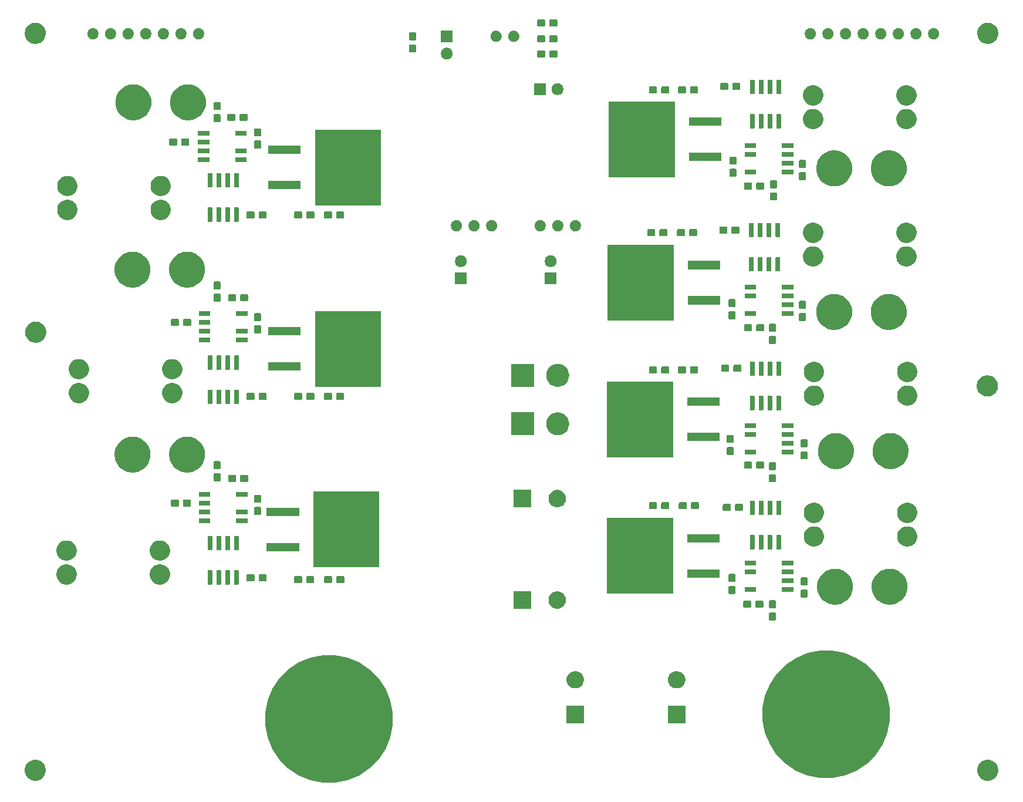
<source format=gbr>
G04 #@! TF.GenerationSoftware,KiCad,Pcbnew,(5.1.4)-1*
G04 #@! TF.CreationDate,2019-11-22T18:45:42-06:00*
G04 #@! TF.ProjectId,PowerBoard_Hardware,506f7765-7242-46f6-9172-645f48617264,rev?*
G04 #@! TF.SameCoordinates,Original*
G04 #@! TF.FileFunction,Soldermask,Top*
G04 #@! TF.FilePolarity,Negative*
%FSLAX46Y46*%
G04 Gerber Fmt 4.6, Leading zero omitted, Abs format (unit mm)*
G04 Created by KiCad (PCBNEW (5.1.4)-1) date 2019-11-22 18:45:42*
%MOMM*%
%LPD*%
G04 APERTURE LIST*
%ADD10C,0.100000*%
G04 APERTURE END LIST*
D10*
G36*
X141634201Y-124233286D02*
G01*
X143017083Y-124508358D01*
X144690466Y-125201496D01*
X146196471Y-126207777D01*
X147477223Y-127488529D01*
X148483504Y-128994534D01*
X149176642Y-130667917D01*
X149530000Y-132444372D01*
X149530000Y-134255628D01*
X149176642Y-136032083D01*
X148483504Y-137705466D01*
X147477223Y-139211471D01*
X146196471Y-140492223D01*
X144690466Y-141498504D01*
X143017083Y-142191642D01*
X141634201Y-142466714D01*
X141240630Y-142545000D01*
X139429370Y-142545000D01*
X139035799Y-142466714D01*
X137652917Y-142191642D01*
X135979534Y-141498504D01*
X134473529Y-140492223D01*
X133192777Y-139211471D01*
X132186496Y-137705466D01*
X131493358Y-136032083D01*
X131140000Y-134255628D01*
X131140000Y-132444372D01*
X131493358Y-130667917D01*
X132186496Y-128994534D01*
X133192777Y-127488529D01*
X134473529Y-126207777D01*
X135979534Y-125201496D01*
X137652917Y-124508358D01*
X139035799Y-124233286D01*
X139429370Y-124155000D01*
X141240630Y-124155000D01*
X141634201Y-124233286D01*
X141634201Y-124233286D01*
G37*
G36*
X235684237Y-139276967D02*
G01*
X235831473Y-139306254D01*
X236108859Y-139421151D01*
X236358501Y-139587957D01*
X236570803Y-139800259D01*
X236737609Y-140049901D01*
X236852506Y-140327287D01*
X236911080Y-140621759D01*
X236911080Y-140922001D01*
X236852506Y-141216473D01*
X236737609Y-141493859D01*
X236570803Y-141743501D01*
X236358501Y-141955803D01*
X236108859Y-142122609D01*
X235831473Y-142237506D01*
X235684237Y-142266793D01*
X235537002Y-142296080D01*
X235236758Y-142296080D01*
X235089523Y-142266793D01*
X234942287Y-142237506D01*
X234664901Y-142122609D01*
X234415259Y-141955803D01*
X234202957Y-141743501D01*
X234036151Y-141493859D01*
X233921254Y-141216473D01*
X233862680Y-140922001D01*
X233862680Y-140621759D01*
X233921254Y-140327287D01*
X234036151Y-140049901D01*
X234202957Y-139800259D01*
X234415259Y-139587957D01*
X234664901Y-139421151D01*
X234942287Y-139306254D01*
X235089523Y-139276967D01*
X235236758Y-139247680D01*
X235537002Y-139247680D01*
X235684237Y-139276967D01*
X235684237Y-139276967D01*
G37*
G36*
X98285477Y-139276967D02*
G01*
X98432713Y-139306254D01*
X98710099Y-139421151D01*
X98959741Y-139587957D01*
X99172043Y-139800259D01*
X99338849Y-140049901D01*
X99453746Y-140327287D01*
X99512320Y-140621759D01*
X99512320Y-140922001D01*
X99453746Y-141216473D01*
X99338849Y-141493859D01*
X99172043Y-141743501D01*
X98959741Y-141955803D01*
X98710099Y-142122609D01*
X98432713Y-142237506D01*
X98285477Y-142266793D01*
X98138242Y-142296080D01*
X97837998Y-142296080D01*
X97690763Y-142266793D01*
X97543527Y-142237506D01*
X97266141Y-142122609D01*
X97016499Y-141955803D01*
X96804197Y-141743501D01*
X96637391Y-141493859D01*
X96522494Y-141216473D01*
X96463920Y-140922001D01*
X96463920Y-140621759D01*
X96522494Y-140327287D01*
X96637391Y-140049901D01*
X96804197Y-139800259D01*
X97016499Y-139587957D01*
X97266141Y-139421151D01*
X97543527Y-139306254D01*
X97690763Y-139276967D01*
X97837998Y-139247680D01*
X98138242Y-139247680D01*
X98285477Y-139276967D01*
X98285477Y-139276967D01*
G37*
G36*
X213389201Y-123598286D02*
G01*
X214772083Y-123873358D01*
X216445466Y-124566496D01*
X217951471Y-125572777D01*
X219232223Y-126853529D01*
X220238504Y-128359534D01*
X220931642Y-130032917D01*
X221285000Y-131809372D01*
X221285000Y-133620628D01*
X220931642Y-135397083D01*
X220238504Y-137070466D01*
X219232223Y-138576471D01*
X217951471Y-139857223D01*
X216445466Y-140863504D01*
X214772083Y-141556642D01*
X213389201Y-141831714D01*
X212995630Y-141910000D01*
X211184370Y-141910000D01*
X210790799Y-141831714D01*
X209407917Y-141556642D01*
X207734534Y-140863504D01*
X206228529Y-139857223D01*
X204947777Y-138576471D01*
X203941496Y-137070466D01*
X203248358Y-135397083D01*
X202895000Y-133620628D01*
X202895000Y-131809372D01*
X203248358Y-130032917D01*
X203941496Y-128359534D01*
X204947777Y-126853529D01*
X206228529Y-125572777D01*
X207734534Y-124566496D01*
X209407917Y-123873358D01*
X210790799Y-123598286D01*
X211184370Y-123520000D01*
X212995630Y-123520000D01*
X213389201Y-123598286D01*
X213389201Y-123598286D01*
G37*
G36*
X177146000Y-133966000D02*
G01*
X174644000Y-133966000D01*
X174644000Y-131464000D01*
X177146000Y-131464000D01*
X177146000Y-133966000D01*
X177146000Y-133966000D01*
G37*
G36*
X191751000Y-133966000D02*
G01*
X189249000Y-133966000D01*
X189249000Y-131464000D01*
X191751000Y-131464000D01*
X191751000Y-133966000D01*
X191751000Y-133966000D01*
G37*
G36*
X176259903Y-126512075D02*
G01*
X176487571Y-126606378D01*
X176692466Y-126743285D01*
X176866715Y-126917534D01*
X177003622Y-127122429D01*
X177097925Y-127350097D01*
X177146000Y-127591787D01*
X177146000Y-127838213D01*
X177097925Y-128079903D01*
X177003622Y-128307571D01*
X176866715Y-128512466D01*
X176692466Y-128686715D01*
X176487571Y-128823622D01*
X176487570Y-128823623D01*
X176487569Y-128823623D01*
X176259903Y-128917925D01*
X176018214Y-128966000D01*
X175771786Y-128966000D01*
X175530097Y-128917925D01*
X175302431Y-128823623D01*
X175302430Y-128823623D01*
X175302429Y-128823622D01*
X175097534Y-128686715D01*
X174923285Y-128512466D01*
X174786378Y-128307571D01*
X174692075Y-128079903D01*
X174644000Y-127838213D01*
X174644000Y-127591787D01*
X174692075Y-127350097D01*
X174786378Y-127122429D01*
X174923285Y-126917534D01*
X175097534Y-126743285D01*
X175302429Y-126606378D01*
X175530097Y-126512075D01*
X175771786Y-126464000D01*
X176018214Y-126464000D01*
X176259903Y-126512075D01*
X176259903Y-126512075D01*
G37*
G36*
X190864903Y-126512075D02*
G01*
X191092571Y-126606378D01*
X191297466Y-126743285D01*
X191471715Y-126917534D01*
X191608622Y-127122429D01*
X191702925Y-127350097D01*
X191751000Y-127591787D01*
X191751000Y-127838213D01*
X191702925Y-128079903D01*
X191608622Y-128307571D01*
X191471715Y-128512466D01*
X191297466Y-128686715D01*
X191092571Y-128823622D01*
X191092570Y-128823623D01*
X191092569Y-128823623D01*
X190864903Y-128917925D01*
X190623214Y-128966000D01*
X190376786Y-128966000D01*
X190135097Y-128917925D01*
X189907431Y-128823623D01*
X189907430Y-128823623D01*
X189907429Y-128823622D01*
X189702534Y-128686715D01*
X189528285Y-128512466D01*
X189391378Y-128307571D01*
X189297075Y-128079903D01*
X189249000Y-127838213D01*
X189249000Y-127591787D01*
X189297075Y-127350097D01*
X189391378Y-127122429D01*
X189528285Y-126917534D01*
X189702534Y-126743285D01*
X189907429Y-126606378D01*
X190135097Y-126512075D01*
X190376786Y-126464000D01*
X190623214Y-126464000D01*
X190864903Y-126512075D01*
X190864903Y-126512075D01*
G37*
G36*
X204707499Y-118018445D02*
G01*
X204744995Y-118029820D01*
X204779554Y-118048292D01*
X204809847Y-118073153D01*
X204834708Y-118103446D01*
X204853180Y-118138005D01*
X204864555Y-118175501D01*
X204869000Y-118220638D01*
X204869000Y-118959362D01*
X204864555Y-119004499D01*
X204853180Y-119041995D01*
X204834708Y-119076554D01*
X204809847Y-119106847D01*
X204779554Y-119131708D01*
X204744995Y-119150180D01*
X204707499Y-119161555D01*
X204662362Y-119166000D01*
X204023638Y-119166000D01*
X203978501Y-119161555D01*
X203941005Y-119150180D01*
X203906446Y-119131708D01*
X203876153Y-119106847D01*
X203851292Y-119076554D01*
X203832820Y-119041995D01*
X203821445Y-119004499D01*
X203817000Y-118959362D01*
X203817000Y-118220638D01*
X203821445Y-118175501D01*
X203832820Y-118138005D01*
X203851292Y-118103446D01*
X203876153Y-118073153D01*
X203906446Y-118048292D01*
X203941005Y-118029820D01*
X203978501Y-118018445D01*
X204023638Y-118014000D01*
X204662362Y-118014000D01*
X204707499Y-118018445D01*
X204707499Y-118018445D01*
G37*
G36*
X169526000Y-117456000D02*
G01*
X167024000Y-117456000D01*
X167024000Y-114954000D01*
X169526000Y-114954000D01*
X169526000Y-117456000D01*
X169526000Y-117456000D01*
G37*
G36*
X173639903Y-115002075D02*
G01*
X173712149Y-115032000D01*
X173867571Y-115096378D01*
X174072466Y-115233285D01*
X174246715Y-115407534D01*
X174375985Y-115601000D01*
X174383623Y-115612431D01*
X174477925Y-115840097D01*
X174526000Y-116081786D01*
X174526000Y-116328214D01*
X174522006Y-116348292D01*
X174477925Y-116569903D01*
X174383622Y-116797571D01*
X174246715Y-117002466D01*
X174072466Y-117176715D01*
X173867571Y-117313622D01*
X173867570Y-117313623D01*
X173867569Y-117313623D01*
X173639903Y-117407925D01*
X173398214Y-117456000D01*
X173151786Y-117456000D01*
X172910097Y-117407925D01*
X172682431Y-117313623D01*
X172682430Y-117313623D01*
X172682429Y-117313622D01*
X172477534Y-117176715D01*
X172303285Y-117002466D01*
X172166378Y-116797571D01*
X172072075Y-116569903D01*
X172027994Y-116348292D01*
X172024000Y-116328214D01*
X172024000Y-116081786D01*
X172072075Y-115840097D01*
X172166377Y-115612431D01*
X172174015Y-115601000D01*
X172303285Y-115407534D01*
X172477534Y-115233285D01*
X172682429Y-115096378D01*
X172837852Y-115032000D01*
X172910097Y-115002075D01*
X173151786Y-114954000D01*
X173398214Y-114954000D01*
X173639903Y-115002075D01*
X173639903Y-115002075D01*
G37*
G36*
X204707499Y-116268445D02*
G01*
X204744995Y-116279820D01*
X204779554Y-116298292D01*
X204809847Y-116323153D01*
X204834708Y-116353446D01*
X204853180Y-116388005D01*
X204864555Y-116425501D01*
X204869000Y-116470638D01*
X204869000Y-117209362D01*
X204864555Y-117254499D01*
X204853180Y-117291995D01*
X204834708Y-117326554D01*
X204809847Y-117356847D01*
X204779554Y-117381708D01*
X204744995Y-117400180D01*
X204707499Y-117411555D01*
X204662362Y-117416000D01*
X204023638Y-117416000D01*
X203978501Y-117411555D01*
X203941005Y-117400180D01*
X203906446Y-117381708D01*
X203876153Y-117356847D01*
X203851292Y-117326554D01*
X203832820Y-117291995D01*
X203821445Y-117254499D01*
X203817000Y-117209362D01*
X203817000Y-116470638D01*
X203821445Y-116425501D01*
X203832820Y-116388005D01*
X203851292Y-116353446D01*
X203876153Y-116323153D01*
X203906446Y-116298292D01*
X203941005Y-116279820D01*
X203978501Y-116268445D01*
X204023638Y-116264000D01*
X204662362Y-116264000D01*
X204707499Y-116268445D01*
X204707499Y-116268445D01*
G37*
G36*
X202852499Y-116318445D02*
G01*
X202889995Y-116329820D01*
X202924554Y-116348292D01*
X202954847Y-116373153D01*
X202979708Y-116403446D01*
X202998180Y-116438005D01*
X203009555Y-116475501D01*
X203014000Y-116520638D01*
X203014000Y-117159362D01*
X203009555Y-117204499D01*
X202998180Y-117241995D01*
X202979708Y-117276554D01*
X202954847Y-117306847D01*
X202924554Y-117331708D01*
X202889995Y-117350180D01*
X202852499Y-117361555D01*
X202807362Y-117366000D01*
X202068638Y-117366000D01*
X202023501Y-117361555D01*
X201986005Y-117350180D01*
X201951446Y-117331708D01*
X201921153Y-117306847D01*
X201896292Y-117276554D01*
X201877820Y-117241995D01*
X201866445Y-117204499D01*
X201862000Y-117159362D01*
X201862000Y-116520638D01*
X201866445Y-116475501D01*
X201877820Y-116438005D01*
X201896292Y-116403446D01*
X201921153Y-116373153D01*
X201951446Y-116348292D01*
X201986005Y-116329820D01*
X202023501Y-116318445D01*
X202068638Y-116314000D01*
X202807362Y-116314000D01*
X202852499Y-116318445D01*
X202852499Y-116318445D01*
G37*
G36*
X201102499Y-116318445D02*
G01*
X201139995Y-116329820D01*
X201174554Y-116348292D01*
X201204847Y-116373153D01*
X201229708Y-116403446D01*
X201248180Y-116438005D01*
X201259555Y-116475501D01*
X201264000Y-116520638D01*
X201264000Y-117159362D01*
X201259555Y-117204499D01*
X201248180Y-117241995D01*
X201229708Y-117276554D01*
X201204847Y-117306847D01*
X201174554Y-117331708D01*
X201139995Y-117350180D01*
X201102499Y-117361555D01*
X201057362Y-117366000D01*
X200318638Y-117366000D01*
X200273501Y-117361555D01*
X200236005Y-117350180D01*
X200201446Y-117331708D01*
X200171153Y-117306847D01*
X200146292Y-117276554D01*
X200127820Y-117241995D01*
X200116445Y-117204499D01*
X200112000Y-117159362D01*
X200112000Y-116520638D01*
X200116445Y-116475501D01*
X200127820Y-116438005D01*
X200146292Y-116403446D01*
X200171153Y-116373153D01*
X200201446Y-116348292D01*
X200236005Y-116329820D01*
X200273501Y-116318445D01*
X200318638Y-116314000D01*
X201057362Y-116314000D01*
X201102499Y-116318445D01*
X201102499Y-116318445D01*
G37*
G36*
X221822908Y-111775380D02*
G01*
X221989767Y-111808570D01*
X222461299Y-112003885D01*
X222626845Y-112114500D01*
X222885666Y-112287438D01*
X223246562Y-112648334D01*
X223333215Y-112778020D01*
X223530115Y-113072701D01*
X223725430Y-113544233D01*
X223728900Y-113561677D01*
X223810409Y-113971452D01*
X223825000Y-114044809D01*
X223825000Y-114555191D01*
X223725430Y-115055767D01*
X223530115Y-115527299D01*
X223383238Y-115747115D01*
X223246562Y-115951666D01*
X222885666Y-116312562D01*
X222716640Y-116425501D01*
X222461299Y-116596115D01*
X221989767Y-116791430D01*
X221822908Y-116824620D01*
X221489193Y-116891000D01*
X220978807Y-116891000D01*
X220645092Y-116824620D01*
X220478233Y-116791430D01*
X220006701Y-116596115D01*
X219751360Y-116425501D01*
X219582334Y-116312562D01*
X219221438Y-115951666D01*
X219084762Y-115747115D01*
X218937885Y-115527299D01*
X218742570Y-115055767D01*
X218643000Y-114555191D01*
X218643000Y-114044809D01*
X218657592Y-113971452D01*
X218739100Y-113561677D01*
X218742570Y-113544233D01*
X218937885Y-113072701D01*
X219134785Y-112778020D01*
X219221438Y-112648334D01*
X219582334Y-112287438D01*
X219841155Y-112114500D01*
X220006701Y-112003885D01*
X220478233Y-111808570D01*
X220645092Y-111775380D01*
X220978807Y-111709000D01*
X221489193Y-111709000D01*
X221822908Y-111775380D01*
X221822908Y-111775380D01*
G37*
G36*
X213948908Y-111775380D02*
G01*
X214115767Y-111808570D01*
X214587299Y-112003885D01*
X214752845Y-112114500D01*
X215011666Y-112287438D01*
X215372562Y-112648334D01*
X215459215Y-112778020D01*
X215656115Y-113072701D01*
X215851430Y-113544233D01*
X215854900Y-113561677D01*
X215936409Y-113971452D01*
X215951000Y-114044809D01*
X215951000Y-114555191D01*
X215851430Y-115055767D01*
X215656115Y-115527299D01*
X215509238Y-115747115D01*
X215372562Y-115951666D01*
X215011666Y-116312562D01*
X214842640Y-116425501D01*
X214587299Y-116596115D01*
X214115767Y-116791430D01*
X213948908Y-116824620D01*
X213615193Y-116891000D01*
X213104807Y-116891000D01*
X212771092Y-116824620D01*
X212604233Y-116791430D01*
X212132701Y-116596115D01*
X211877360Y-116425501D01*
X211708334Y-116312562D01*
X211347438Y-115951666D01*
X211210762Y-115747115D01*
X211063885Y-115527299D01*
X210868570Y-115055767D01*
X210769000Y-114555191D01*
X210769000Y-114044809D01*
X210783592Y-113971452D01*
X210865100Y-113561677D01*
X210868570Y-113544233D01*
X211063885Y-113072701D01*
X211260785Y-112778020D01*
X211347438Y-112648334D01*
X211708334Y-112287438D01*
X211967155Y-112114500D01*
X212132701Y-112003885D01*
X212604233Y-111808570D01*
X212771092Y-111775380D01*
X213104807Y-111709000D01*
X213615193Y-111709000D01*
X213948908Y-111775380D01*
X213948908Y-111775380D01*
G37*
G36*
X209279499Y-114716445D02*
G01*
X209316995Y-114727820D01*
X209351554Y-114746292D01*
X209381847Y-114771153D01*
X209406708Y-114801446D01*
X209425180Y-114836005D01*
X209436555Y-114873501D01*
X209441000Y-114918638D01*
X209441000Y-115657362D01*
X209436555Y-115702499D01*
X209425180Y-115739995D01*
X209406708Y-115774554D01*
X209381847Y-115804847D01*
X209351554Y-115829708D01*
X209316995Y-115848180D01*
X209279499Y-115859555D01*
X209234362Y-115864000D01*
X208595638Y-115864000D01*
X208550501Y-115859555D01*
X208513005Y-115848180D01*
X208478446Y-115829708D01*
X208448153Y-115804847D01*
X208423292Y-115774554D01*
X208404820Y-115739995D01*
X208393445Y-115702499D01*
X208389000Y-115657362D01*
X208389000Y-114918638D01*
X208393445Y-114873501D01*
X208404820Y-114836005D01*
X208423292Y-114801446D01*
X208448153Y-114771153D01*
X208478446Y-114746292D01*
X208513005Y-114727820D01*
X208550501Y-114716445D01*
X208595638Y-114712000D01*
X209234362Y-114712000D01*
X209279499Y-114716445D01*
X209279499Y-114716445D01*
G37*
G36*
X198865499Y-114208445D02*
G01*
X198902995Y-114219820D01*
X198937554Y-114238292D01*
X198967847Y-114263153D01*
X198992708Y-114293446D01*
X199011180Y-114328005D01*
X199022555Y-114365501D01*
X199027000Y-114410638D01*
X199027000Y-115149362D01*
X199022555Y-115194499D01*
X199011180Y-115231995D01*
X198992708Y-115266554D01*
X198967847Y-115296847D01*
X198937554Y-115321708D01*
X198902995Y-115340180D01*
X198865499Y-115351555D01*
X198820362Y-115356000D01*
X198181638Y-115356000D01*
X198136501Y-115351555D01*
X198099005Y-115340180D01*
X198064446Y-115321708D01*
X198034153Y-115296847D01*
X198009292Y-115266554D01*
X197990820Y-115231995D01*
X197979445Y-115194499D01*
X197975000Y-115149362D01*
X197975000Y-114410638D01*
X197979445Y-114365501D01*
X197990820Y-114328005D01*
X198009292Y-114293446D01*
X198034153Y-114263153D01*
X198064446Y-114238292D01*
X198099005Y-114219820D01*
X198136501Y-114208445D01*
X198181638Y-114204000D01*
X198820362Y-114204000D01*
X198865499Y-114208445D01*
X198865499Y-114208445D01*
G37*
G36*
X189971000Y-115306000D02*
G01*
X180469000Y-115306000D01*
X180469000Y-104404000D01*
X189971000Y-104404000D01*
X189971000Y-115306000D01*
X189971000Y-115306000D01*
G37*
G36*
X201961000Y-115032000D02*
G01*
X200309000Y-115032000D01*
X200309000Y-114330000D01*
X201961000Y-114330000D01*
X201961000Y-115032000D01*
X201961000Y-115032000D01*
G37*
G36*
X207361000Y-115032000D02*
G01*
X205709000Y-115032000D01*
X205709000Y-114330000D01*
X207361000Y-114330000D01*
X207361000Y-115032000D01*
X207361000Y-115032000D01*
G37*
G36*
X209279499Y-112966445D02*
G01*
X209316995Y-112977820D01*
X209351554Y-112996292D01*
X209381847Y-113021153D01*
X209406708Y-113051446D01*
X209425180Y-113086005D01*
X209436555Y-113123501D01*
X209441000Y-113168638D01*
X209441000Y-113907362D01*
X209436555Y-113952499D01*
X209425180Y-113989995D01*
X209406708Y-114024554D01*
X209381847Y-114054847D01*
X209351554Y-114079708D01*
X209316995Y-114098180D01*
X209279499Y-114109555D01*
X209234362Y-114114000D01*
X208595638Y-114114000D01*
X208550501Y-114109555D01*
X208513005Y-114098180D01*
X208478446Y-114079708D01*
X208448153Y-114054847D01*
X208423292Y-114024554D01*
X208404820Y-113989995D01*
X208393445Y-113952499D01*
X208389000Y-113907362D01*
X208389000Y-113168638D01*
X208393445Y-113123501D01*
X208404820Y-113086005D01*
X208423292Y-113051446D01*
X208448153Y-113021153D01*
X208478446Y-112996292D01*
X208513005Y-112977820D01*
X208550501Y-112966445D01*
X208595638Y-112962000D01*
X209234362Y-112962000D01*
X209279499Y-112966445D01*
X209279499Y-112966445D01*
G37*
G36*
X124719928Y-111941764D02*
G01*
X124741009Y-111948160D01*
X124760445Y-111958548D01*
X124777476Y-111972524D01*
X124791452Y-111989555D01*
X124801840Y-112008991D01*
X124808236Y-112030072D01*
X124811000Y-112058140D01*
X124811000Y-113871860D01*
X124808236Y-113899928D01*
X124801840Y-113921009D01*
X124791452Y-113940445D01*
X124777476Y-113957476D01*
X124760445Y-113971452D01*
X124741009Y-113981840D01*
X124719928Y-113988236D01*
X124691860Y-113991000D01*
X124228140Y-113991000D01*
X124200072Y-113988236D01*
X124178991Y-113981840D01*
X124159555Y-113971452D01*
X124142524Y-113957476D01*
X124128548Y-113940445D01*
X124118160Y-113921009D01*
X124111764Y-113899928D01*
X124109000Y-113871860D01*
X124109000Y-112058140D01*
X124111764Y-112030072D01*
X124118160Y-112008991D01*
X124128548Y-111989555D01*
X124142524Y-111972524D01*
X124159555Y-111958548D01*
X124178991Y-111948160D01*
X124200072Y-111941764D01*
X124228140Y-111939000D01*
X124691860Y-111939000D01*
X124719928Y-111941764D01*
X124719928Y-111941764D01*
G37*
G36*
X127259928Y-111941764D02*
G01*
X127281009Y-111948160D01*
X127300445Y-111958548D01*
X127317476Y-111972524D01*
X127331452Y-111989555D01*
X127341840Y-112008991D01*
X127348236Y-112030072D01*
X127351000Y-112058140D01*
X127351000Y-113871860D01*
X127348236Y-113899928D01*
X127341840Y-113921009D01*
X127331452Y-113940445D01*
X127317476Y-113957476D01*
X127300445Y-113971452D01*
X127281009Y-113981840D01*
X127259928Y-113988236D01*
X127231860Y-113991000D01*
X126768140Y-113991000D01*
X126740072Y-113988236D01*
X126718991Y-113981840D01*
X126699555Y-113971452D01*
X126682524Y-113957476D01*
X126668548Y-113940445D01*
X126658160Y-113921009D01*
X126651764Y-113899928D01*
X126649000Y-113871860D01*
X126649000Y-112058140D01*
X126651764Y-112030072D01*
X126658160Y-112008991D01*
X126668548Y-111989555D01*
X126682524Y-111972524D01*
X126699555Y-111958548D01*
X126718991Y-111948160D01*
X126740072Y-111941764D01*
X126768140Y-111939000D01*
X127231860Y-111939000D01*
X127259928Y-111941764D01*
X127259928Y-111941764D01*
G37*
G36*
X125989928Y-111941764D02*
G01*
X126011009Y-111948160D01*
X126030445Y-111958548D01*
X126047476Y-111972524D01*
X126061452Y-111989555D01*
X126071840Y-112008991D01*
X126078236Y-112030072D01*
X126081000Y-112058140D01*
X126081000Y-113871860D01*
X126078236Y-113899928D01*
X126071840Y-113921009D01*
X126061452Y-113940445D01*
X126047476Y-113957476D01*
X126030445Y-113971452D01*
X126011009Y-113981840D01*
X125989928Y-113988236D01*
X125961860Y-113991000D01*
X125498140Y-113991000D01*
X125470072Y-113988236D01*
X125448991Y-113981840D01*
X125429555Y-113971452D01*
X125412524Y-113957476D01*
X125398548Y-113940445D01*
X125388160Y-113921009D01*
X125381764Y-113899928D01*
X125379000Y-113871860D01*
X125379000Y-112058140D01*
X125381764Y-112030072D01*
X125388160Y-112008991D01*
X125398548Y-111989555D01*
X125412524Y-111972524D01*
X125429555Y-111958548D01*
X125448991Y-111948160D01*
X125470072Y-111941764D01*
X125498140Y-111939000D01*
X125961860Y-111939000D01*
X125989928Y-111941764D01*
X125989928Y-111941764D01*
G37*
G36*
X123449928Y-111941764D02*
G01*
X123471009Y-111948160D01*
X123490445Y-111958548D01*
X123507476Y-111972524D01*
X123521452Y-111989555D01*
X123531840Y-112008991D01*
X123538236Y-112030072D01*
X123541000Y-112058140D01*
X123541000Y-113871860D01*
X123538236Y-113899928D01*
X123531840Y-113921009D01*
X123521452Y-113940445D01*
X123507476Y-113957476D01*
X123490445Y-113971452D01*
X123471009Y-113981840D01*
X123449928Y-113988236D01*
X123421860Y-113991000D01*
X122958140Y-113991000D01*
X122930072Y-113988236D01*
X122908991Y-113981840D01*
X122889555Y-113971452D01*
X122872524Y-113957476D01*
X122858548Y-113940445D01*
X122848160Y-113921009D01*
X122841764Y-113899928D01*
X122839000Y-113871860D01*
X122839000Y-112058140D01*
X122841764Y-112030072D01*
X122848160Y-112008991D01*
X122858548Y-111989555D01*
X122872524Y-111972524D01*
X122889555Y-111958548D01*
X122908991Y-111948160D01*
X122930072Y-111941764D01*
X122958140Y-111939000D01*
X123421860Y-111939000D01*
X123449928Y-111941764D01*
X123449928Y-111941764D01*
G37*
G36*
X116377070Y-111117433D02*
G01*
X116629517Y-111222000D01*
X116642901Y-111227544D01*
X116882142Y-111387400D01*
X117085600Y-111590858D01*
X117245456Y-111830099D01*
X117245457Y-111830101D01*
X117355567Y-112095930D01*
X117411700Y-112378132D01*
X117411700Y-112665868D01*
X117355567Y-112948070D01*
X117245457Y-113213899D01*
X117245456Y-113213901D01*
X117085600Y-113453142D01*
X116882142Y-113656600D01*
X116642901Y-113816456D01*
X116642900Y-113816457D01*
X116642899Y-113816457D01*
X116377070Y-113926567D01*
X116094868Y-113982700D01*
X115807132Y-113982700D01*
X115524930Y-113926567D01*
X115259101Y-113816457D01*
X115259100Y-113816457D01*
X115259099Y-113816456D01*
X115019858Y-113656600D01*
X114816400Y-113453142D01*
X114656544Y-113213901D01*
X114656543Y-113213899D01*
X114546433Y-112948070D01*
X114490300Y-112665868D01*
X114490300Y-112378132D01*
X114546433Y-112095930D01*
X114656543Y-111830101D01*
X114656544Y-111830099D01*
X114816400Y-111590858D01*
X115019858Y-111387400D01*
X115259099Y-111227544D01*
X115272483Y-111222000D01*
X115524930Y-111117433D01*
X115807132Y-111061300D01*
X116094868Y-111061300D01*
X116377070Y-111117433D01*
X116377070Y-111117433D01*
G37*
G36*
X102915070Y-111117433D02*
G01*
X103167517Y-111222000D01*
X103180901Y-111227544D01*
X103420142Y-111387400D01*
X103623600Y-111590858D01*
X103783456Y-111830099D01*
X103783457Y-111830101D01*
X103893567Y-112095930D01*
X103949700Y-112378132D01*
X103949700Y-112665868D01*
X103893567Y-112948070D01*
X103783457Y-113213899D01*
X103783456Y-113213901D01*
X103623600Y-113453142D01*
X103420142Y-113656600D01*
X103180901Y-113816456D01*
X103180900Y-113816457D01*
X103180899Y-113816457D01*
X102915070Y-113926567D01*
X102632868Y-113982700D01*
X102345132Y-113982700D01*
X102062930Y-113926567D01*
X101797101Y-113816457D01*
X101797100Y-113816457D01*
X101797099Y-113816456D01*
X101557858Y-113656600D01*
X101354400Y-113453142D01*
X101194544Y-113213901D01*
X101194543Y-113213899D01*
X101084433Y-112948070D01*
X101028300Y-112665868D01*
X101028300Y-112378132D01*
X101084433Y-112095930D01*
X101194543Y-111830101D01*
X101194544Y-111830099D01*
X101354400Y-111590858D01*
X101557858Y-111387400D01*
X101797099Y-111227544D01*
X101810483Y-111222000D01*
X102062930Y-111117433D01*
X102345132Y-111061300D01*
X102632868Y-111061300D01*
X102915070Y-111117433D01*
X102915070Y-111117433D01*
G37*
G36*
X138054499Y-112762445D02*
G01*
X138091995Y-112773820D01*
X138126554Y-112792292D01*
X138156847Y-112817153D01*
X138181708Y-112847446D01*
X138200180Y-112882005D01*
X138211555Y-112919501D01*
X138216000Y-112964638D01*
X138216000Y-113603362D01*
X138211555Y-113648499D01*
X138200180Y-113685995D01*
X138181708Y-113720554D01*
X138156847Y-113750847D01*
X138126554Y-113775708D01*
X138091995Y-113794180D01*
X138054499Y-113805555D01*
X138009362Y-113810000D01*
X137270638Y-113810000D01*
X137225501Y-113805555D01*
X137188005Y-113794180D01*
X137153446Y-113775708D01*
X137123153Y-113750847D01*
X137098292Y-113720554D01*
X137079820Y-113685995D01*
X137068445Y-113648499D01*
X137064000Y-113603362D01*
X137064000Y-112964638D01*
X137068445Y-112919501D01*
X137079820Y-112882005D01*
X137098292Y-112847446D01*
X137123153Y-112817153D01*
X137153446Y-112792292D01*
X137188005Y-112773820D01*
X137225501Y-112762445D01*
X137270638Y-112758000D01*
X138009362Y-112758000D01*
X138054499Y-112762445D01*
X138054499Y-112762445D01*
G37*
G36*
X136304499Y-112762445D02*
G01*
X136341995Y-112773820D01*
X136376554Y-112792292D01*
X136406847Y-112817153D01*
X136431708Y-112847446D01*
X136450180Y-112882005D01*
X136461555Y-112919501D01*
X136466000Y-112964638D01*
X136466000Y-113603362D01*
X136461555Y-113648499D01*
X136450180Y-113685995D01*
X136431708Y-113720554D01*
X136406847Y-113750847D01*
X136376554Y-113775708D01*
X136341995Y-113794180D01*
X136304499Y-113805555D01*
X136259362Y-113810000D01*
X135520638Y-113810000D01*
X135475501Y-113805555D01*
X135438005Y-113794180D01*
X135403446Y-113775708D01*
X135373153Y-113750847D01*
X135348292Y-113720554D01*
X135329820Y-113685995D01*
X135318445Y-113648499D01*
X135314000Y-113603362D01*
X135314000Y-112964638D01*
X135318445Y-112919501D01*
X135329820Y-112882005D01*
X135348292Y-112847446D01*
X135373153Y-112817153D01*
X135403446Y-112792292D01*
X135438005Y-112773820D01*
X135475501Y-112762445D01*
X135520638Y-112758000D01*
X136259362Y-112758000D01*
X136304499Y-112762445D01*
X136304499Y-112762445D01*
G37*
G36*
X140650499Y-112762445D02*
G01*
X140687995Y-112773820D01*
X140722554Y-112792292D01*
X140752847Y-112817153D01*
X140777708Y-112847446D01*
X140796180Y-112882005D01*
X140807555Y-112919501D01*
X140812000Y-112964638D01*
X140812000Y-113603362D01*
X140807555Y-113648499D01*
X140796180Y-113685995D01*
X140777708Y-113720554D01*
X140752847Y-113750847D01*
X140722554Y-113775708D01*
X140687995Y-113794180D01*
X140650499Y-113805555D01*
X140605362Y-113810000D01*
X139866638Y-113810000D01*
X139821501Y-113805555D01*
X139784005Y-113794180D01*
X139749446Y-113775708D01*
X139719153Y-113750847D01*
X139694292Y-113720554D01*
X139675820Y-113685995D01*
X139664445Y-113648499D01*
X139660000Y-113603362D01*
X139660000Y-112964638D01*
X139664445Y-112919501D01*
X139675820Y-112882005D01*
X139694292Y-112847446D01*
X139719153Y-112817153D01*
X139749446Y-112792292D01*
X139784005Y-112773820D01*
X139821501Y-112762445D01*
X139866638Y-112758000D01*
X140605362Y-112758000D01*
X140650499Y-112762445D01*
X140650499Y-112762445D01*
G37*
G36*
X142400499Y-112762445D02*
G01*
X142437995Y-112773820D01*
X142472554Y-112792292D01*
X142502847Y-112817153D01*
X142527708Y-112847446D01*
X142546180Y-112882005D01*
X142557555Y-112919501D01*
X142562000Y-112964638D01*
X142562000Y-113603362D01*
X142557555Y-113648499D01*
X142546180Y-113685995D01*
X142527708Y-113720554D01*
X142502847Y-113750847D01*
X142472554Y-113775708D01*
X142437995Y-113794180D01*
X142400499Y-113805555D01*
X142355362Y-113810000D01*
X141616638Y-113810000D01*
X141571501Y-113805555D01*
X141534005Y-113794180D01*
X141499446Y-113775708D01*
X141469153Y-113750847D01*
X141444292Y-113720554D01*
X141425820Y-113685995D01*
X141414445Y-113648499D01*
X141410000Y-113603362D01*
X141410000Y-112964638D01*
X141414445Y-112919501D01*
X141425820Y-112882005D01*
X141444292Y-112847446D01*
X141469153Y-112817153D01*
X141499446Y-112792292D01*
X141534005Y-112773820D01*
X141571501Y-112762445D01*
X141616638Y-112758000D01*
X142355362Y-112758000D01*
X142400499Y-112762445D01*
X142400499Y-112762445D01*
G37*
G36*
X207361000Y-113762000D02*
G01*
X205709000Y-113762000D01*
X205709000Y-113060000D01*
X207361000Y-113060000D01*
X207361000Y-113762000D01*
X207361000Y-113762000D01*
G37*
G36*
X198865499Y-112458445D02*
G01*
X198902995Y-112469820D01*
X198937554Y-112488292D01*
X198967847Y-112513153D01*
X198992708Y-112543446D01*
X199011180Y-112578005D01*
X199022555Y-112615501D01*
X199027000Y-112660638D01*
X199027000Y-113399362D01*
X199022555Y-113444499D01*
X199011180Y-113481995D01*
X198992708Y-113516554D01*
X198967847Y-113546847D01*
X198937554Y-113571708D01*
X198902995Y-113590180D01*
X198865499Y-113601555D01*
X198820362Y-113606000D01*
X198181638Y-113606000D01*
X198136501Y-113601555D01*
X198099005Y-113590180D01*
X198064446Y-113571708D01*
X198034153Y-113546847D01*
X198009292Y-113516554D01*
X197990820Y-113481995D01*
X197979445Y-113444499D01*
X197975000Y-113399362D01*
X197975000Y-112660638D01*
X197979445Y-112615501D01*
X197990820Y-112578005D01*
X198009292Y-112543446D01*
X198034153Y-112513153D01*
X198064446Y-112488292D01*
X198099005Y-112469820D01*
X198136501Y-112458445D01*
X198181638Y-112454000D01*
X198820362Y-112454000D01*
X198865499Y-112458445D01*
X198865499Y-112458445D01*
G37*
G36*
X129446499Y-112508445D02*
G01*
X129483995Y-112519820D01*
X129518554Y-112538292D01*
X129548847Y-112563153D01*
X129573708Y-112593446D01*
X129592180Y-112628005D01*
X129603555Y-112665501D01*
X129608000Y-112710638D01*
X129608000Y-113349362D01*
X129603555Y-113394499D01*
X129592180Y-113431995D01*
X129573708Y-113466554D01*
X129548847Y-113496847D01*
X129518554Y-113521708D01*
X129483995Y-113540180D01*
X129446499Y-113551555D01*
X129401362Y-113556000D01*
X128662638Y-113556000D01*
X128617501Y-113551555D01*
X128580005Y-113540180D01*
X128545446Y-113521708D01*
X128515153Y-113496847D01*
X128490292Y-113466554D01*
X128471820Y-113431995D01*
X128460445Y-113394499D01*
X128456000Y-113349362D01*
X128456000Y-112710638D01*
X128460445Y-112665501D01*
X128471820Y-112628005D01*
X128490292Y-112593446D01*
X128515153Y-112563153D01*
X128545446Y-112538292D01*
X128580005Y-112519820D01*
X128617501Y-112508445D01*
X128662638Y-112504000D01*
X129401362Y-112504000D01*
X129446499Y-112508445D01*
X129446499Y-112508445D01*
G37*
G36*
X131196499Y-112508445D02*
G01*
X131233995Y-112519820D01*
X131268554Y-112538292D01*
X131298847Y-112563153D01*
X131323708Y-112593446D01*
X131342180Y-112628005D01*
X131353555Y-112665501D01*
X131358000Y-112710638D01*
X131358000Y-113349362D01*
X131353555Y-113394499D01*
X131342180Y-113431995D01*
X131323708Y-113466554D01*
X131298847Y-113496847D01*
X131268554Y-113521708D01*
X131233995Y-113540180D01*
X131196499Y-113551555D01*
X131151362Y-113556000D01*
X130412638Y-113556000D01*
X130367501Y-113551555D01*
X130330005Y-113540180D01*
X130295446Y-113521708D01*
X130265153Y-113496847D01*
X130240292Y-113466554D01*
X130221820Y-113431995D01*
X130210445Y-113394499D01*
X130206000Y-113349362D01*
X130206000Y-112710638D01*
X130210445Y-112665501D01*
X130221820Y-112628005D01*
X130240292Y-112593446D01*
X130265153Y-112563153D01*
X130295446Y-112538292D01*
X130330005Y-112519820D01*
X130367501Y-112508445D01*
X130412638Y-112504000D01*
X131151362Y-112504000D01*
X131196499Y-112508445D01*
X131196499Y-112508445D01*
G37*
G36*
X196721000Y-112996000D02*
G01*
X192019000Y-112996000D01*
X192019000Y-111794000D01*
X196721000Y-111794000D01*
X196721000Y-112996000D01*
X196721000Y-112996000D01*
G37*
G36*
X201961000Y-112492000D02*
G01*
X200309000Y-112492000D01*
X200309000Y-111790000D01*
X201961000Y-111790000D01*
X201961000Y-112492000D01*
X201961000Y-112492000D01*
G37*
G36*
X207361000Y-112492000D02*
G01*
X205709000Y-112492000D01*
X205709000Y-111790000D01*
X207361000Y-111790000D01*
X207361000Y-112492000D01*
X207361000Y-112492000D01*
G37*
G36*
X147626000Y-111496000D02*
G01*
X138124000Y-111496000D01*
X138124000Y-100594000D01*
X147626000Y-100594000D01*
X147626000Y-111496000D01*
X147626000Y-111496000D01*
G37*
G36*
X201961000Y-111222000D02*
G01*
X200309000Y-111222000D01*
X200309000Y-110520000D01*
X201961000Y-110520000D01*
X201961000Y-111222000D01*
X201961000Y-111222000D01*
G37*
G36*
X207361000Y-111222000D02*
G01*
X205709000Y-111222000D01*
X205709000Y-110520000D01*
X207361000Y-110520000D01*
X207361000Y-111222000D01*
X207361000Y-111222000D01*
G37*
G36*
X102915070Y-107688433D02*
G01*
X103070709Y-107752901D01*
X103180901Y-107798544D01*
X103420142Y-107958400D01*
X103623600Y-108161858D01*
X103646146Y-108195601D01*
X103783457Y-108401101D01*
X103893567Y-108666930D01*
X103949700Y-108949132D01*
X103949700Y-109236868D01*
X103893567Y-109519070D01*
X103783457Y-109784899D01*
X103783456Y-109784901D01*
X103623600Y-110024142D01*
X103420142Y-110227600D01*
X103180901Y-110387456D01*
X103180900Y-110387457D01*
X103180899Y-110387457D01*
X102915070Y-110497567D01*
X102632868Y-110553700D01*
X102345132Y-110553700D01*
X102062930Y-110497567D01*
X101797101Y-110387457D01*
X101797100Y-110387457D01*
X101797099Y-110387456D01*
X101557858Y-110227600D01*
X101354400Y-110024142D01*
X101194544Y-109784901D01*
X101194543Y-109784899D01*
X101084433Y-109519070D01*
X101028300Y-109236868D01*
X101028300Y-108949132D01*
X101084433Y-108666930D01*
X101194543Y-108401101D01*
X101331854Y-108195601D01*
X101354400Y-108161858D01*
X101557858Y-107958400D01*
X101797099Y-107798544D01*
X101907291Y-107752901D01*
X102062930Y-107688433D01*
X102345132Y-107632300D01*
X102632868Y-107632300D01*
X102915070Y-107688433D01*
X102915070Y-107688433D01*
G37*
G36*
X116377070Y-107688433D02*
G01*
X116532709Y-107752901D01*
X116642901Y-107798544D01*
X116882142Y-107958400D01*
X117085600Y-108161858D01*
X117108146Y-108195601D01*
X117245457Y-108401101D01*
X117355567Y-108666930D01*
X117411700Y-108949132D01*
X117411700Y-109236868D01*
X117355567Y-109519070D01*
X117245457Y-109784899D01*
X117245456Y-109784901D01*
X117085600Y-110024142D01*
X116882142Y-110227600D01*
X116642901Y-110387456D01*
X116642900Y-110387457D01*
X116642899Y-110387457D01*
X116377070Y-110497567D01*
X116094868Y-110553700D01*
X115807132Y-110553700D01*
X115524930Y-110497567D01*
X115259101Y-110387457D01*
X115259100Y-110387457D01*
X115259099Y-110387456D01*
X115019858Y-110227600D01*
X114816400Y-110024142D01*
X114656544Y-109784901D01*
X114656543Y-109784899D01*
X114546433Y-109519070D01*
X114490300Y-109236868D01*
X114490300Y-108949132D01*
X114546433Y-108666930D01*
X114656543Y-108401101D01*
X114793854Y-108195601D01*
X114816400Y-108161858D01*
X115019858Y-107958400D01*
X115259099Y-107798544D01*
X115369291Y-107752901D01*
X115524930Y-107688433D01*
X115807132Y-107632300D01*
X116094868Y-107632300D01*
X116377070Y-107688433D01*
X116377070Y-107688433D01*
G37*
G36*
X136076000Y-109186000D02*
G01*
X131374000Y-109186000D01*
X131374000Y-107984000D01*
X136076000Y-107984000D01*
X136076000Y-109186000D01*
X136076000Y-109186000D01*
G37*
G36*
X124719928Y-106991764D02*
G01*
X124741009Y-106998160D01*
X124760445Y-107008548D01*
X124777476Y-107022524D01*
X124791452Y-107039555D01*
X124801840Y-107058991D01*
X124808236Y-107080072D01*
X124811000Y-107108140D01*
X124811000Y-108921860D01*
X124808236Y-108949928D01*
X124801840Y-108971009D01*
X124791452Y-108990445D01*
X124777476Y-109007476D01*
X124760445Y-109021452D01*
X124741009Y-109031840D01*
X124719928Y-109038236D01*
X124691860Y-109041000D01*
X124228140Y-109041000D01*
X124200072Y-109038236D01*
X124178991Y-109031840D01*
X124159555Y-109021452D01*
X124142524Y-109007476D01*
X124128548Y-108990445D01*
X124118160Y-108971009D01*
X124111764Y-108949928D01*
X124109000Y-108921860D01*
X124109000Y-107108140D01*
X124111764Y-107080072D01*
X124118160Y-107058991D01*
X124128548Y-107039555D01*
X124142524Y-107022524D01*
X124159555Y-107008548D01*
X124178991Y-106998160D01*
X124200072Y-106991764D01*
X124228140Y-106989000D01*
X124691860Y-106989000D01*
X124719928Y-106991764D01*
X124719928Y-106991764D01*
G37*
G36*
X125989928Y-106991764D02*
G01*
X126011009Y-106998160D01*
X126030445Y-107008548D01*
X126047476Y-107022524D01*
X126061452Y-107039555D01*
X126071840Y-107058991D01*
X126078236Y-107080072D01*
X126081000Y-107108140D01*
X126081000Y-108921860D01*
X126078236Y-108949928D01*
X126071840Y-108971009D01*
X126061452Y-108990445D01*
X126047476Y-109007476D01*
X126030445Y-109021452D01*
X126011009Y-109031840D01*
X125989928Y-109038236D01*
X125961860Y-109041000D01*
X125498140Y-109041000D01*
X125470072Y-109038236D01*
X125448991Y-109031840D01*
X125429555Y-109021452D01*
X125412524Y-109007476D01*
X125398548Y-108990445D01*
X125388160Y-108971009D01*
X125381764Y-108949928D01*
X125379000Y-108921860D01*
X125379000Y-107108140D01*
X125381764Y-107080072D01*
X125388160Y-107058991D01*
X125398548Y-107039555D01*
X125412524Y-107022524D01*
X125429555Y-107008548D01*
X125448991Y-106998160D01*
X125470072Y-106991764D01*
X125498140Y-106989000D01*
X125961860Y-106989000D01*
X125989928Y-106991764D01*
X125989928Y-106991764D01*
G37*
G36*
X127259928Y-106991764D02*
G01*
X127281009Y-106998160D01*
X127300445Y-107008548D01*
X127317476Y-107022524D01*
X127331452Y-107039555D01*
X127341840Y-107058991D01*
X127348236Y-107080072D01*
X127351000Y-107108140D01*
X127351000Y-108921860D01*
X127348236Y-108949928D01*
X127341840Y-108971009D01*
X127331452Y-108990445D01*
X127317476Y-109007476D01*
X127300445Y-109021452D01*
X127281009Y-109031840D01*
X127259928Y-109038236D01*
X127231860Y-109041000D01*
X126768140Y-109041000D01*
X126740072Y-109038236D01*
X126718991Y-109031840D01*
X126699555Y-109021452D01*
X126682524Y-109007476D01*
X126668548Y-108990445D01*
X126658160Y-108971009D01*
X126651764Y-108949928D01*
X126649000Y-108921860D01*
X126649000Y-107108140D01*
X126651764Y-107080072D01*
X126658160Y-107058991D01*
X126668548Y-107039555D01*
X126682524Y-107022524D01*
X126699555Y-107008548D01*
X126718991Y-106998160D01*
X126740072Y-106991764D01*
X126768140Y-106989000D01*
X127231860Y-106989000D01*
X127259928Y-106991764D01*
X127259928Y-106991764D01*
G37*
G36*
X123449928Y-106991764D02*
G01*
X123471009Y-106998160D01*
X123490445Y-107008548D01*
X123507476Y-107022524D01*
X123521452Y-107039555D01*
X123531840Y-107058991D01*
X123538236Y-107080072D01*
X123541000Y-107108140D01*
X123541000Y-108921860D01*
X123538236Y-108949928D01*
X123531840Y-108971009D01*
X123521452Y-108990445D01*
X123507476Y-109007476D01*
X123490445Y-109021452D01*
X123471009Y-109031840D01*
X123449928Y-109038236D01*
X123421860Y-109041000D01*
X122958140Y-109041000D01*
X122930072Y-109038236D01*
X122908991Y-109031840D01*
X122889555Y-109021452D01*
X122872524Y-109007476D01*
X122858548Y-108990445D01*
X122848160Y-108971009D01*
X122841764Y-108949928D01*
X122839000Y-108921860D01*
X122839000Y-107108140D01*
X122841764Y-107080072D01*
X122848160Y-107058991D01*
X122858548Y-107039555D01*
X122872524Y-107022524D01*
X122889555Y-107008548D01*
X122908991Y-106998160D01*
X122930072Y-106991764D01*
X122958140Y-106989000D01*
X123421860Y-106989000D01*
X123449928Y-106991764D01*
X123449928Y-106991764D01*
G37*
G36*
X202951928Y-106861764D02*
G01*
X202973009Y-106868160D01*
X202992445Y-106878548D01*
X203009476Y-106892524D01*
X203023452Y-106909555D01*
X203033840Y-106928991D01*
X203040236Y-106950072D01*
X203043000Y-106978140D01*
X203043000Y-108791860D01*
X203040236Y-108819928D01*
X203033840Y-108841009D01*
X203023452Y-108860445D01*
X203009476Y-108877476D01*
X202992445Y-108891452D01*
X202973009Y-108901840D01*
X202951928Y-108908236D01*
X202923860Y-108911000D01*
X202460140Y-108911000D01*
X202432072Y-108908236D01*
X202410991Y-108901840D01*
X202391555Y-108891452D01*
X202374524Y-108877476D01*
X202360548Y-108860445D01*
X202350160Y-108841009D01*
X202343764Y-108819928D01*
X202341000Y-108791860D01*
X202341000Y-106978140D01*
X202343764Y-106950072D01*
X202350160Y-106928991D01*
X202360548Y-106909555D01*
X202374524Y-106892524D01*
X202391555Y-106878548D01*
X202410991Y-106868160D01*
X202432072Y-106861764D01*
X202460140Y-106859000D01*
X202923860Y-106859000D01*
X202951928Y-106861764D01*
X202951928Y-106861764D01*
G37*
G36*
X205491928Y-106861764D02*
G01*
X205513009Y-106868160D01*
X205532445Y-106878548D01*
X205549476Y-106892524D01*
X205563452Y-106909555D01*
X205573840Y-106928991D01*
X205580236Y-106950072D01*
X205583000Y-106978140D01*
X205583000Y-108791860D01*
X205580236Y-108819928D01*
X205573840Y-108841009D01*
X205563452Y-108860445D01*
X205549476Y-108877476D01*
X205532445Y-108891452D01*
X205513009Y-108901840D01*
X205491928Y-108908236D01*
X205463860Y-108911000D01*
X205000140Y-108911000D01*
X204972072Y-108908236D01*
X204950991Y-108901840D01*
X204931555Y-108891452D01*
X204914524Y-108877476D01*
X204900548Y-108860445D01*
X204890160Y-108841009D01*
X204883764Y-108819928D01*
X204881000Y-108791860D01*
X204881000Y-106978140D01*
X204883764Y-106950072D01*
X204890160Y-106928991D01*
X204900548Y-106909555D01*
X204914524Y-106892524D01*
X204931555Y-106878548D01*
X204950991Y-106868160D01*
X204972072Y-106861764D01*
X205000140Y-106859000D01*
X205463860Y-106859000D01*
X205491928Y-106861764D01*
X205491928Y-106861764D01*
G37*
G36*
X204221928Y-106861764D02*
G01*
X204243009Y-106868160D01*
X204262445Y-106878548D01*
X204279476Y-106892524D01*
X204293452Y-106909555D01*
X204303840Y-106928991D01*
X204310236Y-106950072D01*
X204313000Y-106978140D01*
X204313000Y-108791860D01*
X204310236Y-108819928D01*
X204303840Y-108841009D01*
X204293452Y-108860445D01*
X204279476Y-108877476D01*
X204262445Y-108891452D01*
X204243009Y-108901840D01*
X204221928Y-108908236D01*
X204193860Y-108911000D01*
X203730140Y-108911000D01*
X203702072Y-108908236D01*
X203680991Y-108901840D01*
X203661555Y-108891452D01*
X203644524Y-108877476D01*
X203630548Y-108860445D01*
X203620160Y-108841009D01*
X203613764Y-108819928D01*
X203611000Y-108791860D01*
X203611000Y-106978140D01*
X203613764Y-106950072D01*
X203620160Y-106928991D01*
X203630548Y-106909555D01*
X203644524Y-106892524D01*
X203661555Y-106878548D01*
X203680991Y-106868160D01*
X203702072Y-106861764D01*
X203730140Y-106859000D01*
X204193860Y-106859000D01*
X204221928Y-106861764D01*
X204221928Y-106861764D01*
G37*
G36*
X201681928Y-106861764D02*
G01*
X201703009Y-106868160D01*
X201722445Y-106878548D01*
X201739476Y-106892524D01*
X201753452Y-106909555D01*
X201763840Y-106928991D01*
X201770236Y-106950072D01*
X201773000Y-106978140D01*
X201773000Y-108791860D01*
X201770236Y-108819928D01*
X201763840Y-108841009D01*
X201753452Y-108860445D01*
X201739476Y-108877476D01*
X201722445Y-108891452D01*
X201703009Y-108901840D01*
X201681928Y-108908236D01*
X201653860Y-108911000D01*
X201190140Y-108911000D01*
X201162072Y-108908236D01*
X201140991Y-108901840D01*
X201121555Y-108891452D01*
X201104524Y-108877476D01*
X201090548Y-108860445D01*
X201080160Y-108841009D01*
X201073764Y-108819928D01*
X201071000Y-108791860D01*
X201071000Y-106978140D01*
X201073764Y-106950072D01*
X201080160Y-106928991D01*
X201090548Y-106909555D01*
X201104524Y-106892524D01*
X201121555Y-106878548D01*
X201140991Y-106868160D01*
X201162072Y-106861764D01*
X201190140Y-106859000D01*
X201653860Y-106859000D01*
X201681928Y-106861764D01*
X201681928Y-106861764D01*
G37*
G36*
X210738070Y-105656433D02*
G01*
X211003899Y-105766543D01*
X211003901Y-105766544D01*
X211243142Y-105926400D01*
X211446600Y-106129858D01*
X211446601Y-106129860D01*
X211606457Y-106369101D01*
X211716567Y-106634930D01*
X211772700Y-106917132D01*
X211772700Y-107204868D01*
X211716567Y-107487070D01*
X211633159Y-107688434D01*
X211606456Y-107752901D01*
X211446600Y-107992142D01*
X211243142Y-108195600D01*
X211003901Y-108355456D01*
X211003900Y-108355457D01*
X211003899Y-108355457D01*
X210738070Y-108465567D01*
X210455868Y-108521700D01*
X210168132Y-108521700D01*
X209885930Y-108465567D01*
X209620101Y-108355457D01*
X209620100Y-108355457D01*
X209620099Y-108355456D01*
X209380858Y-108195600D01*
X209177400Y-107992142D01*
X209017544Y-107752901D01*
X208990841Y-107688434D01*
X208907433Y-107487070D01*
X208851300Y-107204868D01*
X208851300Y-106917132D01*
X208907433Y-106634930D01*
X209017543Y-106369101D01*
X209177399Y-106129860D01*
X209177400Y-106129858D01*
X209380858Y-105926400D01*
X209620099Y-105766544D01*
X209620101Y-105766543D01*
X209885930Y-105656433D01*
X210168132Y-105600300D01*
X210455868Y-105600300D01*
X210738070Y-105656433D01*
X210738070Y-105656433D01*
G37*
G36*
X224200070Y-105656433D02*
G01*
X224465899Y-105766543D01*
X224465901Y-105766544D01*
X224705142Y-105926400D01*
X224908600Y-106129858D01*
X224908601Y-106129860D01*
X225068457Y-106369101D01*
X225178567Y-106634930D01*
X225234700Y-106917132D01*
X225234700Y-107204868D01*
X225178567Y-107487070D01*
X225095159Y-107688434D01*
X225068456Y-107752901D01*
X224908600Y-107992142D01*
X224705142Y-108195600D01*
X224465901Y-108355456D01*
X224465900Y-108355457D01*
X224465899Y-108355457D01*
X224200070Y-108465567D01*
X223917868Y-108521700D01*
X223630132Y-108521700D01*
X223347930Y-108465567D01*
X223082101Y-108355457D01*
X223082100Y-108355457D01*
X223082099Y-108355456D01*
X222842858Y-108195600D01*
X222639400Y-107992142D01*
X222479544Y-107752901D01*
X222452841Y-107688434D01*
X222369433Y-107487070D01*
X222313300Y-107204868D01*
X222313300Y-106917132D01*
X222369433Y-106634930D01*
X222479543Y-106369101D01*
X222639399Y-106129860D01*
X222639400Y-106129858D01*
X222842858Y-105926400D01*
X223082099Y-105766544D01*
X223082101Y-105766543D01*
X223347930Y-105656433D01*
X223630132Y-105600300D01*
X223917868Y-105600300D01*
X224200070Y-105656433D01*
X224200070Y-105656433D01*
G37*
G36*
X196721000Y-107916000D02*
G01*
X192019000Y-107916000D01*
X192019000Y-106714000D01*
X196721000Y-106714000D01*
X196721000Y-107916000D01*
X196721000Y-107916000D01*
G37*
G36*
X128621000Y-105126000D02*
G01*
X126969000Y-105126000D01*
X126969000Y-104424000D01*
X128621000Y-104424000D01*
X128621000Y-105126000D01*
X128621000Y-105126000D01*
G37*
G36*
X123221000Y-105126000D02*
G01*
X121569000Y-105126000D01*
X121569000Y-104424000D01*
X123221000Y-104424000D01*
X123221000Y-105126000D01*
X123221000Y-105126000D01*
G37*
G36*
X224200070Y-102227433D02*
G01*
X224465899Y-102337543D01*
X224465901Y-102337544D01*
X224705142Y-102497400D01*
X224908600Y-102700858D01*
X225068456Y-102940099D01*
X225068457Y-102940101D01*
X225178567Y-103205930D01*
X225234700Y-103488132D01*
X225234700Y-103775868D01*
X225178567Y-104058070D01*
X225068457Y-104323899D01*
X225068456Y-104323901D01*
X224908600Y-104563142D01*
X224705142Y-104766600D01*
X224465901Y-104926456D01*
X224465900Y-104926457D01*
X224465899Y-104926457D01*
X224200070Y-105036567D01*
X223917868Y-105092700D01*
X223630132Y-105092700D01*
X223347930Y-105036567D01*
X223082101Y-104926457D01*
X223082100Y-104926457D01*
X223082099Y-104926456D01*
X222842858Y-104766600D01*
X222639400Y-104563142D01*
X222479544Y-104323901D01*
X222479543Y-104323899D01*
X222369433Y-104058070D01*
X222313300Y-103775868D01*
X222313300Y-103488132D01*
X222369433Y-103205930D01*
X222479543Y-102940101D01*
X222479544Y-102940099D01*
X222639400Y-102700858D01*
X222842858Y-102497400D01*
X223082099Y-102337544D01*
X223082101Y-102337543D01*
X223347930Y-102227433D01*
X223630132Y-102171300D01*
X223917868Y-102171300D01*
X224200070Y-102227433D01*
X224200070Y-102227433D01*
G37*
G36*
X210738070Y-102227433D02*
G01*
X211003899Y-102337543D01*
X211003901Y-102337544D01*
X211243142Y-102497400D01*
X211446600Y-102700858D01*
X211606456Y-102940099D01*
X211606457Y-102940101D01*
X211716567Y-103205930D01*
X211772700Y-103488132D01*
X211772700Y-103775868D01*
X211716567Y-104058070D01*
X211606457Y-104323899D01*
X211606456Y-104323901D01*
X211446600Y-104563142D01*
X211243142Y-104766600D01*
X211003901Y-104926456D01*
X211003900Y-104926457D01*
X211003899Y-104926457D01*
X210738070Y-105036567D01*
X210455868Y-105092700D01*
X210168132Y-105092700D01*
X209885930Y-105036567D01*
X209620101Y-104926457D01*
X209620100Y-104926457D01*
X209620099Y-104926456D01*
X209380858Y-104766600D01*
X209177400Y-104563142D01*
X209017544Y-104323901D01*
X209017543Y-104323899D01*
X208907433Y-104058070D01*
X208851300Y-103775868D01*
X208851300Y-103488132D01*
X208907433Y-103205930D01*
X209017543Y-102940101D01*
X209017544Y-102940099D01*
X209177400Y-102700858D01*
X209380858Y-102497400D01*
X209620099Y-102337544D01*
X209620101Y-102337543D01*
X209885930Y-102227433D01*
X210168132Y-102171300D01*
X210455868Y-102171300D01*
X210738070Y-102227433D01*
X210738070Y-102227433D01*
G37*
G36*
X136076000Y-104106000D02*
G01*
X131374000Y-104106000D01*
X131374000Y-102904000D01*
X136076000Y-102904000D01*
X136076000Y-104106000D01*
X136076000Y-104106000D01*
G37*
G36*
X202951928Y-101911764D02*
G01*
X202973009Y-101918160D01*
X202992445Y-101928548D01*
X203009476Y-101942524D01*
X203023452Y-101959555D01*
X203033840Y-101978991D01*
X203040236Y-102000072D01*
X203043000Y-102028140D01*
X203043000Y-103841860D01*
X203040236Y-103869928D01*
X203033840Y-103891009D01*
X203023452Y-103910445D01*
X203009476Y-103927476D01*
X202992445Y-103941452D01*
X202973009Y-103951840D01*
X202951928Y-103958236D01*
X202923860Y-103961000D01*
X202460140Y-103961000D01*
X202432072Y-103958236D01*
X202410991Y-103951840D01*
X202391555Y-103941452D01*
X202374524Y-103927476D01*
X202360548Y-103910445D01*
X202350160Y-103891009D01*
X202343764Y-103869928D01*
X202341000Y-103841860D01*
X202341000Y-102028140D01*
X202343764Y-102000072D01*
X202350160Y-101978991D01*
X202360548Y-101959555D01*
X202374524Y-101942524D01*
X202391555Y-101928548D01*
X202410991Y-101918160D01*
X202432072Y-101911764D01*
X202460140Y-101909000D01*
X202923860Y-101909000D01*
X202951928Y-101911764D01*
X202951928Y-101911764D01*
G37*
G36*
X204221928Y-101911764D02*
G01*
X204243009Y-101918160D01*
X204262445Y-101928548D01*
X204279476Y-101942524D01*
X204293452Y-101959555D01*
X204303840Y-101978991D01*
X204310236Y-102000072D01*
X204313000Y-102028140D01*
X204313000Y-103841860D01*
X204310236Y-103869928D01*
X204303840Y-103891009D01*
X204293452Y-103910445D01*
X204279476Y-103927476D01*
X204262445Y-103941452D01*
X204243009Y-103951840D01*
X204221928Y-103958236D01*
X204193860Y-103961000D01*
X203730140Y-103961000D01*
X203702072Y-103958236D01*
X203680991Y-103951840D01*
X203661555Y-103941452D01*
X203644524Y-103927476D01*
X203630548Y-103910445D01*
X203620160Y-103891009D01*
X203613764Y-103869928D01*
X203611000Y-103841860D01*
X203611000Y-102028140D01*
X203613764Y-102000072D01*
X203620160Y-101978991D01*
X203630548Y-101959555D01*
X203644524Y-101942524D01*
X203661555Y-101928548D01*
X203680991Y-101918160D01*
X203702072Y-101911764D01*
X203730140Y-101909000D01*
X204193860Y-101909000D01*
X204221928Y-101911764D01*
X204221928Y-101911764D01*
G37*
G36*
X201681928Y-101911764D02*
G01*
X201703009Y-101918160D01*
X201722445Y-101928548D01*
X201739476Y-101942524D01*
X201753452Y-101959555D01*
X201763840Y-101978991D01*
X201770236Y-102000072D01*
X201773000Y-102028140D01*
X201773000Y-103841860D01*
X201770236Y-103869928D01*
X201763840Y-103891009D01*
X201753452Y-103910445D01*
X201739476Y-103927476D01*
X201722445Y-103941452D01*
X201703009Y-103951840D01*
X201681928Y-103958236D01*
X201653860Y-103961000D01*
X201190140Y-103961000D01*
X201162072Y-103958236D01*
X201140991Y-103951840D01*
X201121555Y-103941452D01*
X201104524Y-103927476D01*
X201090548Y-103910445D01*
X201080160Y-103891009D01*
X201073764Y-103869928D01*
X201071000Y-103841860D01*
X201071000Y-102028140D01*
X201073764Y-102000072D01*
X201080160Y-101978991D01*
X201090548Y-101959555D01*
X201104524Y-101942524D01*
X201121555Y-101928548D01*
X201140991Y-101918160D01*
X201162072Y-101911764D01*
X201190140Y-101909000D01*
X201653860Y-101909000D01*
X201681928Y-101911764D01*
X201681928Y-101911764D01*
G37*
G36*
X205491928Y-101911764D02*
G01*
X205513009Y-101918160D01*
X205532445Y-101928548D01*
X205549476Y-101942524D01*
X205563452Y-101959555D01*
X205573840Y-101978991D01*
X205580236Y-102000072D01*
X205583000Y-102028140D01*
X205583000Y-103841860D01*
X205580236Y-103869928D01*
X205573840Y-103891009D01*
X205563452Y-103910445D01*
X205549476Y-103927476D01*
X205532445Y-103941452D01*
X205513009Y-103951840D01*
X205491928Y-103958236D01*
X205463860Y-103961000D01*
X205000140Y-103961000D01*
X204972072Y-103958236D01*
X204950991Y-103951840D01*
X204931555Y-103941452D01*
X204914524Y-103927476D01*
X204900548Y-103910445D01*
X204890160Y-103891009D01*
X204883764Y-103869928D01*
X204881000Y-103841860D01*
X204881000Y-102028140D01*
X204883764Y-102000072D01*
X204890160Y-101978991D01*
X204900548Y-101959555D01*
X204914524Y-101942524D01*
X204931555Y-101928548D01*
X204950991Y-101918160D01*
X204972072Y-101911764D01*
X205000140Y-101909000D01*
X205463860Y-101909000D01*
X205491928Y-101911764D01*
X205491928Y-101911764D01*
G37*
G36*
X130412499Y-102806445D02*
G01*
X130449995Y-102817820D01*
X130484554Y-102836292D01*
X130514847Y-102861153D01*
X130539708Y-102891446D01*
X130558180Y-102926005D01*
X130569555Y-102963501D01*
X130574000Y-103008638D01*
X130574000Y-103747362D01*
X130569555Y-103792499D01*
X130558180Y-103829995D01*
X130539708Y-103864554D01*
X130514847Y-103894847D01*
X130484554Y-103919708D01*
X130449995Y-103938180D01*
X130412499Y-103949555D01*
X130367362Y-103954000D01*
X129728638Y-103954000D01*
X129683501Y-103949555D01*
X129646005Y-103938180D01*
X129611446Y-103919708D01*
X129581153Y-103894847D01*
X129556292Y-103864554D01*
X129537820Y-103829995D01*
X129526445Y-103792499D01*
X129522000Y-103747362D01*
X129522000Y-103008638D01*
X129526445Y-102963501D01*
X129537820Y-102926005D01*
X129556292Y-102891446D01*
X129581153Y-102861153D01*
X129611446Y-102836292D01*
X129646005Y-102817820D01*
X129683501Y-102806445D01*
X129728638Y-102802000D01*
X130367362Y-102802000D01*
X130412499Y-102806445D01*
X130412499Y-102806445D01*
G37*
G36*
X123221000Y-103856000D02*
G01*
X121569000Y-103856000D01*
X121569000Y-103154000D01*
X123221000Y-103154000D01*
X123221000Y-103856000D01*
X123221000Y-103856000D01*
G37*
G36*
X128621000Y-103856000D02*
G01*
X126969000Y-103856000D01*
X126969000Y-103154000D01*
X128621000Y-103154000D01*
X128621000Y-103856000D01*
X128621000Y-103856000D01*
G37*
G36*
X198153499Y-102348445D02*
G01*
X198190995Y-102359820D01*
X198225554Y-102378292D01*
X198255847Y-102403153D01*
X198280708Y-102433446D01*
X198299180Y-102468005D01*
X198310555Y-102505501D01*
X198315000Y-102550638D01*
X198315000Y-103189362D01*
X198310555Y-103234499D01*
X198299180Y-103271995D01*
X198280708Y-103306554D01*
X198255847Y-103336847D01*
X198225554Y-103361708D01*
X198190995Y-103380180D01*
X198153499Y-103391555D01*
X198108362Y-103396000D01*
X197369638Y-103396000D01*
X197324501Y-103391555D01*
X197287005Y-103380180D01*
X197252446Y-103361708D01*
X197222153Y-103336847D01*
X197197292Y-103306554D01*
X197178820Y-103271995D01*
X197167445Y-103234499D01*
X197163000Y-103189362D01*
X197163000Y-102550638D01*
X197167445Y-102505501D01*
X197178820Y-102468005D01*
X197197292Y-102433446D01*
X197222153Y-102403153D01*
X197252446Y-102378292D01*
X197287005Y-102359820D01*
X197324501Y-102348445D01*
X197369638Y-102344000D01*
X198108362Y-102344000D01*
X198153499Y-102348445D01*
X198153499Y-102348445D01*
G37*
G36*
X199903499Y-102348445D02*
G01*
X199940995Y-102359820D01*
X199975554Y-102378292D01*
X200005847Y-102403153D01*
X200030708Y-102433446D01*
X200049180Y-102468005D01*
X200060555Y-102505501D01*
X200065000Y-102550638D01*
X200065000Y-103189362D01*
X200060555Y-103234499D01*
X200049180Y-103271995D01*
X200030708Y-103306554D01*
X200005847Y-103336847D01*
X199975554Y-103361708D01*
X199940995Y-103380180D01*
X199903499Y-103391555D01*
X199858362Y-103396000D01*
X199119638Y-103396000D01*
X199074501Y-103391555D01*
X199037005Y-103380180D01*
X199002446Y-103361708D01*
X198972153Y-103336847D01*
X198947292Y-103306554D01*
X198928820Y-103271995D01*
X198917445Y-103234499D01*
X198913000Y-103189362D01*
X198913000Y-102550638D01*
X198917445Y-102505501D01*
X198928820Y-102468005D01*
X198947292Y-102433446D01*
X198972153Y-102403153D01*
X199002446Y-102378292D01*
X199037005Y-102359820D01*
X199074501Y-102348445D01*
X199119638Y-102344000D01*
X199858362Y-102344000D01*
X199903499Y-102348445D01*
X199903499Y-102348445D01*
G37*
G36*
X193553499Y-102094445D02*
G01*
X193590995Y-102105820D01*
X193625554Y-102124292D01*
X193655847Y-102149153D01*
X193680708Y-102179446D01*
X193699180Y-102214005D01*
X193710555Y-102251501D01*
X193715000Y-102296638D01*
X193715000Y-102935362D01*
X193710555Y-102980499D01*
X193699180Y-103017995D01*
X193680708Y-103052554D01*
X193655847Y-103082847D01*
X193625554Y-103107708D01*
X193590995Y-103126180D01*
X193553499Y-103137555D01*
X193508362Y-103142000D01*
X192769638Y-103142000D01*
X192724501Y-103137555D01*
X192687005Y-103126180D01*
X192652446Y-103107708D01*
X192622153Y-103082847D01*
X192597292Y-103052554D01*
X192578820Y-103017995D01*
X192567445Y-102980499D01*
X192563000Y-102935362D01*
X192563000Y-102296638D01*
X192567445Y-102251501D01*
X192578820Y-102214005D01*
X192597292Y-102179446D01*
X192622153Y-102149153D01*
X192652446Y-102124292D01*
X192687005Y-102105820D01*
X192724501Y-102094445D01*
X192769638Y-102090000D01*
X193508362Y-102090000D01*
X193553499Y-102094445D01*
X193553499Y-102094445D01*
G37*
G36*
X191803499Y-102094445D02*
G01*
X191840995Y-102105820D01*
X191875554Y-102124292D01*
X191905847Y-102149153D01*
X191930708Y-102179446D01*
X191949180Y-102214005D01*
X191960555Y-102251501D01*
X191965000Y-102296638D01*
X191965000Y-102935362D01*
X191960555Y-102980499D01*
X191949180Y-103017995D01*
X191930708Y-103052554D01*
X191905847Y-103082847D01*
X191875554Y-103107708D01*
X191840995Y-103126180D01*
X191803499Y-103137555D01*
X191758362Y-103142000D01*
X191019638Y-103142000D01*
X190974501Y-103137555D01*
X190937005Y-103126180D01*
X190902446Y-103107708D01*
X190872153Y-103082847D01*
X190847292Y-103052554D01*
X190828820Y-103017995D01*
X190817445Y-102980499D01*
X190813000Y-102935362D01*
X190813000Y-102296638D01*
X190817445Y-102251501D01*
X190828820Y-102214005D01*
X190847292Y-102179446D01*
X190872153Y-102149153D01*
X190902446Y-102124292D01*
X190937005Y-102105820D01*
X190974501Y-102094445D01*
X191019638Y-102090000D01*
X191758362Y-102090000D01*
X191803499Y-102094445D01*
X191803499Y-102094445D01*
G37*
G36*
X187513499Y-102094445D02*
G01*
X187550995Y-102105820D01*
X187585554Y-102124292D01*
X187615847Y-102149153D01*
X187640708Y-102179446D01*
X187659180Y-102214005D01*
X187670555Y-102251501D01*
X187675000Y-102296638D01*
X187675000Y-102935362D01*
X187670555Y-102980499D01*
X187659180Y-103017995D01*
X187640708Y-103052554D01*
X187615847Y-103082847D01*
X187585554Y-103107708D01*
X187550995Y-103126180D01*
X187513499Y-103137555D01*
X187468362Y-103142000D01*
X186729638Y-103142000D01*
X186684501Y-103137555D01*
X186647005Y-103126180D01*
X186612446Y-103107708D01*
X186582153Y-103082847D01*
X186557292Y-103052554D01*
X186538820Y-103017995D01*
X186527445Y-102980499D01*
X186523000Y-102935362D01*
X186523000Y-102296638D01*
X186527445Y-102251501D01*
X186538820Y-102214005D01*
X186557292Y-102179446D01*
X186582153Y-102149153D01*
X186612446Y-102124292D01*
X186647005Y-102105820D01*
X186684501Y-102094445D01*
X186729638Y-102090000D01*
X187468362Y-102090000D01*
X187513499Y-102094445D01*
X187513499Y-102094445D01*
G37*
G36*
X189263499Y-102094445D02*
G01*
X189300995Y-102105820D01*
X189335554Y-102124292D01*
X189365847Y-102149153D01*
X189390708Y-102179446D01*
X189409180Y-102214005D01*
X189420555Y-102251501D01*
X189425000Y-102296638D01*
X189425000Y-102935362D01*
X189420555Y-102980499D01*
X189409180Y-103017995D01*
X189390708Y-103052554D01*
X189365847Y-103082847D01*
X189335554Y-103107708D01*
X189300995Y-103126180D01*
X189263499Y-103137555D01*
X189218362Y-103142000D01*
X188479638Y-103142000D01*
X188434501Y-103137555D01*
X188397005Y-103126180D01*
X188362446Y-103107708D01*
X188332153Y-103082847D01*
X188307292Y-103052554D01*
X188288820Y-103017995D01*
X188277445Y-102980499D01*
X188273000Y-102935362D01*
X188273000Y-102296638D01*
X188277445Y-102251501D01*
X188288820Y-102214005D01*
X188307292Y-102179446D01*
X188332153Y-102149153D01*
X188362446Y-102124292D01*
X188397005Y-102105820D01*
X188434501Y-102094445D01*
X188479638Y-102090000D01*
X189218362Y-102090000D01*
X189263499Y-102094445D01*
X189263499Y-102094445D01*
G37*
G36*
X173639903Y-100397075D02*
G01*
X173867571Y-100491378D01*
X174072466Y-100628285D01*
X174246715Y-100802534D01*
X174246716Y-100802536D01*
X174383623Y-101007431D01*
X174477925Y-101235097D01*
X174526000Y-101476786D01*
X174526000Y-101723214D01*
X174477925Y-101964903D01*
X174430253Y-102079995D01*
X174383622Y-102192571D01*
X174246715Y-102397466D01*
X174072466Y-102571715D01*
X173867571Y-102708622D01*
X173867570Y-102708623D01*
X173867569Y-102708623D01*
X173639903Y-102802925D01*
X173398214Y-102851000D01*
X173151786Y-102851000D01*
X172910097Y-102802925D01*
X172682431Y-102708623D01*
X172682430Y-102708623D01*
X172682429Y-102708622D01*
X172477534Y-102571715D01*
X172303285Y-102397466D01*
X172166378Y-102192571D01*
X172119748Y-102079995D01*
X172072075Y-101964903D01*
X172024000Y-101723214D01*
X172024000Y-101476786D01*
X172072075Y-101235097D01*
X172166377Y-101007431D01*
X172303284Y-100802536D01*
X172303285Y-100802534D01*
X172477534Y-100628285D01*
X172682429Y-100491378D01*
X172910097Y-100397075D01*
X173151786Y-100349000D01*
X173398214Y-100349000D01*
X173639903Y-100397075D01*
X173639903Y-100397075D01*
G37*
G36*
X169526000Y-102851000D02*
G01*
X167024000Y-102851000D01*
X167024000Y-100349000D01*
X169526000Y-100349000D01*
X169526000Y-102851000D01*
X169526000Y-102851000D01*
G37*
G36*
X118524499Y-101713445D02*
G01*
X118561995Y-101724820D01*
X118596554Y-101743292D01*
X118626847Y-101768153D01*
X118651708Y-101798446D01*
X118670180Y-101833005D01*
X118681555Y-101870501D01*
X118686000Y-101915638D01*
X118686000Y-102554362D01*
X118681555Y-102599499D01*
X118670180Y-102636995D01*
X118651708Y-102671554D01*
X118626847Y-102701847D01*
X118596554Y-102726708D01*
X118561995Y-102745180D01*
X118524499Y-102756555D01*
X118479362Y-102761000D01*
X117740638Y-102761000D01*
X117695501Y-102756555D01*
X117658005Y-102745180D01*
X117623446Y-102726708D01*
X117593153Y-102701847D01*
X117568292Y-102671554D01*
X117549820Y-102636995D01*
X117538445Y-102599499D01*
X117534000Y-102554362D01*
X117534000Y-101915638D01*
X117538445Y-101870501D01*
X117549820Y-101833005D01*
X117568292Y-101798446D01*
X117593153Y-101768153D01*
X117623446Y-101743292D01*
X117658005Y-101724820D01*
X117695501Y-101713445D01*
X117740638Y-101709000D01*
X118479362Y-101709000D01*
X118524499Y-101713445D01*
X118524499Y-101713445D01*
G37*
G36*
X120274499Y-101713445D02*
G01*
X120311995Y-101724820D01*
X120346554Y-101743292D01*
X120376847Y-101768153D01*
X120401708Y-101798446D01*
X120420180Y-101833005D01*
X120431555Y-101870501D01*
X120436000Y-101915638D01*
X120436000Y-102554362D01*
X120431555Y-102599499D01*
X120420180Y-102636995D01*
X120401708Y-102671554D01*
X120376847Y-102701847D01*
X120346554Y-102726708D01*
X120311995Y-102745180D01*
X120274499Y-102756555D01*
X120229362Y-102761000D01*
X119490638Y-102761000D01*
X119445501Y-102756555D01*
X119408005Y-102745180D01*
X119373446Y-102726708D01*
X119343153Y-102701847D01*
X119318292Y-102671554D01*
X119299820Y-102636995D01*
X119288445Y-102599499D01*
X119284000Y-102554362D01*
X119284000Y-101915638D01*
X119288445Y-101870501D01*
X119299820Y-101833005D01*
X119318292Y-101798446D01*
X119343153Y-101768153D01*
X119373446Y-101743292D01*
X119408005Y-101724820D01*
X119445501Y-101713445D01*
X119490638Y-101709000D01*
X120229362Y-101709000D01*
X120274499Y-101713445D01*
X120274499Y-101713445D01*
G37*
G36*
X123221000Y-102586000D02*
G01*
X121569000Y-102586000D01*
X121569000Y-101884000D01*
X123221000Y-101884000D01*
X123221000Y-102586000D01*
X123221000Y-102586000D01*
G37*
G36*
X130412499Y-101056445D02*
G01*
X130449995Y-101067820D01*
X130484554Y-101086292D01*
X130514847Y-101111153D01*
X130539708Y-101141446D01*
X130558180Y-101176005D01*
X130569555Y-101213501D01*
X130574000Y-101258638D01*
X130574000Y-101997362D01*
X130569555Y-102042499D01*
X130558180Y-102079995D01*
X130539708Y-102114554D01*
X130514847Y-102144847D01*
X130484554Y-102169708D01*
X130449995Y-102188180D01*
X130412499Y-102199555D01*
X130367362Y-102204000D01*
X129728638Y-102204000D01*
X129683501Y-102199555D01*
X129646005Y-102188180D01*
X129611446Y-102169708D01*
X129581153Y-102144847D01*
X129556292Y-102114554D01*
X129537820Y-102079995D01*
X129526445Y-102042499D01*
X129522000Y-101997362D01*
X129522000Y-101258638D01*
X129526445Y-101213501D01*
X129537820Y-101176005D01*
X129556292Y-101141446D01*
X129581153Y-101111153D01*
X129611446Y-101086292D01*
X129646005Y-101067820D01*
X129683501Y-101056445D01*
X129728638Y-101052000D01*
X130367362Y-101052000D01*
X130412499Y-101056445D01*
X130412499Y-101056445D01*
G37*
G36*
X123221000Y-101316000D02*
G01*
X121569000Y-101316000D01*
X121569000Y-100614000D01*
X123221000Y-100614000D01*
X123221000Y-101316000D01*
X123221000Y-101316000D01*
G37*
G36*
X128621000Y-101316000D02*
G01*
X126969000Y-101316000D01*
X126969000Y-100614000D01*
X128621000Y-100614000D01*
X128621000Y-101316000D01*
X128621000Y-101316000D01*
G37*
G36*
X204707499Y-98093445D02*
G01*
X204744995Y-98104820D01*
X204779554Y-98123292D01*
X204809847Y-98148153D01*
X204834708Y-98178446D01*
X204853180Y-98213005D01*
X204864555Y-98250501D01*
X204869000Y-98295638D01*
X204869000Y-99034362D01*
X204864555Y-99079499D01*
X204853180Y-99116995D01*
X204834708Y-99151554D01*
X204809847Y-99181847D01*
X204779554Y-99206708D01*
X204744995Y-99225180D01*
X204707499Y-99236555D01*
X204662362Y-99241000D01*
X204023638Y-99241000D01*
X203978501Y-99236555D01*
X203941005Y-99225180D01*
X203906446Y-99206708D01*
X203876153Y-99181847D01*
X203851292Y-99151554D01*
X203832820Y-99116995D01*
X203821445Y-99079499D01*
X203817000Y-99034362D01*
X203817000Y-98295638D01*
X203821445Y-98250501D01*
X203832820Y-98213005D01*
X203851292Y-98178446D01*
X203876153Y-98148153D01*
X203906446Y-98123292D01*
X203941005Y-98104820D01*
X203978501Y-98093445D01*
X204023638Y-98089000D01*
X204662362Y-98089000D01*
X204707499Y-98093445D01*
X204707499Y-98093445D01*
G37*
G36*
X126793499Y-98157445D02*
G01*
X126830995Y-98168820D01*
X126865554Y-98187292D01*
X126895847Y-98212153D01*
X126920708Y-98242446D01*
X126939180Y-98277005D01*
X126950555Y-98314501D01*
X126955000Y-98359638D01*
X126955000Y-98998362D01*
X126950555Y-99043499D01*
X126939180Y-99080995D01*
X126920708Y-99115554D01*
X126895847Y-99145847D01*
X126865554Y-99170708D01*
X126830995Y-99189180D01*
X126793499Y-99200555D01*
X126748362Y-99205000D01*
X126009638Y-99205000D01*
X125964501Y-99200555D01*
X125927005Y-99189180D01*
X125892446Y-99170708D01*
X125862153Y-99145847D01*
X125837292Y-99115554D01*
X125818820Y-99080995D01*
X125807445Y-99043499D01*
X125803000Y-98998362D01*
X125803000Y-98359638D01*
X125807445Y-98314501D01*
X125818820Y-98277005D01*
X125837292Y-98242446D01*
X125862153Y-98212153D01*
X125892446Y-98187292D01*
X125927005Y-98168820D01*
X125964501Y-98157445D01*
X126009638Y-98153000D01*
X126748362Y-98153000D01*
X126793499Y-98157445D01*
X126793499Y-98157445D01*
G37*
G36*
X128543499Y-98157445D02*
G01*
X128580995Y-98168820D01*
X128615554Y-98187292D01*
X128645847Y-98212153D01*
X128670708Y-98242446D01*
X128689180Y-98277005D01*
X128700555Y-98314501D01*
X128705000Y-98359638D01*
X128705000Y-98998362D01*
X128700555Y-99043499D01*
X128689180Y-99080995D01*
X128670708Y-99115554D01*
X128645847Y-99145847D01*
X128615554Y-99170708D01*
X128580995Y-99189180D01*
X128543499Y-99200555D01*
X128498362Y-99205000D01*
X127759638Y-99205000D01*
X127714501Y-99200555D01*
X127677005Y-99189180D01*
X127642446Y-99170708D01*
X127612153Y-99145847D01*
X127587292Y-99115554D01*
X127568820Y-99080995D01*
X127557445Y-99043499D01*
X127553000Y-98998362D01*
X127553000Y-98359638D01*
X127557445Y-98314501D01*
X127568820Y-98277005D01*
X127587292Y-98242446D01*
X127612153Y-98212153D01*
X127642446Y-98187292D01*
X127677005Y-98168820D01*
X127714501Y-98157445D01*
X127759638Y-98153000D01*
X128498362Y-98153000D01*
X128543499Y-98157445D01*
X128543499Y-98157445D01*
G37*
G36*
X124570499Y-97952445D02*
G01*
X124607995Y-97963820D01*
X124642554Y-97982292D01*
X124672847Y-98007153D01*
X124697708Y-98037446D01*
X124716180Y-98072005D01*
X124727555Y-98109501D01*
X124732000Y-98154638D01*
X124732000Y-98893362D01*
X124727555Y-98938499D01*
X124716180Y-98975995D01*
X124697708Y-99010554D01*
X124672847Y-99040847D01*
X124642554Y-99065708D01*
X124607995Y-99084180D01*
X124570499Y-99095555D01*
X124525362Y-99100000D01*
X123886638Y-99100000D01*
X123841501Y-99095555D01*
X123804005Y-99084180D01*
X123769446Y-99065708D01*
X123739153Y-99040847D01*
X123714292Y-99010554D01*
X123695820Y-98975995D01*
X123684445Y-98938499D01*
X123680000Y-98893362D01*
X123680000Y-98154638D01*
X123684445Y-98109501D01*
X123695820Y-98072005D01*
X123714292Y-98037446D01*
X123739153Y-98007153D01*
X123769446Y-97982292D01*
X123804005Y-97963820D01*
X123841501Y-97952445D01*
X123886638Y-97948000D01*
X124525362Y-97948000D01*
X124570499Y-97952445D01*
X124570499Y-97952445D01*
G37*
G36*
X120476908Y-92725380D02*
G01*
X120643767Y-92758570D01*
X121115299Y-92953885D01*
X121328217Y-93096153D01*
X121539666Y-93237438D01*
X121900562Y-93598334D01*
X122021927Y-93779971D01*
X122184115Y-94022701D01*
X122379430Y-94494233D01*
X122412620Y-94661092D01*
X122479000Y-94994807D01*
X122479000Y-95505193D01*
X122445024Y-95676000D01*
X122379430Y-96005767D01*
X122184115Y-96477299D01*
X122100792Y-96602000D01*
X121900562Y-96901666D01*
X121539666Y-97262562D01*
X121408805Y-97350000D01*
X121115299Y-97546115D01*
X120643767Y-97741430D01*
X120476908Y-97774620D01*
X120143193Y-97841000D01*
X119632807Y-97841000D01*
X119299092Y-97774620D01*
X119132233Y-97741430D01*
X118660701Y-97546115D01*
X118367195Y-97350000D01*
X118236334Y-97262562D01*
X117875438Y-96901666D01*
X117675208Y-96602000D01*
X117591885Y-96477299D01*
X117396570Y-96005767D01*
X117330976Y-95676000D01*
X117297000Y-95505193D01*
X117297000Y-94994807D01*
X117363380Y-94661092D01*
X117396570Y-94494233D01*
X117591885Y-94022701D01*
X117754073Y-93779971D01*
X117875438Y-93598334D01*
X118236334Y-93237438D01*
X118447783Y-93096153D01*
X118660701Y-92953885D01*
X119132233Y-92758570D01*
X119299092Y-92725380D01*
X119632807Y-92659000D01*
X120143193Y-92659000D01*
X120476908Y-92725380D01*
X120476908Y-92725380D01*
G37*
G36*
X112602908Y-92725380D02*
G01*
X112769767Y-92758570D01*
X113241299Y-92953885D01*
X113454217Y-93096153D01*
X113665666Y-93237438D01*
X114026562Y-93598334D01*
X114147927Y-93779971D01*
X114310115Y-94022701D01*
X114505430Y-94494233D01*
X114538620Y-94661092D01*
X114605000Y-94994807D01*
X114605000Y-95505193D01*
X114571024Y-95676000D01*
X114505430Y-96005767D01*
X114310115Y-96477299D01*
X114226792Y-96602000D01*
X114026562Y-96901666D01*
X113665666Y-97262562D01*
X113534805Y-97350000D01*
X113241299Y-97546115D01*
X112769767Y-97741430D01*
X112602908Y-97774620D01*
X112269193Y-97841000D01*
X111758807Y-97841000D01*
X111425092Y-97774620D01*
X111258233Y-97741430D01*
X110786701Y-97546115D01*
X110493195Y-97350000D01*
X110362334Y-97262562D01*
X110001438Y-96901666D01*
X109801208Y-96602000D01*
X109717885Y-96477299D01*
X109522570Y-96005767D01*
X109456976Y-95676000D01*
X109423000Y-95505193D01*
X109423000Y-94994807D01*
X109489380Y-94661092D01*
X109522570Y-94494233D01*
X109717885Y-94022701D01*
X109880073Y-93779971D01*
X110001438Y-93598334D01*
X110362334Y-93237438D01*
X110573783Y-93096153D01*
X110786701Y-92953885D01*
X111258233Y-92758570D01*
X111425092Y-92725380D01*
X111758807Y-92659000D01*
X112269193Y-92659000D01*
X112602908Y-92725380D01*
X112602908Y-92725380D01*
G37*
G36*
X204707499Y-96343445D02*
G01*
X204744995Y-96354820D01*
X204779554Y-96373292D01*
X204809847Y-96398153D01*
X204834708Y-96428446D01*
X204853180Y-96463005D01*
X204864555Y-96500501D01*
X204869000Y-96545638D01*
X204869000Y-97284362D01*
X204864555Y-97329499D01*
X204853180Y-97366995D01*
X204834708Y-97401554D01*
X204809847Y-97431847D01*
X204779554Y-97456708D01*
X204744995Y-97475180D01*
X204707499Y-97486555D01*
X204662362Y-97491000D01*
X204023638Y-97491000D01*
X203978501Y-97486555D01*
X203941005Y-97475180D01*
X203906446Y-97456708D01*
X203876153Y-97431847D01*
X203851292Y-97401554D01*
X203832820Y-97366995D01*
X203821445Y-97329499D01*
X203817000Y-97284362D01*
X203817000Y-96545638D01*
X203821445Y-96500501D01*
X203832820Y-96463005D01*
X203851292Y-96428446D01*
X203876153Y-96398153D01*
X203906446Y-96373292D01*
X203941005Y-96354820D01*
X203978501Y-96343445D01*
X204023638Y-96339000D01*
X204662362Y-96339000D01*
X204707499Y-96343445D01*
X204707499Y-96343445D01*
G37*
G36*
X124570499Y-96202445D02*
G01*
X124607995Y-96213820D01*
X124642554Y-96232292D01*
X124672847Y-96257153D01*
X124697708Y-96287446D01*
X124716180Y-96322005D01*
X124727555Y-96359501D01*
X124732000Y-96404638D01*
X124732000Y-97143362D01*
X124727555Y-97188499D01*
X124716180Y-97225995D01*
X124697708Y-97260554D01*
X124672847Y-97290847D01*
X124642554Y-97315708D01*
X124607995Y-97334180D01*
X124570499Y-97345555D01*
X124525362Y-97350000D01*
X123886638Y-97350000D01*
X123841501Y-97345555D01*
X123804005Y-97334180D01*
X123769446Y-97315708D01*
X123739153Y-97290847D01*
X123714292Y-97260554D01*
X123695820Y-97225995D01*
X123684445Y-97188499D01*
X123680000Y-97143362D01*
X123680000Y-96404638D01*
X123684445Y-96359501D01*
X123695820Y-96322005D01*
X123714292Y-96287446D01*
X123739153Y-96257153D01*
X123769446Y-96232292D01*
X123804005Y-96213820D01*
X123841501Y-96202445D01*
X123886638Y-96198000D01*
X124525362Y-96198000D01*
X124570499Y-96202445D01*
X124570499Y-96202445D01*
G37*
G36*
X214075908Y-92217380D02*
G01*
X214242767Y-92250570D01*
X214714299Y-92445885D01*
X214912552Y-92578354D01*
X215138666Y-92729438D01*
X215499562Y-93090334D01*
X215605372Y-93248691D01*
X215783115Y-93514701D01*
X215978430Y-93986233D01*
X215986638Y-94027499D01*
X216078000Y-94486807D01*
X216078000Y-94997193D01*
X216029510Y-95240969D01*
X215978430Y-95497767D01*
X215783115Y-95969299D01*
X215630301Y-96198000D01*
X215499562Y-96393666D01*
X215138666Y-96754562D01*
X214957029Y-96875927D01*
X214714299Y-97038115D01*
X214242767Y-97233430D01*
X214130923Y-97255677D01*
X213742193Y-97333000D01*
X213231807Y-97333000D01*
X212843077Y-97255677D01*
X212731233Y-97233430D01*
X212259701Y-97038115D01*
X212016971Y-96875927D01*
X211835334Y-96754562D01*
X211474438Y-96393666D01*
X211343699Y-96198000D01*
X211190885Y-95969299D01*
X210995570Y-95497767D01*
X210944490Y-95240969D01*
X210896000Y-94997193D01*
X210896000Y-94486807D01*
X210987362Y-94027499D01*
X210995570Y-93986233D01*
X211190885Y-93514701D01*
X211368628Y-93248691D01*
X211474438Y-93090334D01*
X211835334Y-92729438D01*
X212061448Y-92578354D01*
X212259701Y-92445885D01*
X212731233Y-92250570D01*
X212898092Y-92217380D01*
X213231807Y-92151000D01*
X213742193Y-92151000D01*
X214075908Y-92217380D01*
X214075908Y-92217380D01*
G37*
G36*
X221949908Y-92217380D02*
G01*
X222116767Y-92250570D01*
X222588299Y-92445885D01*
X222786552Y-92578354D01*
X223012666Y-92729438D01*
X223373562Y-93090334D01*
X223479372Y-93248691D01*
X223657115Y-93514701D01*
X223852430Y-93986233D01*
X223860638Y-94027499D01*
X223952000Y-94486807D01*
X223952000Y-94997193D01*
X223903510Y-95240969D01*
X223852430Y-95497767D01*
X223657115Y-95969299D01*
X223504301Y-96198000D01*
X223373562Y-96393666D01*
X223012666Y-96754562D01*
X222831029Y-96875927D01*
X222588299Y-97038115D01*
X222116767Y-97233430D01*
X222004923Y-97255677D01*
X221616193Y-97333000D01*
X221105807Y-97333000D01*
X220717077Y-97255677D01*
X220605233Y-97233430D01*
X220133701Y-97038115D01*
X219890971Y-96875927D01*
X219709334Y-96754562D01*
X219348438Y-96393666D01*
X219217699Y-96198000D01*
X219064885Y-95969299D01*
X218869570Y-95497767D01*
X218818490Y-95240969D01*
X218770000Y-94997193D01*
X218770000Y-94486807D01*
X218861362Y-94027499D01*
X218869570Y-93986233D01*
X219064885Y-93514701D01*
X219242628Y-93248691D01*
X219348438Y-93090334D01*
X219709334Y-92729438D01*
X219935448Y-92578354D01*
X220133701Y-92445885D01*
X220605233Y-92250570D01*
X220772092Y-92217380D01*
X221105807Y-92151000D01*
X221616193Y-92151000D01*
X221949908Y-92217380D01*
X221949908Y-92217380D01*
G37*
G36*
X202965499Y-96252445D02*
G01*
X203002995Y-96263820D01*
X203037554Y-96282292D01*
X203067847Y-96307153D01*
X203092708Y-96337446D01*
X203111180Y-96372005D01*
X203122555Y-96409501D01*
X203127000Y-96454638D01*
X203127000Y-97093362D01*
X203122555Y-97138499D01*
X203111180Y-97175995D01*
X203092708Y-97210554D01*
X203067847Y-97240847D01*
X203037554Y-97265708D01*
X203002995Y-97284180D01*
X202965499Y-97295555D01*
X202920362Y-97300000D01*
X202181638Y-97300000D01*
X202136501Y-97295555D01*
X202099005Y-97284180D01*
X202064446Y-97265708D01*
X202034153Y-97240847D01*
X202009292Y-97210554D01*
X201990820Y-97175995D01*
X201979445Y-97138499D01*
X201975000Y-97093362D01*
X201975000Y-96454638D01*
X201979445Y-96409501D01*
X201990820Y-96372005D01*
X202009292Y-96337446D01*
X202034153Y-96307153D01*
X202064446Y-96282292D01*
X202099005Y-96263820D01*
X202136501Y-96252445D01*
X202181638Y-96248000D01*
X202920362Y-96248000D01*
X202965499Y-96252445D01*
X202965499Y-96252445D01*
G37*
G36*
X201215499Y-96252445D02*
G01*
X201252995Y-96263820D01*
X201287554Y-96282292D01*
X201317847Y-96307153D01*
X201342708Y-96337446D01*
X201361180Y-96372005D01*
X201372555Y-96409501D01*
X201377000Y-96454638D01*
X201377000Y-97093362D01*
X201372555Y-97138499D01*
X201361180Y-97175995D01*
X201342708Y-97210554D01*
X201317847Y-97240847D01*
X201287554Y-97265708D01*
X201252995Y-97284180D01*
X201215499Y-97295555D01*
X201170362Y-97300000D01*
X200431638Y-97300000D01*
X200386501Y-97295555D01*
X200349005Y-97284180D01*
X200314446Y-97265708D01*
X200284153Y-97240847D01*
X200259292Y-97210554D01*
X200240820Y-97175995D01*
X200229445Y-97138499D01*
X200225000Y-97093362D01*
X200225000Y-96454638D01*
X200229445Y-96409501D01*
X200240820Y-96372005D01*
X200259292Y-96337446D01*
X200284153Y-96307153D01*
X200314446Y-96282292D01*
X200349005Y-96263820D01*
X200386501Y-96252445D01*
X200431638Y-96248000D01*
X201170362Y-96248000D01*
X201215499Y-96252445D01*
X201215499Y-96252445D01*
G37*
G36*
X209279499Y-94791445D02*
G01*
X209316995Y-94802820D01*
X209351554Y-94821292D01*
X209381847Y-94846153D01*
X209406708Y-94876446D01*
X209425180Y-94911005D01*
X209436555Y-94948501D01*
X209441000Y-94993638D01*
X209441000Y-95732362D01*
X209436555Y-95777499D01*
X209425180Y-95814995D01*
X209406708Y-95849554D01*
X209381847Y-95879847D01*
X209351554Y-95904708D01*
X209316995Y-95923180D01*
X209279499Y-95934555D01*
X209234362Y-95939000D01*
X208595638Y-95939000D01*
X208550501Y-95934555D01*
X208513005Y-95923180D01*
X208478446Y-95904708D01*
X208448153Y-95879847D01*
X208423292Y-95849554D01*
X208404820Y-95814995D01*
X208393445Y-95777499D01*
X208389000Y-95732362D01*
X208389000Y-94993638D01*
X208393445Y-94948501D01*
X208404820Y-94911005D01*
X208423292Y-94876446D01*
X208448153Y-94846153D01*
X208478446Y-94821292D01*
X208513005Y-94802820D01*
X208550501Y-94791445D01*
X208595638Y-94787000D01*
X209234362Y-94787000D01*
X209279499Y-94791445D01*
X209279499Y-94791445D01*
G37*
G36*
X189971000Y-95621000D02*
G01*
X180469000Y-95621000D01*
X180469000Y-84719000D01*
X189971000Y-84719000D01*
X189971000Y-95621000D01*
X189971000Y-95621000D01*
G37*
G36*
X198611499Y-94170445D02*
G01*
X198648995Y-94181820D01*
X198683554Y-94200292D01*
X198713847Y-94225153D01*
X198738708Y-94255446D01*
X198757180Y-94290005D01*
X198768555Y-94327501D01*
X198773000Y-94372638D01*
X198773000Y-95111362D01*
X198768555Y-95156499D01*
X198757180Y-95193995D01*
X198738708Y-95228554D01*
X198713847Y-95258847D01*
X198683554Y-95283708D01*
X198648995Y-95302180D01*
X198611499Y-95313555D01*
X198566362Y-95318000D01*
X197927638Y-95318000D01*
X197882501Y-95313555D01*
X197845005Y-95302180D01*
X197810446Y-95283708D01*
X197780153Y-95258847D01*
X197755292Y-95228554D01*
X197736820Y-95193995D01*
X197725445Y-95156499D01*
X197721000Y-95111362D01*
X197721000Y-94372638D01*
X197725445Y-94327501D01*
X197736820Y-94290005D01*
X197755292Y-94255446D01*
X197780153Y-94225153D01*
X197810446Y-94200292D01*
X197845005Y-94181820D01*
X197882501Y-94170445D01*
X197927638Y-94166000D01*
X198566362Y-94166000D01*
X198611499Y-94170445D01*
X198611499Y-94170445D01*
G37*
G36*
X201961000Y-95220000D02*
G01*
X200309000Y-95220000D01*
X200309000Y-94518000D01*
X201961000Y-94518000D01*
X201961000Y-95220000D01*
X201961000Y-95220000D01*
G37*
G36*
X207361000Y-95220000D02*
G01*
X205709000Y-95220000D01*
X205709000Y-94518000D01*
X207361000Y-94518000D01*
X207361000Y-95220000D01*
X207361000Y-95220000D01*
G37*
G36*
X209279499Y-93041445D02*
G01*
X209316995Y-93052820D01*
X209351554Y-93071292D01*
X209381847Y-93096153D01*
X209406708Y-93126446D01*
X209425180Y-93161005D01*
X209436555Y-93198501D01*
X209441000Y-93243638D01*
X209441000Y-93982362D01*
X209436555Y-94027499D01*
X209425180Y-94064995D01*
X209406708Y-94099554D01*
X209381847Y-94129847D01*
X209351554Y-94154708D01*
X209316995Y-94173180D01*
X209279499Y-94184555D01*
X209234362Y-94189000D01*
X208595638Y-94189000D01*
X208550501Y-94184555D01*
X208513005Y-94173180D01*
X208478446Y-94154708D01*
X208448153Y-94129847D01*
X208423292Y-94099554D01*
X208404820Y-94064995D01*
X208393445Y-94027499D01*
X208389000Y-93982362D01*
X208389000Y-93243638D01*
X208393445Y-93198501D01*
X208404820Y-93161005D01*
X208423292Y-93126446D01*
X208448153Y-93096153D01*
X208478446Y-93071292D01*
X208513005Y-93052820D01*
X208550501Y-93041445D01*
X208595638Y-93037000D01*
X209234362Y-93037000D01*
X209279499Y-93041445D01*
X209279499Y-93041445D01*
G37*
G36*
X207361000Y-93950000D02*
G01*
X205709000Y-93950000D01*
X205709000Y-93248000D01*
X207361000Y-93248000D01*
X207361000Y-93950000D01*
X207361000Y-93950000D01*
G37*
G36*
X198611499Y-92420445D02*
G01*
X198648995Y-92431820D01*
X198683554Y-92450292D01*
X198713847Y-92475153D01*
X198738708Y-92505446D01*
X198757180Y-92540005D01*
X198768555Y-92577501D01*
X198773000Y-92622638D01*
X198773000Y-93361362D01*
X198768555Y-93406499D01*
X198757180Y-93443995D01*
X198738708Y-93478554D01*
X198713847Y-93508847D01*
X198683554Y-93533708D01*
X198648995Y-93552180D01*
X198611499Y-93563555D01*
X198566362Y-93568000D01*
X197927638Y-93568000D01*
X197882501Y-93563555D01*
X197845005Y-93552180D01*
X197810446Y-93533708D01*
X197780153Y-93508847D01*
X197755292Y-93478554D01*
X197736820Y-93443995D01*
X197725445Y-93406499D01*
X197721000Y-93361362D01*
X197721000Y-92622638D01*
X197725445Y-92577501D01*
X197736820Y-92540005D01*
X197755292Y-92505446D01*
X197780153Y-92475153D01*
X197810446Y-92450292D01*
X197845005Y-92431820D01*
X197882501Y-92420445D01*
X197927638Y-92416000D01*
X198566362Y-92416000D01*
X198611499Y-92420445D01*
X198611499Y-92420445D01*
G37*
G36*
X196721000Y-93311000D02*
G01*
X192019000Y-93311000D01*
X192019000Y-92109000D01*
X196721000Y-92109000D01*
X196721000Y-93311000D01*
X196721000Y-93311000D01*
G37*
G36*
X201961000Y-92680000D02*
G01*
X200309000Y-92680000D01*
X200309000Y-91978000D01*
X201961000Y-91978000D01*
X201961000Y-92680000D01*
X201961000Y-92680000D01*
G37*
G36*
X207361000Y-92680000D02*
G01*
X205709000Y-92680000D01*
X205709000Y-91978000D01*
X207361000Y-91978000D01*
X207361000Y-92680000D01*
X207361000Y-92680000D01*
G37*
G36*
X173678651Y-89177888D02*
G01*
X173989870Y-89272296D01*
X174276680Y-89425599D01*
X174276683Y-89425601D01*
X174276684Y-89425602D01*
X174528082Y-89631918D01*
X174734398Y-89883316D01*
X174734401Y-89883320D01*
X174887704Y-90170130D01*
X174982112Y-90481349D01*
X175013988Y-90805000D01*
X174982112Y-91128651D01*
X174887704Y-91439870D01*
X174734401Y-91726680D01*
X174734399Y-91726683D01*
X174734398Y-91726684D01*
X174528082Y-91978082D01*
X174276684Y-92184398D01*
X174276680Y-92184401D01*
X173989870Y-92337704D01*
X173678651Y-92432112D01*
X173436107Y-92456000D01*
X173273893Y-92456000D01*
X173031349Y-92432112D01*
X172720130Y-92337704D01*
X172433320Y-92184401D01*
X172433316Y-92184398D01*
X172181918Y-91978082D01*
X171975602Y-91726684D01*
X171975601Y-91726683D01*
X171975599Y-91726680D01*
X171822296Y-91439870D01*
X171727888Y-91128651D01*
X171696012Y-90805000D01*
X171727888Y-90481349D01*
X171822296Y-90170130D01*
X171975599Y-89883320D01*
X171975602Y-89883316D01*
X172181918Y-89631918D01*
X172433316Y-89425602D01*
X172433317Y-89425601D01*
X172433320Y-89425599D01*
X172720130Y-89272296D01*
X173031349Y-89177888D01*
X173273893Y-89154000D01*
X173436107Y-89154000D01*
X173678651Y-89177888D01*
X173678651Y-89177888D01*
G37*
G36*
X169926000Y-92456000D02*
G01*
X166624000Y-92456000D01*
X166624000Y-89154000D01*
X169926000Y-89154000D01*
X169926000Y-92456000D01*
X169926000Y-92456000D01*
G37*
G36*
X201961000Y-91410000D02*
G01*
X200309000Y-91410000D01*
X200309000Y-90708000D01*
X201961000Y-90708000D01*
X201961000Y-91410000D01*
X201961000Y-91410000D01*
G37*
G36*
X207361000Y-91410000D02*
G01*
X205709000Y-91410000D01*
X205709000Y-90708000D01*
X207361000Y-90708000D01*
X207361000Y-91410000D01*
X207361000Y-91410000D01*
G37*
G36*
X205491928Y-86795764D02*
G01*
X205513009Y-86802160D01*
X205532445Y-86812548D01*
X205549476Y-86826524D01*
X205563452Y-86843555D01*
X205573840Y-86862991D01*
X205580236Y-86884072D01*
X205583000Y-86912140D01*
X205583000Y-88725860D01*
X205580236Y-88753928D01*
X205573840Y-88775009D01*
X205563452Y-88794445D01*
X205549476Y-88811476D01*
X205532445Y-88825452D01*
X205513009Y-88835840D01*
X205491928Y-88842236D01*
X205463860Y-88845000D01*
X205000140Y-88845000D01*
X204972072Y-88842236D01*
X204950991Y-88835840D01*
X204931555Y-88825452D01*
X204914524Y-88811476D01*
X204900548Y-88794445D01*
X204890160Y-88775009D01*
X204883764Y-88753928D01*
X204881000Y-88725860D01*
X204881000Y-86912140D01*
X204883764Y-86884072D01*
X204890160Y-86862991D01*
X204900548Y-86843555D01*
X204914524Y-86826524D01*
X204931555Y-86812548D01*
X204950991Y-86802160D01*
X204972072Y-86795764D01*
X205000140Y-86793000D01*
X205463860Y-86793000D01*
X205491928Y-86795764D01*
X205491928Y-86795764D01*
G37*
G36*
X204221928Y-86795764D02*
G01*
X204243009Y-86802160D01*
X204262445Y-86812548D01*
X204279476Y-86826524D01*
X204293452Y-86843555D01*
X204303840Y-86862991D01*
X204310236Y-86884072D01*
X204313000Y-86912140D01*
X204313000Y-88725860D01*
X204310236Y-88753928D01*
X204303840Y-88775009D01*
X204293452Y-88794445D01*
X204279476Y-88811476D01*
X204262445Y-88825452D01*
X204243009Y-88835840D01*
X204221928Y-88842236D01*
X204193860Y-88845000D01*
X203730140Y-88845000D01*
X203702072Y-88842236D01*
X203680991Y-88835840D01*
X203661555Y-88825452D01*
X203644524Y-88811476D01*
X203630548Y-88794445D01*
X203620160Y-88775009D01*
X203613764Y-88753928D01*
X203611000Y-88725860D01*
X203611000Y-86912140D01*
X203613764Y-86884072D01*
X203620160Y-86862991D01*
X203630548Y-86843555D01*
X203644524Y-86826524D01*
X203661555Y-86812548D01*
X203680991Y-86802160D01*
X203702072Y-86795764D01*
X203730140Y-86793000D01*
X204193860Y-86793000D01*
X204221928Y-86795764D01*
X204221928Y-86795764D01*
G37*
G36*
X201681928Y-86795764D02*
G01*
X201703009Y-86802160D01*
X201722445Y-86812548D01*
X201739476Y-86826524D01*
X201753452Y-86843555D01*
X201763840Y-86862991D01*
X201770236Y-86884072D01*
X201773000Y-86912140D01*
X201773000Y-88725860D01*
X201770236Y-88753928D01*
X201763840Y-88775009D01*
X201753452Y-88794445D01*
X201739476Y-88811476D01*
X201722445Y-88825452D01*
X201703009Y-88835840D01*
X201681928Y-88842236D01*
X201653860Y-88845000D01*
X201190140Y-88845000D01*
X201162072Y-88842236D01*
X201140991Y-88835840D01*
X201121555Y-88825452D01*
X201104524Y-88811476D01*
X201090548Y-88794445D01*
X201080160Y-88775009D01*
X201073764Y-88753928D01*
X201071000Y-88725860D01*
X201071000Y-86912140D01*
X201073764Y-86884072D01*
X201080160Y-86862991D01*
X201090548Y-86843555D01*
X201104524Y-86826524D01*
X201121555Y-86812548D01*
X201140991Y-86802160D01*
X201162072Y-86795764D01*
X201190140Y-86793000D01*
X201653860Y-86793000D01*
X201681928Y-86795764D01*
X201681928Y-86795764D01*
G37*
G36*
X202951928Y-86795764D02*
G01*
X202973009Y-86802160D01*
X202992445Y-86812548D01*
X203009476Y-86826524D01*
X203023452Y-86843555D01*
X203033840Y-86862991D01*
X203040236Y-86884072D01*
X203043000Y-86912140D01*
X203043000Y-88725860D01*
X203040236Y-88753928D01*
X203033840Y-88775009D01*
X203023452Y-88794445D01*
X203009476Y-88811476D01*
X202992445Y-88825452D01*
X202973009Y-88835840D01*
X202951928Y-88842236D01*
X202923860Y-88845000D01*
X202460140Y-88845000D01*
X202432072Y-88842236D01*
X202410991Y-88835840D01*
X202391555Y-88825452D01*
X202374524Y-88811476D01*
X202360548Y-88794445D01*
X202350160Y-88775009D01*
X202343764Y-88753928D01*
X202341000Y-88725860D01*
X202341000Y-86912140D01*
X202343764Y-86884072D01*
X202350160Y-86862991D01*
X202360548Y-86843555D01*
X202374524Y-86826524D01*
X202391555Y-86812548D01*
X202410991Y-86802160D01*
X202432072Y-86795764D01*
X202460140Y-86793000D01*
X202923860Y-86793000D01*
X202951928Y-86795764D01*
X202951928Y-86795764D01*
G37*
G36*
X196721000Y-88231000D02*
G01*
X192019000Y-88231000D01*
X192019000Y-87029000D01*
X196721000Y-87029000D01*
X196721000Y-88231000D01*
X196721000Y-88231000D01*
G37*
G36*
X224200070Y-85336433D02*
G01*
X224423208Y-85428860D01*
X224465901Y-85446544D01*
X224705142Y-85606400D01*
X224908600Y-85809858D01*
X225065892Y-86045262D01*
X225068457Y-86049101D01*
X225178567Y-86314930D01*
X225234700Y-86597132D01*
X225234700Y-86884868D01*
X225178567Y-87167070D01*
X225084569Y-87394000D01*
X225068456Y-87432901D01*
X224908600Y-87672142D01*
X224705142Y-87875600D01*
X224465901Y-88035456D01*
X224465900Y-88035457D01*
X224465899Y-88035457D01*
X224200070Y-88145567D01*
X223917868Y-88201700D01*
X223630132Y-88201700D01*
X223347930Y-88145567D01*
X223082101Y-88035457D01*
X223082100Y-88035457D01*
X223082099Y-88035456D01*
X222842858Y-87875600D01*
X222639400Y-87672142D01*
X222479544Y-87432901D01*
X222463431Y-87394000D01*
X222369433Y-87167070D01*
X222313300Y-86884868D01*
X222313300Y-86597132D01*
X222369433Y-86314930D01*
X222479543Y-86049101D01*
X222482108Y-86045262D01*
X222639400Y-85809858D01*
X222842858Y-85606400D01*
X223082099Y-85446544D01*
X223124792Y-85428860D01*
X223347930Y-85336433D01*
X223630132Y-85280300D01*
X223917868Y-85280300D01*
X224200070Y-85336433D01*
X224200070Y-85336433D01*
G37*
G36*
X210738070Y-85336433D02*
G01*
X210961208Y-85428860D01*
X211003901Y-85446544D01*
X211243142Y-85606400D01*
X211446600Y-85809858D01*
X211603892Y-86045262D01*
X211606457Y-86049101D01*
X211716567Y-86314930D01*
X211772700Y-86597132D01*
X211772700Y-86884868D01*
X211716567Y-87167070D01*
X211622569Y-87394000D01*
X211606456Y-87432901D01*
X211446600Y-87672142D01*
X211243142Y-87875600D01*
X211003901Y-88035456D01*
X211003900Y-88035457D01*
X211003899Y-88035457D01*
X210738070Y-88145567D01*
X210455868Y-88201700D01*
X210168132Y-88201700D01*
X209885930Y-88145567D01*
X209620101Y-88035457D01*
X209620100Y-88035457D01*
X209620099Y-88035456D01*
X209380858Y-87875600D01*
X209177400Y-87672142D01*
X209017544Y-87432901D01*
X209001431Y-87394000D01*
X208907433Y-87167070D01*
X208851300Y-86884868D01*
X208851300Y-86597132D01*
X208907433Y-86314930D01*
X209017543Y-86049101D01*
X209020108Y-86045262D01*
X209177400Y-85809858D01*
X209380858Y-85606400D01*
X209620099Y-85446544D01*
X209662792Y-85428860D01*
X209885930Y-85336433D01*
X210168132Y-85280300D01*
X210455868Y-85280300D01*
X210738070Y-85336433D01*
X210738070Y-85336433D01*
G37*
G36*
X123449928Y-85906764D02*
G01*
X123471009Y-85913160D01*
X123490445Y-85923548D01*
X123507476Y-85937524D01*
X123521452Y-85954555D01*
X123531840Y-85973991D01*
X123538236Y-85995072D01*
X123541000Y-86023140D01*
X123541000Y-87836860D01*
X123538236Y-87864928D01*
X123531840Y-87886009D01*
X123521452Y-87905445D01*
X123507476Y-87922476D01*
X123490445Y-87936452D01*
X123471009Y-87946840D01*
X123449928Y-87953236D01*
X123421860Y-87956000D01*
X122958140Y-87956000D01*
X122930072Y-87953236D01*
X122908991Y-87946840D01*
X122889555Y-87936452D01*
X122872524Y-87922476D01*
X122858548Y-87905445D01*
X122848160Y-87886009D01*
X122841764Y-87864928D01*
X122839000Y-87836860D01*
X122839000Y-86023140D01*
X122841764Y-85995072D01*
X122848160Y-85973991D01*
X122858548Y-85954555D01*
X122872524Y-85937524D01*
X122889555Y-85923548D01*
X122908991Y-85913160D01*
X122930072Y-85906764D01*
X122958140Y-85904000D01*
X123421860Y-85904000D01*
X123449928Y-85906764D01*
X123449928Y-85906764D01*
G37*
G36*
X124719928Y-85906764D02*
G01*
X124741009Y-85913160D01*
X124760445Y-85923548D01*
X124777476Y-85937524D01*
X124791452Y-85954555D01*
X124801840Y-85973991D01*
X124808236Y-85995072D01*
X124811000Y-86023140D01*
X124811000Y-87836860D01*
X124808236Y-87864928D01*
X124801840Y-87886009D01*
X124791452Y-87905445D01*
X124777476Y-87922476D01*
X124760445Y-87936452D01*
X124741009Y-87946840D01*
X124719928Y-87953236D01*
X124691860Y-87956000D01*
X124228140Y-87956000D01*
X124200072Y-87953236D01*
X124178991Y-87946840D01*
X124159555Y-87936452D01*
X124142524Y-87922476D01*
X124128548Y-87905445D01*
X124118160Y-87886009D01*
X124111764Y-87864928D01*
X124109000Y-87836860D01*
X124109000Y-86023140D01*
X124111764Y-85995072D01*
X124118160Y-85973991D01*
X124128548Y-85954555D01*
X124142524Y-85937524D01*
X124159555Y-85923548D01*
X124178991Y-85913160D01*
X124200072Y-85906764D01*
X124228140Y-85904000D01*
X124691860Y-85904000D01*
X124719928Y-85906764D01*
X124719928Y-85906764D01*
G37*
G36*
X125989928Y-85906764D02*
G01*
X126011009Y-85913160D01*
X126030445Y-85923548D01*
X126047476Y-85937524D01*
X126061452Y-85954555D01*
X126071840Y-85973991D01*
X126078236Y-85995072D01*
X126081000Y-86023140D01*
X126081000Y-87836860D01*
X126078236Y-87864928D01*
X126071840Y-87886009D01*
X126061452Y-87905445D01*
X126047476Y-87922476D01*
X126030445Y-87936452D01*
X126011009Y-87946840D01*
X125989928Y-87953236D01*
X125961860Y-87956000D01*
X125498140Y-87956000D01*
X125470072Y-87953236D01*
X125448991Y-87946840D01*
X125429555Y-87936452D01*
X125412524Y-87922476D01*
X125398548Y-87905445D01*
X125388160Y-87886009D01*
X125381764Y-87864928D01*
X125379000Y-87836860D01*
X125379000Y-86023140D01*
X125381764Y-85995072D01*
X125388160Y-85973991D01*
X125398548Y-85954555D01*
X125412524Y-85937524D01*
X125429555Y-85923548D01*
X125448991Y-85913160D01*
X125470072Y-85906764D01*
X125498140Y-85904000D01*
X125961860Y-85904000D01*
X125989928Y-85906764D01*
X125989928Y-85906764D01*
G37*
G36*
X127259928Y-85906764D02*
G01*
X127281009Y-85913160D01*
X127300445Y-85923548D01*
X127317476Y-85937524D01*
X127331452Y-85954555D01*
X127341840Y-85973991D01*
X127348236Y-85995072D01*
X127351000Y-86023140D01*
X127351000Y-87836860D01*
X127348236Y-87864928D01*
X127341840Y-87886009D01*
X127331452Y-87905445D01*
X127317476Y-87922476D01*
X127300445Y-87936452D01*
X127281009Y-87946840D01*
X127259928Y-87953236D01*
X127231860Y-87956000D01*
X126768140Y-87956000D01*
X126740072Y-87953236D01*
X126718991Y-87946840D01*
X126699555Y-87936452D01*
X126682524Y-87922476D01*
X126668548Y-87905445D01*
X126658160Y-87886009D01*
X126651764Y-87864928D01*
X126649000Y-87836860D01*
X126649000Y-86023140D01*
X126651764Y-85995072D01*
X126658160Y-85973991D01*
X126668548Y-85954555D01*
X126682524Y-85937524D01*
X126699555Y-85923548D01*
X126718991Y-85913160D01*
X126740072Y-85906764D01*
X126768140Y-85904000D01*
X127231860Y-85904000D01*
X127259928Y-85906764D01*
X127259928Y-85906764D01*
G37*
G36*
X104693070Y-84955433D02*
G01*
X104958899Y-85065543D01*
X104958901Y-85065544D01*
X105198142Y-85225400D01*
X105401600Y-85428858D01*
X105429758Y-85471000D01*
X105561457Y-85668101D01*
X105671567Y-85933930D01*
X105727700Y-86216132D01*
X105727700Y-86503868D01*
X105671567Y-86786070D01*
X105596002Y-86968500D01*
X105561456Y-87051901D01*
X105401600Y-87291142D01*
X105198142Y-87494600D01*
X104958901Y-87654456D01*
X104958900Y-87654457D01*
X104958899Y-87654457D01*
X104693070Y-87764567D01*
X104410868Y-87820700D01*
X104123132Y-87820700D01*
X103840930Y-87764567D01*
X103575101Y-87654457D01*
X103575100Y-87654457D01*
X103575099Y-87654456D01*
X103335858Y-87494600D01*
X103132400Y-87291142D01*
X102972544Y-87051901D01*
X102937998Y-86968500D01*
X102862433Y-86786070D01*
X102806300Y-86503868D01*
X102806300Y-86216132D01*
X102862433Y-85933930D01*
X102972543Y-85668101D01*
X103104242Y-85471000D01*
X103132400Y-85428858D01*
X103335858Y-85225400D01*
X103575099Y-85065544D01*
X103575101Y-85065543D01*
X103840930Y-84955433D01*
X104123132Y-84899300D01*
X104410868Y-84899300D01*
X104693070Y-84955433D01*
X104693070Y-84955433D01*
G37*
G36*
X118155070Y-84955433D02*
G01*
X118420899Y-85065543D01*
X118420901Y-85065544D01*
X118660142Y-85225400D01*
X118863600Y-85428858D01*
X118891758Y-85471000D01*
X119023457Y-85668101D01*
X119133567Y-85933930D01*
X119189700Y-86216132D01*
X119189700Y-86503868D01*
X119133567Y-86786070D01*
X119058002Y-86968500D01*
X119023456Y-87051901D01*
X118863600Y-87291142D01*
X118660142Y-87494600D01*
X118420901Y-87654456D01*
X118420900Y-87654457D01*
X118420899Y-87654457D01*
X118155070Y-87764567D01*
X117872868Y-87820700D01*
X117585132Y-87820700D01*
X117302930Y-87764567D01*
X117037101Y-87654457D01*
X117037100Y-87654457D01*
X117037099Y-87654456D01*
X116797858Y-87494600D01*
X116594400Y-87291142D01*
X116434544Y-87051901D01*
X116399998Y-86968500D01*
X116324433Y-86786070D01*
X116268300Y-86503868D01*
X116268300Y-86216132D01*
X116324433Y-85933930D01*
X116434543Y-85668101D01*
X116566242Y-85471000D01*
X116594400Y-85428858D01*
X116797858Y-85225400D01*
X117037099Y-85065544D01*
X117037101Y-85065543D01*
X117302930Y-84955433D01*
X117585132Y-84899300D01*
X117872868Y-84899300D01*
X118155070Y-84955433D01*
X118155070Y-84955433D01*
G37*
G36*
X129446499Y-86346445D02*
G01*
X129483995Y-86357820D01*
X129518554Y-86376292D01*
X129548847Y-86401153D01*
X129573708Y-86431446D01*
X129592180Y-86466005D01*
X129603555Y-86503501D01*
X129608000Y-86548638D01*
X129608000Y-87187362D01*
X129603555Y-87232499D01*
X129592180Y-87269995D01*
X129573708Y-87304554D01*
X129548847Y-87334847D01*
X129518554Y-87359708D01*
X129483995Y-87378180D01*
X129446499Y-87389555D01*
X129401362Y-87394000D01*
X128662638Y-87394000D01*
X128617501Y-87389555D01*
X128580005Y-87378180D01*
X128545446Y-87359708D01*
X128515153Y-87334847D01*
X128490292Y-87304554D01*
X128471820Y-87269995D01*
X128460445Y-87232499D01*
X128456000Y-87187362D01*
X128456000Y-86548638D01*
X128460445Y-86503501D01*
X128471820Y-86466005D01*
X128490292Y-86431446D01*
X128515153Y-86401153D01*
X128545446Y-86376292D01*
X128580005Y-86357820D01*
X128617501Y-86346445D01*
X128662638Y-86342000D01*
X129401362Y-86342000D01*
X129446499Y-86346445D01*
X129446499Y-86346445D01*
G37*
G36*
X142372499Y-86346445D02*
G01*
X142409995Y-86357820D01*
X142444554Y-86376292D01*
X142474847Y-86401153D01*
X142499708Y-86431446D01*
X142518180Y-86466005D01*
X142529555Y-86503501D01*
X142534000Y-86548638D01*
X142534000Y-87187362D01*
X142529555Y-87232499D01*
X142518180Y-87269995D01*
X142499708Y-87304554D01*
X142474847Y-87334847D01*
X142444554Y-87359708D01*
X142409995Y-87378180D01*
X142372499Y-87389555D01*
X142327362Y-87394000D01*
X141588638Y-87394000D01*
X141543501Y-87389555D01*
X141506005Y-87378180D01*
X141471446Y-87359708D01*
X141441153Y-87334847D01*
X141416292Y-87304554D01*
X141397820Y-87269995D01*
X141386445Y-87232499D01*
X141382000Y-87187362D01*
X141382000Y-86548638D01*
X141386445Y-86503501D01*
X141397820Y-86466005D01*
X141416292Y-86431446D01*
X141441153Y-86401153D01*
X141471446Y-86376292D01*
X141506005Y-86357820D01*
X141543501Y-86346445D01*
X141588638Y-86342000D01*
X142327362Y-86342000D01*
X142372499Y-86346445D01*
X142372499Y-86346445D01*
G37*
G36*
X131196499Y-86346445D02*
G01*
X131233995Y-86357820D01*
X131268554Y-86376292D01*
X131298847Y-86401153D01*
X131323708Y-86431446D01*
X131342180Y-86466005D01*
X131353555Y-86503501D01*
X131358000Y-86548638D01*
X131358000Y-87187362D01*
X131353555Y-87232499D01*
X131342180Y-87269995D01*
X131323708Y-87304554D01*
X131298847Y-87334847D01*
X131268554Y-87359708D01*
X131233995Y-87378180D01*
X131196499Y-87389555D01*
X131151362Y-87394000D01*
X130412638Y-87394000D01*
X130367501Y-87389555D01*
X130330005Y-87378180D01*
X130295446Y-87359708D01*
X130265153Y-87334847D01*
X130240292Y-87304554D01*
X130221820Y-87269995D01*
X130210445Y-87232499D01*
X130206000Y-87187362D01*
X130206000Y-86548638D01*
X130210445Y-86503501D01*
X130221820Y-86466005D01*
X130240292Y-86431446D01*
X130265153Y-86401153D01*
X130295446Y-86376292D01*
X130330005Y-86357820D01*
X130367501Y-86346445D01*
X130412638Y-86342000D01*
X131151362Y-86342000D01*
X131196499Y-86346445D01*
X131196499Y-86346445D01*
G37*
G36*
X140622499Y-86346445D02*
G01*
X140659995Y-86357820D01*
X140694554Y-86376292D01*
X140724847Y-86401153D01*
X140749708Y-86431446D01*
X140768180Y-86466005D01*
X140779555Y-86503501D01*
X140784000Y-86548638D01*
X140784000Y-87187362D01*
X140779555Y-87232499D01*
X140768180Y-87269995D01*
X140749708Y-87304554D01*
X140724847Y-87334847D01*
X140694554Y-87359708D01*
X140659995Y-87378180D01*
X140622499Y-87389555D01*
X140577362Y-87394000D01*
X139838638Y-87394000D01*
X139793501Y-87389555D01*
X139756005Y-87378180D01*
X139721446Y-87359708D01*
X139691153Y-87334847D01*
X139666292Y-87304554D01*
X139647820Y-87269995D01*
X139636445Y-87232499D01*
X139632000Y-87187362D01*
X139632000Y-86548638D01*
X139636445Y-86503501D01*
X139647820Y-86466005D01*
X139666292Y-86431446D01*
X139691153Y-86401153D01*
X139721446Y-86376292D01*
X139756005Y-86357820D01*
X139793501Y-86346445D01*
X139838638Y-86342000D01*
X140577362Y-86342000D01*
X140622499Y-86346445D01*
X140622499Y-86346445D01*
G37*
G36*
X138082499Y-86346445D02*
G01*
X138119995Y-86357820D01*
X138154554Y-86376292D01*
X138184847Y-86401153D01*
X138209708Y-86431446D01*
X138228180Y-86466005D01*
X138239555Y-86503501D01*
X138244000Y-86548638D01*
X138244000Y-87187362D01*
X138239555Y-87232499D01*
X138228180Y-87269995D01*
X138209708Y-87304554D01*
X138184847Y-87334847D01*
X138154554Y-87359708D01*
X138119995Y-87378180D01*
X138082499Y-87389555D01*
X138037362Y-87394000D01*
X137298638Y-87394000D01*
X137253501Y-87389555D01*
X137216005Y-87378180D01*
X137181446Y-87359708D01*
X137151153Y-87334847D01*
X137126292Y-87304554D01*
X137107820Y-87269995D01*
X137096445Y-87232499D01*
X137092000Y-87187362D01*
X137092000Y-86548638D01*
X137096445Y-86503501D01*
X137107820Y-86466005D01*
X137126292Y-86431446D01*
X137151153Y-86401153D01*
X137181446Y-86376292D01*
X137216005Y-86357820D01*
X137253501Y-86346445D01*
X137298638Y-86342000D01*
X138037362Y-86342000D01*
X138082499Y-86346445D01*
X138082499Y-86346445D01*
G37*
G36*
X136332499Y-86346445D02*
G01*
X136369995Y-86357820D01*
X136404554Y-86376292D01*
X136434847Y-86401153D01*
X136459708Y-86431446D01*
X136478180Y-86466005D01*
X136489555Y-86503501D01*
X136494000Y-86548638D01*
X136494000Y-87187362D01*
X136489555Y-87232499D01*
X136478180Y-87269995D01*
X136459708Y-87304554D01*
X136434847Y-87334847D01*
X136404554Y-87359708D01*
X136369995Y-87378180D01*
X136332499Y-87389555D01*
X136287362Y-87394000D01*
X135548638Y-87394000D01*
X135503501Y-87389555D01*
X135466005Y-87378180D01*
X135431446Y-87359708D01*
X135401153Y-87334847D01*
X135376292Y-87304554D01*
X135357820Y-87269995D01*
X135346445Y-87232499D01*
X135342000Y-87187362D01*
X135342000Y-86548638D01*
X135346445Y-86503501D01*
X135357820Y-86466005D01*
X135376292Y-86431446D01*
X135401153Y-86401153D01*
X135431446Y-86376292D01*
X135466005Y-86357820D01*
X135503501Y-86346445D01*
X135548638Y-86342000D01*
X136287362Y-86342000D01*
X136332499Y-86346445D01*
X136332499Y-86346445D01*
G37*
G36*
X235600757Y-83843597D02*
G01*
X235775593Y-83878374D01*
X236052979Y-83993271D01*
X236302621Y-84160077D01*
X236514923Y-84372379D01*
X236681729Y-84622021D01*
X236796626Y-84899407D01*
X236855200Y-85193879D01*
X236855200Y-85494121D01*
X236796626Y-85788593D01*
X236681729Y-86065979D01*
X236581400Y-86216132D01*
X236515386Y-86314929D01*
X236514923Y-86315621D01*
X236302621Y-86527923D01*
X236052979Y-86694729D01*
X235775593Y-86809626D01*
X235628357Y-86838913D01*
X235481122Y-86868200D01*
X235180878Y-86868200D01*
X235033643Y-86838913D01*
X234886407Y-86809626D01*
X234609021Y-86694729D01*
X234359379Y-86527923D01*
X234147077Y-86315621D01*
X234146615Y-86314929D01*
X234080600Y-86216132D01*
X233980271Y-86065979D01*
X233865374Y-85788593D01*
X233806800Y-85494121D01*
X233806800Y-85193879D01*
X233865374Y-84899407D01*
X233980271Y-84622021D01*
X234147077Y-84372379D01*
X234359379Y-84160077D01*
X234609021Y-83993271D01*
X234886407Y-83878374D01*
X235061243Y-83843597D01*
X235180878Y-83819800D01*
X235481122Y-83819800D01*
X235600757Y-83843597D01*
X235600757Y-83843597D01*
G37*
G36*
X169926000Y-85471000D02*
G01*
X166624000Y-85471000D01*
X166624000Y-82169000D01*
X169926000Y-82169000D01*
X169926000Y-85471000D01*
X169926000Y-85471000D01*
G37*
G36*
X173678651Y-82192888D02*
G01*
X173931938Y-82269722D01*
X173959226Y-82278000D01*
X173989870Y-82287296D01*
X174276680Y-82440599D01*
X174276683Y-82440601D01*
X174276684Y-82440602D01*
X174528082Y-82646918D01*
X174706841Y-82864738D01*
X174734401Y-82898320D01*
X174887704Y-83185130D01*
X174982112Y-83496349D01*
X175013988Y-83820000D01*
X174982112Y-84143651D01*
X174887704Y-84454870D01*
X174734401Y-84741680D01*
X174734399Y-84741683D01*
X174734398Y-84741684D01*
X174528082Y-84993082D01*
X174283410Y-85193878D01*
X174276680Y-85199401D01*
X173989870Y-85352704D01*
X173678651Y-85447112D01*
X173436107Y-85471000D01*
X173273893Y-85471000D01*
X173031349Y-85447112D01*
X172720130Y-85352704D01*
X172433320Y-85199401D01*
X172426590Y-85193878D01*
X172181918Y-84993082D01*
X171975602Y-84741684D01*
X171975601Y-84741683D01*
X171975599Y-84741680D01*
X171822296Y-84454870D01*
X171727888Y-84143651D01*
X171696012Y-83820000D01*
X171727888Y-83496349D01*
X171822296Y-83185130D01*
X171975599Y-82898320D01*
X172003159Y-82864738D01*
X172181918Y-82646918D01*
X172433316Y-82440602D01*
X172433317Y-82440601D01*
X172433320Y-82440599D01*
X172720130Y-82287296D01*
X172750775Y-82278000D01*
X172778062Y-82269722D01*
X173031349Y-82192888D01*
X173273893Y-82169000D01*
X173436107Y-82169000D01*
X173678651Y-82192888D01*
X173678651Y-82192888D01*
G37*
G36*
X147826000Y-85461000D02*
G01*
X138324000Y-85461000D01*
X138324000Y-74559000D01*
X147826000Y-74559000D01*
X147826000Y-85461000D01*
X147826000Y-85461000D01*
G37*
G36*
X224200070Y-81907433D02*
G01*
X224423208Y-81999860D01*
X224465901Y-82017544D01*
X224705142Y-82177400D01*
X224908600Y-82380858D01*
X225066309Y-82616886D01*
X225068457Y-82620101D01*
X225178567Y-82885930D01*
X225234700Y-83168132D01*
X225234700Y-83455868D01*
X225178567Y-83738070D01*
X225114961Y-83891628D01*
X225068456Y-84003901D01*
X224908600Y-84243142D01*
X224705142Y-84446600D01*
X224465901Y-84606456D01*
X224465900Y-84606457D01*
X224465899Y-84606457D01*
X224200070Y-84716567D01*
X223917868Y-84772700D01*
X223630132Y-84772700D01*
X223347930Y-84716567D01*
X223082101Y-84606457D01*
X223082100Y-84606457D01*
X223082099Y-84606456D01*
X222842858Y-84446600D01*
X222639400Y-84243142D01*
X222479544Y-84003901D01*
X222433039Y-83891628D01*
X222369433Y-83738070D01*
X222313300Y-83455868D01*
X222313300Y-83168132D01*
X222369433Y-82885930D01*
X222479543Y-82620101D01*
X222481691Y-82616886D01*
X222639400Y-82380858D01*
X222842858Y-82177400D01*
X223082099Y-82017544D01*
X223124792Y-81999860D01*
X223347930Y-81907433D01*
X223630132Y-81851300D01*
X223917868Y-81851300D01*
X224200070Y-81907433D01*
X224200070Y-81907433D01*
G37*
G36*
X210738070Y-81907433D02*
G01*
X210961208Y-81999860D01*
X211003901Y-82017544D01*
X211243142Y-82177400D01*
X211446600Y-82380858D01*
X211604309Y-82616886D01*
X211606457Y-82620101D01*
X211716567Y-82885930D01*
X211772700Y-83168132D01*
X211772700Y-83455868D01*
X211716567Y-83738070D01*
X211652961Y-83891628D01*
X211606456Y-84003901D01*
X211446600Y-84243142D01*
X211243142Y-84446600D01*
X211003901Y-84606456D01*
X211003900Y-84606457D01*
X211003899Y-84606457D01*
X210738070Y-84716567D01*
X210455868Y-84772700D01*
X210168132Y-84772700D01*
X209885930Y-84716567D01*
X209620101Y-84606457D01*
X209620100Y-84606457D01*
X209620099Y-84606456D01*
X209380858Y-84446600D01*
X209177400Y-84243142D01*
X209017544Y-84003901D01*
X208971039Y-83891628D01*
X208907433Y-83738070D01*
X208851300Y-83455868D01*
X208851300Y-83168132D01*
X208907433Y-82885930D01*
X209017543Y-82620101D01*
X209019691Y-82616886D01*
X209177400Y-82380858D01*
X209380858Y-82177400D01*
X209620099Y-82017544D01*
X209662792Y-81999860D01*
X209885930Y-81907433D01*
X210168132Y-81851300D01*
X210455868Y-81851300D01*
X210738070Y-81907433D01*
X210738070Y-81907433D01*
G37*
G36*
X118155070Y-81526433D02*
G01*
X118420899Y-81636543D01*
X118420901Y-81636544D01*
X118660142Y-81796400D01*
X118863600Y-81999858D01*
X118992579Y-82192889D01*
X119023457Y-82239101D01*
X119133567Y-82504930D01*
X119189700Y-82787132D01*
X119189700Y-83074868D01*
X119133567Y-83357070D01*
X119039569Y-83584000D01*
X119023456Y-83622901D01*
X118863600Y-83862142D01*
X118660142Y-84065600D01*
X118420901Y-84225456D01*
X118420900Y-84225457D01*
X118420899Y-84225457D01*
X118155070Y-84335567D01*
X117872868Y-84391700D01*
X117585132Y-84391700D01*
X117302930Y-84335567D01*
X117037101Y-84225457D01*
X117037100Y-84225457D01*
X117037099Y-84225456D01*
X116797858Y-84065600D01*
X116594400Y-83862142D01*
X116434544Y-83622901D01*
X116418431Y-83584000D01*
X116324433Y-83357070D01*
X116268300Y-83074868D01*
X116268300Y-82787132D01*
X116324433Y-82504930D01*
X116434543Y-82239101D01*
X116465421Y-82192889D01*
X116594400Y-81999858D01*
X116797858Y-81796400D01*
X117037099Y-81636544D01*
X117037101Y-81636543D01*
X117302930Y-81526433D01*
X117585132Y-81470300D01*
X117872868Y-81470300D01*
X118155070Y-81526433D01*
X118155070Y-81526433D01*
G37*
G36*
X104693070Y-81526433D02*
G01*
X104958899Y-81636543D01*
X104958901Y-81636544D01*
X105198142Y-81796400D01*
X105401600Y-81999858D01*
X105530579Y-82192889D01*
X105561457Y-82239101D01*
X105671567Y-82504930D01*
X105727700Y-82787132D01*
X105727700Y-83074868D01*
X105671567Y-83357070D01*
X105577569Y-83584000D01*
X105561456Y-83622901D01*
X105401600Y-83862142D01*
X105198142Y-84065600D01*
X104958901Y-84225456D01*
X104958900Y-84225457D01*
X104958899Y-84225457D01*
X104693070Y-84335567D01*
X104410868Y-84391700D01*
X104123132Y-84391700D01*
X103840930Y-84335567D01*
X103575101Y-84225457D01*
X103575100Y-84225457D01*
X103575099Y-84225456D01*
X103335858Y-84065600D01*
X103132400Y-83862142D01*
X102972544Y-83622901D01*
X102956431Y-83584000D01*
X102862433Y-83357070D01*
X102806300Y-83074868D01*
X102806300Y-82787132D01*
X102862433Y-82504930D01*
X102972543Y-82239101D01*
X103003421Y-82192889D01*
X103132400Y-81999858D01*
X103335858Y-81796400D01*
X103575099Y-81636544D01*
X103575101Y-81636543D01*
X103840930Y-81526433D01*
X104123132Y-81470300D01*
X104410868Y-81470300D01*
X104693070Y-81526433D01*
X104693070Y-81526433D01*
G37*
G36*
X204221928Y-81845764D02*
G01*
X204243009Y-81852160D01*
X204262445Y-81862548D01*
X204279476Y-81876524D01*
X204293452Y-81893555D01*
X204303840Y-81912991D01*
X204310236Y-81934072D01*
X204313000Y-81962140D01*
X204313000Y-83775860D01*
X204310236Y-83803928D01*
X204303840Y-83825009D01*
X204293452Y-83844445D01*
X204279476Y-83861476D01*
X204262445Y-83875452D01*
X204243009Y-83885840D01*
X204221928Y-83892236D01*
X204193860Y-83895000D01*
X203730140Y-83895000D01*
X203702072Y-83892236D01*
X203680991Y-83885840D01*
X203661555Y-83875452D01*
X203644524Y-83861476D01*
X203630548Y-83844445D01*
X203620160Y-83825009D01*
X203613764Y-83803928D01*
X203611000Y-83775860D01*
X203611000Y-81962140D01*
X203613764Y-81934072D01*
X203620160Y-81912991D01*
X203630548Y-81893555D01*
X203644524Y-81876524D01*
X203661555Y-81862548D01*
X203680991Y-81852160D01*
X203702072Y-81845764D01*
X203730140Y-81843000D01*
X204193860Y-81843000D01*
X204221928Y-81845764D01*
X204221928Y-81845764D01*
G37*
G36*
X201681928Y-81845764D02*
G01*
X201703009Y-81852160D01*
X201722445Y-81862548D01*
X201739476Y-81876524D01*
X201753452Y-81893555D01*
X201763840Y-81912991D01*
X201770236Y-81934072D01*
X201773000Y-81962140D01*
X201773000Y-83775860D01*
X201770236Y-83803928D01*
X201763840Y-83825009D01*
X201753452Y-83844445D01*
X201739476Y-83861476D01*
X201722445Y-83875452D01*
X201703009Y-83885840D01*
X201681928Y-83892236D01*
X201653860Y-83895000D01*
X201190140Y-83895000D01*
X201162072Y-83892236D01*
X201140991Y-83885840D01*
X201121555Y-83875452D01*
X201104524Y-83861476D01*
X201090548Y-83844445D01*
X201080160Y-83825009D01*
X201073764Y-83803928D01*
X201071000Y-83775860D01*
X201071000Y-81962140D01*
X201073764Y-81934072D01*
X201080160Y-81912991D01*
X201090548Y-81893555D01*
X201104524Y-81876524D01*
X201121555Y-81862548D01*
X201140991Y-81852160D01*
X201162072Y-81845764D01*
X201190140Y-81843000D01*
X201653860Y-81843000D01*
X201681928Y-81845764D01*
X201681928Y-81845764D01*
G37*
G36*
X205491928Y-81845764D02*
G01*
X205513009Y-81852160D01*
X205532445Y-81862548D01*
X205549476Y-81876524D01*
X205563452Y-81893555D01*
X205573840Y-81912991D01*
X205580236Y-81934072D01*
X205583000Y-81962140D01*
X205583000Y-83775860D01*
X205580236Y-83803928D01*
X205573840Y-83825009D01*
X205563452Y-83844445D01*
X205549476Y-83861476D01*
X205532445Y-83875452D01*
X205513009Y-83885840D01*
X205491928Y-83892236D01*
X205463860Y-83895000D01*
X205000140Y-83895000D01*
X204972072Y-83892236D01*
X204950991Y-83885840D01*
X204931555Y-83875452D01*
X204914524Y-83861476D01*
X204900548Y-83844445D01*
X204890160Y-83825009D01*
X204883764Y-83803928D01*
X204881000Y-83775860D01*
X204881000Y-81962140D01*
X204883764Y-81934072D01*
X204890160Y-81912991D01*
X204900548Y-81893555D01*
X204914524Y-81876524D01*
X204931555Y-81862548D01*
X204950991Y-81852160D01*
X204972072Y-81845764D01*
X205000140Y-81843000D01*
X205463860Y-81843000D01*
X205491928Y-81845764D01*
X205491928Y-81845764D01*
G37*
G36*
X202951928Y-81845764D02*
G01*
X202973009Y-81852160D01*
X202992445Y-81862548D01*
X203009476Y-81876524D01*
X203023452Y-81893555D01*
X203033840Y-81912991D01*
X203040236Y-81934072D01*
X203043000Y-81962140D01*
X203043000Y-83775860D01*
X203040236Y-83803928D01*
X203033840Y-83825009D01*
X203023452Y-83844445D01*
X203009476Y-83861476D01*
X202992445Y-83875452D01*
X202973009Y-83885840D01*
X202951928Y-83892236D01*
X202923860Y-83895000D01*
X202460140Y-83895000D01*
X202432072Y-83892236D01*
X202410991Y-83885840D01*
X202391555Y-83875452D01*
X202374524Y-83861476D01*
X202360548Y-83844445D01*
X202350160Y-83825009D01*
X202343764Y-83803928D01*
X202341000Y-83775860D01*
X202341000Y-81962140D01*
X202343764Y-81934072D01*
X202350160Y-81912991D01*
X202360548Y-81893555D01*
X202374524Y-81876524D01*
X202391555Y-81862548D01*
X202410991Y-81852160D01*
X202432072Y-81845764D01*
X202460140Y-81843000D01*
X202923860Y-81843000D01*
X202951928Y-81845764D01*
X202951928Y-81845764D01*
G37*
G36*
X189263499Y-82536445D02*
G01*
X189300995Y-82547820D01*
X189335554Y-82566292D01*
X189365847Y-82591153D01*
X189390708Y-82621446D01*
X189409180Y-82656005D01*
X189420555Y-82693501D01*
X189425000Y-82738638D01*
X189425000Y-83377362D01*
X189420555Y-83422499D01*
X189409180Y-83459995D01*
X189390708Y-83494554D01*
X189365847Y-83524847D01*
X189335554Y-83549708D01*
X189300995Y-83568180D01*
X189263499Y-83579555D01*
X189218362Y-83584000D01*
X188479638Y-83584000D01*
X188434501Y-83579555D01*
X188397005Y-83568180D01*
X188362446Y-83549708D01*
X188332153Y-83524847D01*
X188307292Y-83494554D01*
X188288820Y-83459995D01*
X188277445Y-83422499D01*
X188273000Y-83377362D01*
X188273000Y-82738638D01*
X188277445Y-82693501D01*
X188288820Y-82656005D01*
X188307292Y-82621446D01*
X188332153Y-82591153D01*
X188362446Y-82566292D01*
X188397005Y-82547820D01*
X188434501Y-82536445D01*
X188479638Y-82532000D01*
X189218362Y-82532000D01*
X189263499Y-82536445D01*
X189263499Y-82536445D01*
G37*
G36*
X187513499Y-82536445D02*
G01*
X187550995Y-82547820D01*
X187585554Y-82566292D01*
X187615847Y-82591153D01*
X187640708Y-82621446D01*
X187659180Y-82656005D01*
X187670555Y-82693501D01*
X187675000Y-82738638D01*
X187675000Y-83377362D01*
X187670555Y-83422499D01*
X187659180Y-83459995D01*
X187640708Y-83494554D01*
X187615847Y-83524847D01*
X187585554Y-83549708D01*
X187550995Y-83568180D01*
X187513499Y-83579555D01*
X187468362Y-83584000D01*
X186729638Y-83584000D01*
X186684501Y-83579555D01*
X186647005Y-83568180D01*
X186612446Y-83549708D01*
X186582153Y-83524847D01*
X186557292Y-83494554D01*
X186538820Y-83459995D01*
X186527445Y-83422499D01*
X186523000Y-83377362D01*
X186523000Y-82738638D01*
X186527445Y-82693501D01*
X186538820Y-82656005D01*
X186557292Y-82621446D01*
X186582153Y-82591153D01*
X186612446Y-82566292D01*
X186647005Y-82547820D01*
X186684501Y-82536445D01*
X186729638Y-82532000D01*
X187468362Y-82532000D01*
X187513499Y-82536445D01*
X187513499Y-82536445D01*
G37*
G36*
X193440499Y-82504446D02*
G01*
X193477995Y-82515821D01*
X193512554Y-82534293D01*
X193542847Y-82559154D01*
X193567708Y-82589447D01*
X193586180Y-82624006D01*
X193597555Y-82661502D01*
X193602000Y-82706639D01*
X193602000Y-83345363D01*
X193597555Y-83390500D01*
X193586180Y-83427996D01*
X193567708Y-83462555D01*
X193542847Y-83492848D01*
X193512554Y-83517709D01*
X193477995Y-83536181D01*
X193440499Y-83547556D01*
X193395362Y-83552001D01*
X192656638Y-83552001D01*
X192611501Y-83547556D01*
X192574005Y-83536181D01*
X192539446Y-83517709D01*
X192509153Y-83492848D01*
X192484292Y-83462555D01*
X192465820Y-83427996D01*
X192454445Y-83390500D01*
X192450000Y-83345363D01*
X192450000Y-82706639D01*
X192454445Y-82661502D01*
X192465820Y-82624006D01*
X192484292Y-82589447D01*
X192509153Y-82559154D01*
X192539446Y-82534293D01*
X192574005Y-82515821D01*
X192611501Y-82504446D01*
X192656638Y-82500001D01*
X193395362Y-82500001D01*
X193440499Y-82504446D01*
X193440499Y-82504446D01*
G37*
G36*
X191690499Y-82504446D02*
G01*
X191727995Y-82515821D01*
X191762554Y-82534293D01*
X191792847Y-82559154D01*
X191817708Y-82589447D01*
X191836180Y-82624006D01*
X191847555Y-82661502D01*
X191852000Y-82706639D01*
X191852000Y-83345363D01*
X191847555Y-83390500D01*
X191836180Y-83427996D01*
X191817708Y-83462555D01*
X191792847Y-83492848D01*
X191762554Y-83517709D01*
X191727995Y-83536181D01*
X191690499Y-83547556D01*
X191645362Y-83552001D01*
X190906638Y-83552001D01*
X190861501Y-83547556D01*
X190824005Y-83536181D01*
X190789446Y-83517709D01*
X190759153Y-83492848D01*
X190734292Y-83462555D01*
X190715820Y-83427996D01*
X190704445Y-83390500D01*
X190700000Y-83345363D01*
X190700000Y-82706639D01*
X190704445Y-82661502D01*
X190715820Y-82624006D01*
X190734292Y-82589447D01*
X190759153Y-82559154D01*
X190789446Y-82534293D01*
X190824005Y-82515821D01*
X190861501Y-82504446D01*
X190906638Y-82500001D01*
X191645362Y-82500001D01*
X191690499Y-82504446D01*
X191690499Y-82504446D01*
G37*
G36*
X199677499Y-82282445D02*
G01*
X199714995Y-82293820D01*
X199749554Y-82312292D01*
X199779847Y-82337153D01*
X199804708Y-82367446D01*
X199823180Y-82402005D01*
X199834555Y-82439501D01*
X199839000Y-82484638D01*
X199839000Y-83123362D01*
X199834555Y-83168499D01*
X199823180Y-83205995D01*
X199804708Y-83240554D01*
X199779847Y-83270847D01*
X199749554Y-83295708D01*
X199714995Y-83314180D01*
X199677499Y-83325555D01*
X199632362Y-83330000D01*
X198893638Y-83330000D01*
X198848501Y-83325555D01*
X198811005Y-83314180D01*
X198776446Y-83295708D01*
X198746153Y-83270847D01*
X198721292Y-83240554D01*
X198702820Y-83205995D01*
X198691445Y-83168499D01*
X198687000Y-83123362D01*
X198687000Y-82484638D01*
X198691445Y-82439501D01*
X198702820Y-82402005D01*
X198721292Y-82367446D01*
X198746153Y-82337153D01*
X198776446Y-82312292D01*
X198811005Y-82293820D01*
X198848501Y-82282445D01*
X198893638Y-82278000D01*
X199632362Y-82278000D01*
X199677499Y-82282445D01*
X199677499Y-82282445D01*
G37*
G36*
X197927499Y-82282445D02*
G01*
X197964995Y-82293820D01*
X197999554Y-82312292D01*
X198029847Y-82337153D01*
X198054708Y-82367446D01*
X198073180Y-82402005D01*
X198084555Y-82439501D01*
X198089000Y-82484638D01*
X198089000Y-83123362D01*
X198084555Y-83168499D01*
X198073180Y-83205995D01*
X198054708Y-83240554D01*
X198029847Y-83270847D01*
X197999554Y-83295708D01*
X197964995Y-83314180D01*
X197927499Y-83325555D01*
X197882362Y-83330000D01*
X197143638Y-83330000D01*
X197098501Y-83325555D01*
X197061005Y-83314180D01*
X197026446Y-83295708D01*
X196996153Y-83270847D01*
X196971292Y-83240554D01*
X196952820Y-83205995D01*
X196941445Y-83168499D01*
X196937000Y-83123362D01*
X196937000Y-82484638D01*
X196941445Y-82439501D01*
X196952820Y-82402005D01*
X196971292Y-82367446D01*
X196996153Y-82337153D01*
X197026446Y-82312292D01*
X197061005Y-82293820D01*
X197098501Y-82282445D01*
X197143638Y-82278000D01*
X197882362Y-82278000D01*
X197927499Y-82282445D01*
X197927499Y-82282445D01*
G37*
G36*
X136276000Y-83151000D02*
G01*
X131574000Y-83151000D01*
X131574000Y-81949000D01*
X136276000Y-81949000D01*
X136276000Y-83151000D01*
X136276000Y-83151000D01*
G37*
G36*
X127259928Y-80956764D02*
G01*
X127281009Y-80963160D01*
X127300445Y-80973548D01*
X127317476Y-80987524D01*
X127331452Y-81004555D01*
X127341840Y-81023991D01*
X127348236Y-81045072D01*
X127351000Y-81073140D01*
X127351000Y-82886860D01*
X127348236Y-82914928D01*
X127341840Y-82936009D01*
X127331452Y-82955445D01*
X127317476Y-82972476D01*
X127300445Y-82986452D01*
X127281009Y-82996840D01*
X127259928Y-83003236D01*
X127231860Y-83006000D01*
X126768140Y-83006000D01*
X126740072Y-83003236D01*
X126718991Y-82996840D01*
X126699555Y-82986452D01*
X126682524Y-82972476D01*
X126668548Y-82955445D01*
X126658160Y-82936009D01*
X126651764Y-82914928D01*
X126649000Y-82886860D01*
X126649000Y-81073140D01*
X126651764Y-81045072D01*
X126658160Y-81023991D01*
X126668548Y-81004555D01*
X126682524Y-80987524D01*
X126699555Y-80973548D01*
X126718991Y-80963160D01*
X126740072Y-80956764D01*
X126768140Y-80954000D01*
X127231860Y-80954000D01*
X127259928Y-80956764D01*
X127259928Y-80956764D01*
G37*
G36*
X125989928Y-80956764D02*
G01*
X126011009Y-80963160D01*
X126030445Y-80973548D01*
X126047476Y-80987524D01*
X126061452Y-81004555D01*
X126071840Y-81023991D01*
X126078236Y-81045072D01*
X126081000Y-81073140D01*
X126081000Y-82886860D01*
X126078236Y-82914928D01*
X126071840Y-82936009D01*
X126061452Y-82955445D01*
X126047476Y-82972476D01*
X126030445Y-82986452D01*
X126011009Y-82996840D01*
X125989928Y-83003236D01*
X125961860Y-83006000D01*
X125498140Y-83006000D01*
X125470072Y-83003236D01*
X125448991Y-82996840D01*
X125429555Y-82986452D01*
X125412524Y-82972476D01*
X125398548Y-82955445D01*
X125388160Y-82936009D01*
X125381764Y-82914928D01*
X125379000Y-82886860D01*
X125379000Y-81073140D01*
X125381764Y-81045072D01*
X125388160Y-81023991D01*
X125398548Y-81004555D01*
X125412524Y-80987524D01*
X125429555Y-80973548D01*
X125448991Y-80963160D01*
X125470072Y-80956764D01*
X125498140Y-80954000D01*
X125961860Y-80954000D01*
X125989928Y-80956764D01*
X125989928Y-80956764D01*
G37*
G36*
X124719928Y-80956764D02*
G01*
X124741009Y-80963160D01*
X124760445Y-80973548D01*
X124777476Y-80987524D01*
X124791452Y-81004555D01*
X124801840Y-81023991D01*
X124808236Y-81045072D01*
X124811000Y-81073140D01*
X124811000Y-82886860D01*
X124808236Y-82914928D01*
X124801840Y-82936009D01*
X124791452Y-82955445D01*
X124777476Y-82972476D01*
X124760445Y-82986452D01*
X124741009Y-82996840D01*
X124719928Y-83003236D01*
X124691860Y-83006000D01*
X124228140Y-83006000D01*
X124200072Y-83003236D01*
X124178991Y-82996840D01*
X124159555Y-82986452D01*
X124142524Y-82972476D01*
X124128548Y-82955445D01*
X124118160Y-82936009D01*
X124111764Y-82914928D01*
X124109000Y-82886860D01*
X124109000Y-81073140D01*
X124111764Y-81045072D01*
X124118160Y-81023991D01*
X124128548Y-81004555D01*
X124142524Y-80987524D01*
X124159555Y-80973548D01*
X124178991Y-80963160D01*
X124200072Y-80956764D01*
X124228140Y-80954000D01*
X124691860Y-80954000D01*
X124719928Y-80956764D01*
X124719928Y-80956764D01*
G37*
G36*
X123449928Y-80956764D02*
G01*
X123471009Y-80963160D01*
X123490445Y-80973548D01*
X123507476Y-80987524D01*
X123521452Y-81004555D01*
X123531840Y-81023991D01*
X123538236Y-81045072D01*
X123541000Y-81073140D01*
X123541000Y-82886860D01*
X123538236Y-82914928D01*
X123531840Y-82936009D01*
X123521452Y-82955445D01*
X123507476Y-82972476D01*
X123490445Y-82986452D01*
X123471009Y-82996840D01*
X123449928Y-83003236D01*
X123421860Y-83006000D01*
X122958140Y-83006000D01*
X122930072Y-83003236D01*
X122908991Y-82996840D01*
X122889555Y-82986452D01*
X122872524Y-82972476D01*
X122858548Y-82955445D01*
X122848160Y-82936009D01*
X122841764Y-82914928D01*
X122839000Y-82886860D01*
X122839000Y-81073140D01*
X122841764Y-81045072D01*
X122848160Y-81023991D01*
X122858548Y-81004555D01*
X122872524Y-80987524D01*
X122889555Y-80973548D01*
X122908991Y-80963160D01*
X122930072Y-80956764D01*
X122958140Y-80954000D01*
X123421860Y-80954000D01*
X123449928Y-80956764D01*
X123449928Y-80956764D01*
G37*
G36*
X204707499Y-78140445D02*
G01*
X204744995Y-78151820D01*
X204779554Y-78170292D01*
X204809847Y-78195153D01*
X204834708Y-78225446D01*
X204853180Y-78260005D01*
X204864555Y-78297501D01*
X204869000Y-78342638D01*
X204869000Y-79081362D01*
X204864555Y-79126499D01*
X204853180Y-79163995D01*
X204834708Y-79198554D01*
X204809847Y-79228847D01*
X204779554Y-79253708D01*
X204744995Y-79272180D01*
X204707499Y-79283555D01*
X204662362Y-79288000D01*
X204023638Y-79288000D01*
X203978501Y-79283555D01*
X203941005Y-79272180D01*
X203906446Y-79253708D01*
X203876153Y-79228847D01*
X203851292Y-79198554D01*
X203832820Y-79163995D01*
X203821445Y-79126499D01*
X203817000Y-79081362D01*
X203817000Y-78342638D01*
X203821445Y-78297501D01*
X203832820Y-78260005D01*
X203851292Y-78225446D01*
X203876153Y-78195153D01*
X203906446Y-78170292D01*
X203941005Y-78151820D01*
X203978501Y-78140445D01*
X204023638Y-78136000D01*
X204662362Y-78136000D01*
X204707499Y-78140445D01*
X204707499Y-78140445D01*
G37*
G36*
X98341357Y-76102087D02*
G01*
X98488593Y-76131374D01*
X98765979Y-76246271D01*
X98887795Y-76327666D01*
X99015620Y-76413076D01*
X99227924Y-76625380D01*
X99243706Y-76649000D01*
X99394729Y-76875021D01*
X99495788Y-77119000D01*
X99509626Y-77152408D01*
X99568200Y-77446878D01*
X99568200Y-77747122D01*
X99565848Y-77758947D01*
X99509626Y-78041593D01*
X99394729Y-78318979D01*
X99227923Y-78568621D01*
X99015621Y-78780923D01*
X98765979Y-78947729D01*
X98488593Y-79062626D01*
X98345947Y-79091000D01*
X98194122Y-79121200D01*
X97893878Y-79121200D01*
X97742053Y-79091000D01*
X97599407Y-79062626D01*
X97322021Y-78947729D01*
X97072379Y-78780923D01*
X96860077Y-78568621D01*
X96693271Y-78318979D01*
X96578374Y-78041593D01*
X96522152Y-77758947D01*
X96519800Y-77747122D01*
X96519800Y-77446878D01*
X96578374Y-77152408D01*
X96592212Y-77119000D01*
X96693271Y-76875021D01*
X96844294Y-76649000D01*
X96860076Y-76625380D01*
X97072380Y-76413076D01*
X97200205Y-76327666D01*
X97322021Y-76246271D01*
X97599407Y-76131374D01*
X97746643Y-76102087D01*
X97893878Y-76072800D01*
X98194122Y-76072800D01*
X98341357Y-76102087D01*
X98341357Y-76102087D01*
G37*
G36*
X123221000Y-79091000D02*
G01*
X121569000Y-79091000D01*
X121569000Y-78389000D01*
X123221000Y-78389000D01*
X123221000Y-79091000D01*
X123221000Y-79091000D01*
G37*
G36*
X128621000Y-79091000D02*
G01*
X126969000Y-79091000D01*
X126969000Y-78389000D01*
X128621000Y-78389000D01*
X128621000Y-79091000D01*
X128621000Y-79091000D01*
G37*
G36*
X136276000Y-78071000D02*
G01*
X131574000Y-78071000D01*
X131574000Y-76869000D01*
X136276000Y-76869000D01*
X136276000Y-78071000D01*
X136276000Y-78071000D01*
G37*
G36*
X128621000Y-77821000D02*
G01*
X126969000Y-77821000D01*
X126969000Y-77119000D01*
X128621000Y-77119000D01*
X128621000Y-77821000D01*
X128621000Y-77821000D01*
G37*
G36*
X123221000Y-77821000D02*
G01*
X121569000Y-77821000D01*
X121569000Y-77119000D01*
X123221000Y-77119000D01*
X123221000Y-77821000D01*
X123221000Y-77821000D01*
G37*
G36*
X130412499Y-76616445D02*
G01*
X130449995Y-76627820D01*
X130484554Y-76646292D01*
X130514847Y-76671153D01*
X130539708Y-76701446D01*
X130558180Y-76736005D01*
X130569555Y-76773501D01*
X130574000Y-76818638D01*
X130574000Y-77557362D01*
X130569555Y-77602499D01*
X130558180Y-77639995D01*
X130539708Y-77674554D01*
X130514847Y-77704847D01*
X130484554Y-77729708D01*
X130449995Y-77748180D01*
X130412499Y-77759555D01*
X130367362Y-77764000D01*
X129728638Y-77764000D01*
X129683501Y-77759555D01*
X129646005Y-77748180D01*
X129611446Y-77729708D01*
X129581153Y-77704847D01*
X129556292Y-77674554D01*
X129537820Y-77639995D01*
X129526445Y-77602499D01*
X129522000Y-77557362D01*
X129522000Y-76818638D01*
X129526445Y-76773501D01*
X129537820Y-76736005D01*
X129556292Y-76701446D01*
X129581153Y-76671153D01*
X129611446Y-76646292D01*
X129646005Y-76627820D01*
X129683501Y-76616445D01*
X129728638Y-76612000D01*
X130367362Y-76612000D01*
X130412499Y-76616445D01*
X130412499Y-76616445D01*
G37*
G36*
X204707499Y-76390445D02*
G01*
X204744995Y-76401820D01*
X204779554Y-76420292D01*
X204809847Y-76445153D01*
X204834708Y-76475446D01*
X204853180Y-76510005D01*
X204864555Y-76547501D01*
X204869000Y-76592638D01*
X204869000Y-77331362D01*
X204864555Y-77376499D01*
X204853180Y-77413995D01*
X204834708Y-77448554D01*
X204809847Y-77478847D01*
X204779554Y-77503708D01*
X204744995Y-77522180D01*
X204707499Y-77533555D01*
X204662362Y-77538000D01*
X204023638Y-77538000D01*
X203978501Y-77533555D01*
X203941005Y-77522180D01*
X203906446Y-77503708D01*
X203876153Y-77478847D01*
X203851292Y-77448554D01*
X203832820Y-77413995D01*
X203821445Y-77376499D01*
X203817000Y-77331362D01*
X203817000Y-76592638D01*
X203821445Y-76547501D01*
X203832820Y-76510005D01*
X203851292Y-76475446D01*
X203876153Y-76445153D01*
X203906446Y-76420292D01*
X203941005Y-76401820D01*
X203978501Y-76390445D01*
X204023638Y-76386000D01*
X204662362Y-76386000D01*
X204707499Y-76390445D01*
X204707499Y-76390445D01*
G37*
G36*
X201229499Y-76440445D02*
G01*
X201266995Y-76451820D01*
X201301554Y-76470292D01*
X201331847Y-76495153D01*
X201356708Y-76525446D01*
X201375180Y-76560005D01*
X201386555Y-76597501D01*
X201391000Y-76642638D01*
X201391000Y-77281362D01*
X201386555Y-77326499D01*
X201375180Y-77363995D01*
X201356708Y-77398554D01*
X201331847Y-77428847D01*
X201301554Y-77453708D01*
X201266995Y-77472180D01*
X201229499Y-77483555D01*
X201184362Y-77488000D01*
X200445638Y-77488000D01*
X200400501Y-77483555D01*
X200363005Y-77472180D01*
X200328446Y-77453708D01*
X200298153Y-77428847D01*
X200273292Y-77398554D01*
X200254820Y-77363995D01*
X200243445Y-77326499D01*
X200239000Y-77281362D01*
X200239000Y-76642638D01*
X200243445Y-76597501D01*
X200254820Y-76560005D01*
X200273292Y-76525446D01*
X200298153Y-76495153D01*
X200328446Y-76470292D01*
X200363005Y-76451820D01*
X200400501Y-76440445D01*
X200445638Y-76436000D01*
X201184362Y-76436000D01*
X201229499Y-76440445D01*
X201229499Y-76440445D01*
G37*
G36*
X202979499Y-76440445D02*
G01*
X203016995Y-76451820D01*
X203051554Y-76470292D01*
X203081847Y-76495153D01*
X203106708Y-76525446D01*
X203125180Y-76560005D01*
X203136555Y-76597501D01*
X203141000Y-76642638D01*
X203141000Y-77281362D01*
X203136555Y-77326499D01*
X203125180Y-77363995D01*
X203106708Y-77398554D01*
X203081847Y-77428847D01*
X203051554Y-77453708D01*
X203016995Y-77472180D01*
X202979499Y-77483555D01*
X202934362Y-77488000D01*
X202195638Y-77488000D01*
X202150501Y-77483555D01*
X202113005Y-77472180D01*
X202078446Y-77453708D01*
X202048153Y-77428847D01*
X202023292Y-77398554D01*
X202004820Y-77363995D01*
X201993445Y-77326499D01*
X201989000Y-77281362D01*
X201989000Y-76642638D01*
X201993445Y-76597501D01*
X202004820Y-76560005D01*
X202023292Y-76525446D01*
X202048153Y-76495153D01*
X202078446Y-76470292D01*
X202113005Y-76451820D01*
X202150501Y-76440445D01*
X202195638Y-76436000D01*
X202934362Y-76436000D01*
X202979499Y-76440445D01*
X202979499Y-76440445D01*
G37*
G36*
X213711638Y-72129446D02*
G01*
X213988767Y-72184570D01*
X214460299Y-72379885D01*
X214703029Y-72542073D01*
X214884666Y-72663438D01*
X215245562Y-73024334D01*
X215339516Y-73164947D01*
X215529115Y-73448701D01*
X215724430Y-73920233D01*
X215755115Y-74074499D01*
X215824000Y-74420807D01*
X215824000Y-74931193D01*
X215795655Y-75073691D01*
X215724430Y-75431767D01*
X215529115Y-75903299D01*
X215376720Y-76131374D01*
X215245562Y-76327666D01*
X214884666Y-76688562D01*
X214703029Y-76809927D01*
X214460299Y-76972115D01*
X213988767Y-77167430D01*
X213821908Y-77200620D01*
X213488193Y-77267000D01*
X212977807Y-77267000D01*
X212644092Y-77200620D01*
X212477233Y-77167430D01*
X212005701Y-76972115D01*
X211762971Y-76809927D01*
X211581334Y-76688562D01*
X211220438Y-76327666D01*
X211089280Y-76131374D01*
X210936885Y-75903299D01*
X210741570Y-75431767D01*
X210670345Y-75073691D01*
X210642000Y-74931193D01*
X210642000Y-74420807D01*
X210710885Y-74074499D01*
X210741570Y-73920233D01*
X210936885Y-73448701D01*
X211126484Y-73164947D01*
X211220438Y-73024334D01*
X211581334Y-72663438D01*
X211762971Y-72542073D01*
X212005701Y-72379885D01*
X212477233Y-72184570D01*
X212754362Y-72129446D01*
X212977807Y-72085000D01*
X213488193Y-72085000D01*
X213711638Y-72129446D01*
X213711638Y-72129446D01*
G37*
G36*
X221585638Y-72129446D02*
G01*
X221862767Y-72184570D01*
X222334299Y-72379885D01*
X222577029Y-72542073D01*
X222758666Y-72663438D01*
X223119562Y-73024334D01*
X223213516Y-73164947D01*
X223403115Y-73448701D01*
X223598430Y-73920233D01*
X223629115Y-74074499D01*
X223698000Y-74420807D01*
X223698000Y-74931193D01*
X223669655Y-75073691D01*
X223598430Y-75431767D01*
X223403115Y-75903299D01*
X223250720Y-76131374D01*
X223119562Y-76327666D01*
X222758666Y-76688562D01*
X222577029Y-76809927D01*
X222334299Y-76972115D01*
X221862767Y-77167430D01*
X221695908Y-77200620D01*
X221362193Y-77267000D01*
X220851807Y-77267000D01*
X220518092Y-77200620D01*
X220351233Y-77167430D01*
X219879701Y-76972115D01*
X219636971Y-76809927D01*
X219455334Y-76688562D01*
X219094438Y-76327666D01*
X218963280Y-76131374D01*
X218810885Y-75903299D01*
X218615570Y-75431767D01*
X218544345Y-75073691D01*
X218516000Y-74931193D01*
X218516000Y-74420807D01*
X218584885Y-74074499D01*
X218615570Y-73920233D01*
X218810885Y-73448701D01*
X219000484Y-73164947D01*
X219094438Y-73024334D01*
X219455334Y-72663438D01*
X219636971Y-72542073D01*
X219879701Y-72379885D01*
X220351233Y-72184570D01*
X220628362Y-72129446D01*
X220851807Y-72085000D01*
X221362193Y-72085000D01*
X221585638Y-72129446D01*
X221585638Y-72129446D01*
G37*
G36*
X120302499Y-75678445D02*
G01*
X120339995Y-75689820D01*
X120374554Y-75708292D01*
X120404847Y-75733153D01*
X120429708Y-75763446D01*
X120448180Y-75798005D01*
X120459555Y-75835501D01*
X120464000Y-75880638D01*
X120464000Y-76519362D01*
X120459555Y-76564499D01*
X120448180Y-76601995D01*
X120429708Y-76636554D01*
X120404847Y-76666847D01*
X120374554Y-76691708D01*
X120339995Y-76710180D01*
X120302499Y-76721555D01*
X120257362Y-76726000D01*
X119518638Y-76726000D01*
X119473501Y-76721555D01*
X119436005Y-76710180D01*
X119401446Y-76691708D01*
X119371153Y-76666847D01*
X119346292Y-76636554D01*
X119327820Y-76601995D01*
X119316445Y-76564499D01*
X119312000Y-76519362D01*
X119312000Y-75880638D01*
X119316445Y-75835501D01*
X119327820Y-75798005D01*
X119346292Y-75763446D01*
X119371153Y-75733153D01*
X119401446Y-75708292D01*
X119436005Y-75689820D01*
X119473501Y-75678445D01*
X119518638Y-75674000D01*
X120257362Y-75674000D01*
X120302499Y-75678445D01*
X120302499Y-75678445D01*
G37*
G36*
X118552499Y-75678445D02*
G01*
X118589995Y-75689820D01*
X118624554Y-75708292D01*
X118654847Y-75733153D01*
X118679708Y-75763446D01*
X118698180Y-75798005D01*
X118709555Y-75835501D01*
X118714000Y-75880638D01*
X118714000Y-76519362D01*
X118709555Y-76564499D01*
X118698180Y-76601995D01*
X118679708Y-76636554D01*
X118654847Y-76666847D01*
X118624554Y-76691708D01*
X118589995Y-76710180D01*
X118552499Y-76721555D01*
X118507362Y-76726000D01*
X117768638Y-76726000D01*
X117723501Y-76721555D01*
X117686005Y-76710180D01*
X117651446Y-76691708D01*
X117621153Y-76666847D01*
X117596292Y-76636554D01*
X117577820Y-76601995D01*
X117566445Y-76564499D01*
X117562000Y-76519362D01*
X117562000Y-75880638D01*
X117566445Y-75835501D01*
X117577820Y-75798005D01*
X117596292Y-75763446D01*
X117621153Y-75733153D01*
X117651446Y-75708292D01*
X117686005Y-75689820D01*
X117723501Y-75678445D01*
X117768638Y-75674000D01*
X118507362Y-75674000D01*
X118552499Y-75678445D01*
X118552499Y-75678445D01*
G37*
G36*
X123221000Y-76551000D02*
G01*
X121569000Y-76551000D01*
X121569000Y-75849000D01*
X123221000Y-75849000D01*
X123221000Y-76551000D01*
X123221000Y-76551000D01*
G37*
G36*
X130412499Y-74866445D02*
G01*
X130449995Y-74877820D01*
X130484554Y-74896292D01*
X130514847Y-74921153D01*
X130539708Y-74951446D01*
X130558180Y-74986005D01*
X130569555Y-75023501D01*
X130574000Y-75068638D01*
X130574000Y-75807362D01*
X130569555Y-75852499D01*
X130558180Y-75889995D01*
X130539708Y-75924554D01*
X130514847Y-75954847D01*
X130484554Y-75979708D01*
X130449995Y-75998180D01*
X130412499Y-76009555D01*
X130367362Y-76014000D01*
X129728638Y-76014000D01*
X129683501Y-76009555D01*
X129646005Y-75998180D01*
X129611446Y-75979708D01*
X129581153Y-75954847D01*
X129556292Y-75924554D01*
X129537820Y-75889995D01*
X129526445Y-75852499D01*
X129522000Y-75807362D01*
X129522000Y-75068638D01*
X129526445Y-75023501D01*
X129537820Y-74986005D01*
X129556292Y-74951446D01*
X129581153Y-74921153D01*
X129611446Y-74896292D01*
X129646005Y-74877820D01*
X129683501Y-74866445D01*
X129728638Y-74862000D01*
X130367362Y-74862000D01*
X130412499Y-74866445D01*
X130412499Y-74866445D01*
G37*
G36*
X209025499Y-74838445D02*
G01*
X209062995Y-74849820D01*
X209097554Y-74868292D01*
X209127847Y-74893153D01*
X209152708Y-74923446D01*
X209171180Y-74958005D01*
X209182555Y-74995501D01*
X209187000Y-75040638D01*
X209187000Y-75779362D01*
X209182555Y-75824499D01*
X209171180Y-75861995D01*
X209152708Y-75896554D01*
X209127847Y-75926847D01*
X209097554Y-75951708D01*
X209062995Y-75970180D01*
X209025499Y-75981555D01*
X208980362Y-75986000D01*
X208341638Y-75986000D01*
X208296501Y-75981555D01*
X208259005Y-75970180D01*
X208224446Y-75951708D01*
X208194153Y-75926847D01*
X208169292Y-75896554D01*
X208150820Y-75861995D01*
X208139445Y-75824499D01*
X208135000Y-75779362D01*
X208135000Y-75040638D01*
X208139445Y-74995501D01*
X208150820Y-74958005D01*
X208169292Y-74923446D01*
X208194153Y-74893153D01*
X208224446Y-74868292D01*
X208259005Y-74849820D01*
X208296501Y-74838445D01*
X208341638Y-74834000D01*
X208980362Y-74834000D01*
X209025499Y-74838445D01*
X209025499Y-74838445D01*
G37*
G36*
X190056000Y-75917000D02*
G01*
X180554000Y-75917000D01*
X180554000Y-65015000D01*
X190056000Y-65015000D01*
X190056000Y-75917000D01*
X190056000Y-75917000D01*
G37*
G36*
X198865499Y-74584445D02*
G01*
X198902995Y-74595820D01*
X198937554Y-74614292D01*
X198967847Y-74639153D01*
X198992708Y-74669446D01*
X199011180Y-74704005D01*
X199022555Y-74741501D01*
X199027000Y-74786638D01*
X199027000Y-75525362D01*
X199022555Y-75570499D01*
X199011180Y-75607995D01*
X198992708Y-75642554D01*
X198967847Y-75672847D01*
X198937554Y-75697708D01*
X198902995Y-75716180D01*
X198865499Y-75727555D01*
X198820362Y-75732000D01*
X198181638Y-75732000D01*
X198136501Y-75727555D01*
X198099005Y-75716180D01*
X198064446Y-75697708D01*
X198034153Y-75672847D01*
X198009292Y-75642554D01*
X197990820Y-75607995D01*
X197979445Y-75570499D01*
X197975000Y-75525362D01*
X197975000Y-74786638D01*
X197979445Y-74741501D01*
X197990820Y-74704005D01*
X198009292Y-74669446D01*
X198034153Y-74639153D01*
X198064446Y-74614292D01*
X198099005Y-74595820D01*
X198136501Y-74584445D01*
X198181638Y-74580000D01*
X198820362Y-74580000D01*
X198865499Y-74584445D01*
X198865499Y-74584445D01*
G37*
G36*
X128621000Y-75281000D02*
G01*
X126969000Y-75281000D01*
X126969000Y-74579000D01*
X128621000Y-74579000D01*
X128621000Y-75281000D01*
X128621000Y-75281000D01*
G37*
G36*
X123221000Y-75281000D02*
G01*
X121569000Y-75281000D01*
X121569000Y-74579000D01*
X123221000Y-74579000D01*
X123221000Y-75281000D01*
X123221000Y-75281000D01*
G37*
G36*
X207361000Y-75281000D02*
G01*
X205709000Y-75281000D01*
X205709000Y-74579000D01*
X207361000Y-74579000D01*
X207361000Y-75281000D01*
X207361000Y-75281000D01*
G37*
G36*
X201961000Y-75281000D02*
G01*
X200309000Y-75281000D01*
X200309000Y-74579000D01*
X201961000Y-74579000D01*
X201961000Y-75281000D01*
X201961000Y-75281000D01*
G37*
G36*
X209025499Y-73088445D02*
G01*
X209062995Y-73099820D01*
X209097554Y-73118292D01*
X209127847Y-73143153D01*
X209152708Y-73173446D01*
X209171180Y-73208005D01*
X209182555Y-73245501D01*
X209187000Y-73290638D01*
X209187000Y-74029362D01*
X209182555Y-74074499D01*
X209171180Y-74111995D01*
X209152708Y-74146554D01*
X209127847Y-74176847D01*
X209097554Y-74201708D01*
X209062995Y-74220180D01*
X209025499Y-74231555D01*
X208980362Y-74236000D01*
X208341638Y-74236000D01*
X208296501Y-74231555D01*
X208259005Y-74220180D01*
X208224446Y-74201708D01*
X208194153Y-74176847D01*
X208169292Y-74146554D01*
X208150820Y-74111995D01*
X208139445Y-74074499D01*
X208135000Y-74029362D01*
X208135000Y-73290638D01*
X208139445Y-73245501D01*
X208150820Y-73208005D01*
X208169292Y-73173446D01*
X208194153Y-73143153D01*
X208224446Y-73118292D01*
X208259005Y-73099820D01*
X208296501Y-73088445D01*
X208341638Y-73084000D01*
X208980362Y-73084000D01*
X209025499Y-73088445D01*
X209025499Y-73088445D01*
G37*
G36*
X207361000Y-74011000D02*
G01*
X205709000Y-74011000D01*
X205709000Y-73309000D01*
X207361000Y-73309000D01*
X207361000Y-74011000D01*
X207361000Y-74011000D01*
G37*
G36*
X198865499Y-72834445D02*
G01*
X198902995Y-72845820D01*
X198937554Y-72864292D01*
X198967847Y-72889153D01*
X198992708Y-72919446D01*
X199011180Y-72954005D01*
X199022555Y-72991501D01*
X199027000Y-73036638D01*
X199027000Y-73775362D01*
X199022555Y-73820499D01*
X199011180Y-73857995D01*
X198992708Y-73892554D01*
X198967847Y-73922847D01*
X198937554Y-73947708D01*
X198902995Y-73966180D01*
X198865499Y-73977555D01*
X198820362Y-73982000D01*
X198181638Y-73982000D01*
X198136501Y-73977555D01*
X198099005Y-73966180D01*
X198064446Y-73947708D01*
X198034153Y-73922847D01*
X198009292Y-73892554D01*
X197990820Y-73857995D01*
X197979445Y-73820499D01*
X197975000Y-73775362D01*
X197975000Y-73036638D01*
X197979445Y-72991501D01*
X197990820Y-72954005D01*
X198009292Y-72919446D01*
X198034153Y-72889153D01*
X198064446Y-72864292D01*
X198099005Y-72845820D01*
X198136501Y-72834445D01*
X198181638Y-72830000D01*
X198820362Y-72830000D01*
X198865499Y-72834445D01*
X198865499Y-72834445D01*
G37*
G36*
X196806000Y-73607000D02*
G01*
X192104000Y-73607000D01*
X192104000Y-72405000D01*
X196806000Y-72405000D01*
X196806000Y-73607000D01*
X196806000Y-73607000D01*
G37*
G36*
X124570499Y-72044445D02*
G01*
X124607995Y-72055820D01*
X124642554Y-72074292D01*
X124672847Y-72099153D01*
X124697708Y-72129446D01*
X124716180Y-72164005D01*
X124727555Y-72201501D01*
X124732000Y-72246638D01*
X124732000Y-72985362D01*
X124727555Y-73030499D01*
X124716180Y-73067995D01*
X124697708Y-73102554D01*
X124672847Y-73132847D01*
X124642554Y-73157708D01*
X124607995Y-73176180D01*
X124570499Y-73187555D01*
X124525362Y-73192000D01*
X123886638Y-73192000D01*
X123841501Y-73187555D01*
X123804005Y-73176180D01*
X123769446Y-73157708D01*
X123739153Y-73132847D01*
X123714292Y-73102554D01*
X123695820Y-73067995D01*
X123684445Y-73030499D01*
X123680000Y-72985362D01*
X123680000Y-72246638D01*
X123684445Y-72201501D01*
X123695820Y-72164005D01*
X123714292Y-72129446D01*
X123739153Y-72099153D01*
X123769446Y-72074292D01*
X123804005Y-72055820D01*
X123841501Y-72044445D01*
X123886638Y-72040000D01*
X124525362Y-72040000D01*
X124570499Y-72044445D01*
X124570499Y-72044445D01*
G37*
G36*
X126793499Y-72122445D02*
G01*
X126830995Y-72133820D01*
X126865554Y-72152292D01*
X126895847Y-72177153D01*
X126920708Y-72207446D01*
X126939180Y-72242005D01*
X126950555Y-72279501D01*
X126955000Y-72324638D01*
X126955000Y-72963362D01*
X126950555Y-73008499D01*
X126939180Y-73045995D01*
X126920708Y-73080554D01*
X126895847Y-73110847D01*
X126865554Y-73135708D01*
X126830995Y-73154180D01*
X126793499Y-73165555D01*
X126748362Y-73170000D01*
X126009638Y-73170000D01*
X125964501Y-73165555D01*
X125927005Y-73154180D01*
X125892446Y-73135708D01*
X125862153Y-73110847D01*
X125837292Y-73080554D01*
X125818820Y-73045995D01*
X125807445Y-73008499D01*
X125803000Y-72963362D01*
X125803000Y-72324638D01*
X125807445Y-72279501D01*
X125818820Y-72242005D01*
X125837292Y-72207446D01*
X125862153Y-72177153D01*
X125892446Y-72152292D01*
X125927005Y-72133820D01*
X125964501Y-72122445D01*
X126009638Y-72118000D01*
X126748362Y-72118000D01*
X126793499Y-72122445D01*
X126793499Y-72122445D01*
G37*
G36*
X128543499Y-72122445D02*
G01*
X128580995Y-72133820D01*
X128615554Y-72152292D01*
X128645847Y-72177153D01*
X128670708Y-72207446D01*
X128689180Y-72242005D01*
X128700555Y-72279501D01*
X128705000Y-72324638D01*
X128705000Y-72963362D01*
X128700555Y-73008499D01*
X128689180Y-73045995D01*
X128670708Y-73080554D01*
X128645847Y-73110847D01*
X128615554Y-73135708D01*
X128580995Y-73154180D01*
X128543499Y-73165555D01*
X128498362Y-73170000D01*
X127759638Y-73170000D01*
X127714501Y-73165555D01*
X127677005Y-73154180D01*
X127642446Y-73135708D01*
X127612153Y-73110847D01*
X127587292Y-73080554D01*
X127568820Y-73045995D01*
X127557445Y-73008499D01*
X127553000Y-72963362D01*
X127553000Y-72324638D01*
X127557445Y-72279501D01*
X127568820Y-72242005D01*
X127587292Y-72207446D01*
X127612153Y-72177153D01*
X127642446Y-72152292D01*
X127677005Y-72133820D01*
X127714501Y-72122445D01*
X127759638Y-72118000D01*
X128498362Y-72118000D01*
X128543499Y-72122445D01*
X128543499Y-72122445D01*
G37*
G36*
X201961000Y-72741000D02*
G01*
X200309000Y-72741000D01*
X200309000Y-72039000D01*
X201961000Y-72039000D01*
X201961000Y-72741000D01*
X201961000Y-72741000D01*
G37*
G36*
X207361000Y-72741000D02*
G01*
X205709000Y-72741000D01*
X205709000Y-72039000D01*
X207361000Y-72039000D01*
X207361000Y-72741000D01*
X207361000Y-72741000D01*
G37*
G36*
X207361000Y-71471000D02*
G01*
X205709000Y-71471000D01*
X205709000Y-70769000D01*
X207361000Y-70769000D01*
X207361000Y-71471000D01*
X207361000Y-71471000D01*
G37*
G36*
X201961000Y-71471000D02*
G01*
X200309000Y-71471000D01*
X200309000Y-70769000D01*
X201961000Y-70769000D01*
X201961000Y-71471000D01*
X201961000Y-71471000D01*
G37*
G36*
X124570499Y-70294445D02*
G01*
X124607995Y-70305820D01*
X124642554Y-70324292D01*
X124672847Y-70349153D01*
X124697708Y-70379446D01*
X124716180Y-70414005D01*
X124727555Y-70451501D01*
X124732000Y-70496638D01*
X124732000Y-71235362D01*
X124727555Y-71280499D01*
X124716180Y-71317995D01*
X124697708Y-71352554D01*
X124672847Y-71382847D01*
X124642554Y-71407708D01*
X124607995Y-71426180D01*
X124570499Y-71437555D01*
X124525362Y-71442000D01*
X123886638Y-71442000D01*
X123841501Y-71437555D01*
X123804005Y-71426180D01*
X123769446Y-71407708D01*
X123739153Y-71382847D01*
X123714292Y-71352554D01*
X123695820Y-71317995D01*
X123684445Y-71280499D01*
X123680000Y-71235362D01*
X123680000Y-70496638D01*
X123684445Y-70451501D01*
X123695820Y-70414005D01*
X123714292Y-70379446D01*
X123739153Y-70349153D01*
X123769446Y-70324292D01*
X123804005Y-70305820D01*
X123841501Y-70294445D01*
X123886638Y-70290000D01*
X124525362Y-70290000D01*
X124570499Y-70294445D01*
X124570499Y-70294445D01*
G37*
G36*
X112602908Y-66055380D02*
G01*
X112769767Y-66088570D01*
X113241299Y-66283885D01*
X113484029Y-66446073D01*
X113665666Y-66567438D01*
X114026562Y-66928334D01*
X114141980Y-67101070D01*
X114310115Y-67352701D01*
X114499369Y-67809601D01*
X114505430Y-67824234D01*
X114605000Y-68324807D01*
X114605000Y-68835193D01*
X114603845Y-68841000D01*
X114505430Y-69335767D01*
X114310115Y-69807299D01*
X114147927Y-70050029D01*
X114026562Y-70231666D01*
X113665666Y-70592562D01*
X113503376Y-70701000D01*
X113241299Y-70876115D01*
X112769767Y-71071430D01*
X112602908Y-71104620D01*
X112269193Y-71171000D01*
X111758807Y-71171000D01*
X111425092Y-71104620D01*
X111258233Y-71071430D01*
X110786701Y-70876115D01*
X110524624Y-70701000D01*
X110362334Y-70592562D01*
X110001438Y-70231666D01*
X109880073Y-70050029D01*
X109717885Y-69807299D01*
X109522570Y-69335767D01*
X109424155Y-68841000D01*
X109423000Y-68835193D01*
X109423000Y-68324807D01*
X109522570Y-67824234D01*
X109528631Y-67809601D01*
X109717885Y-67352701D01*
X109886020Y-67101070D01*
X110001438Y-66928334D01*
X110362334Y-66567438D01*
X110543971Y-66446073D01*
X110786701Y-66283885D01*
X111258233Y-66088570D01*
X111425092Y-66055380D01*
X111758807Y-65989000D01*
X112269193Y-65989000D01*
X112602908Y-66055380D01*
X112602908Y-66055380D01*
G37*
G36*
X120476908Y-66055380D02*
G01*
X120643767Y-66088570D01*
X121115299Y-66283885D01*
X121358029Y-66446073D01*
X121539666Y-66567438D01*
X121900562Y-66928334D01*
X122015980Y-67101070D01*
X122184115Y-67352701D01*
X122373369Y-67809601D01*
X122379430Y-67824234D01*
X122479000Y-68324807D01*
X122479000Y-68835193D01*
X122477845Y-68841000D01*
X122379430Y-69335767D01*
X122184115Y-69807299D01*
X122021927Y-70050029D01*
X121900562Y-70231666D01*
X121539666Y-70592562D01*
X121377376Y-70701000D01*
X121115299Y-70876115D01*
X120643767Y-71071430D01*
X120476908Y-71104620D01*
X120143193Y-71171000D01*
X119632807Y-71171000D01*
X119299092Y-71104620D01*
X119132233Y-71071430D01*
X118660701Y-70876115D01*
X118398624Y-70701000D01*
X118236334Y-70592562D01*
X117875438Y-70231666D01*
X117754073Y-70050029D01*
X117591885Y-69807299D01*
X117396570Y-69335767D01*
X117298155Y-68841000D01*
X117297000Y-68835193D01*
X117297000Y-68324807D01*
X117396570Y-67824234D01*
X117402631Y-67809601D01*
X117591885Y-67352701D01*
X117760020Y-67101070D01*
X117875438Y-66928334D01*
X118236334Y-66567438D01*
X118417971Y-66446073D01*
X118660701Y-66283885D01*
X119132233Y-66088570D01*
X119299092Y-66055380D01*
X119632807Y-65989000D01*
X120143193Y-65989000D01*
X120476908Y-66055380D01*
X120476908Y-66055380D01*
G37*
G36*
X173190000Y-70701000D02*
G01*
X171488000Y-70701000D01*
X171488000Y-68999000D01*
X173190000Y-68999000D01*
X173190000Y-70701000D01*
X173190000Y-70701000D01*
G37*
G36*
X160236000Y-70701000D02*
G01*
X158534000Y-70701000D01*
X158534000Y-68999000D01*
X160236000Y-68999000D01*
X160236000Y-70701000D01*
X160236000Y-70701000D01*
G37*
G36*
X202824928Y-66791764D02*
G01*
X202846009Y-66798160D01*
X202865445Y-66808548D01*
X202882476Y-66822524D01*
X202896452Y-66839555D01*
X202906840Y-66858991D01*
X202913236Y-66880072D01*
X202916000Y-66908140D01*
X202916000Y-68721860D01*
X202913236Y-68749928D01*
X202906840Y-68771009D01*
X202896452Y-68790445D01*
X202882476Y-68807476D01*
X202865445Y-68821452D01*
X202846009Y-68831840D01*
X202824928Y-68838236D01*
X202796860Y-68841000D01*
X202333140Y-68841000D01*
X202305072Y-68838236D01*
X202283991Y-68831840D01*
X202264555Y-68821452D01*
X202247524Y-68807476D01*
X202233548Y-68790445D01*
X202223160Y-68771009D01*
X202216764Y-68749928D01*
X202214000Y-68721860D01*
X202214000Y-66908140D01*
X202216764Y-66880072D01*
X202223160Y-66858991D01*
X202233548Y-66839555D01*
X202247524Y-66822524D01*
X202264555Y-66808548D01*
X202283991Y-66798160D01*
X202305072Y-66791764D01*
X202333140Y-66789000D01*
X202796860Y-66789000D01*
X202824928Y-66791764D01*
X202824928Y-66791764D01*
G37*
G36*
X205364928Y-66791764D02*
G01*
X205386009Y-66798160D01*
X205405445Y-66808548D01*
X205422476Y-66822524D01*
X205436452Y-66839555D01*
X205446840Y-66858991D01*
X205453236Y-66880072D01*
X205456000Y-66908140D01*
X205456000Y-68721860D01*
X205453236Y-68749928D01*
X205446840Y-68771009D01*
X205436452Y-68790445D01*
X205422476Y-68807476D01*
X205405445Y-68821452D01*
X205386009Y-68831840D01*
X205364928Y-68838236D01*
X205336860Y-68841000D01*
X204873140Y-68841000D01*
X204845072Y-68838236D01*
X204823991Y-68831840D01*
X204804555Y-68821452D01*
X204787524Y-68807476D01*
X204773548Y-68790445D01*
X204763160Y-68771009D01*
X204756764Y-68749928D01*
X204754000Y-68721860D01*
X204754000Y-66908140D01*
X204756764Y-66880072D01*
X204763160Y-66858991D01*
X204773548Y-66839555D01*
X204787524Y-66822524D01*
X204804555Y-66808548D01*
X204823991Y-66798160D01*
X204845072Y-66791764D01*
X204873140Y-66789000D01*
X205336860Y-66789000D01*
X205364928Y-66791764D01*
X205364928Y-66791764D01*
G37*
G36*
X204094928Y-66791764D02*
G01*
X204116009Y-66798160D01*
X204135445Y-66808548D01*
X204152476Y-66822524D01*
X204166452Y-66839555D01*
X204176840Y-66858991D01*
X204183236Y-66880072D01*
X204186000Y-66908140D01*
X204186000Y-68721860D01*
X204183236Y-68749928D01*
X204176840Y-68771009D01*
X204166452Y-68790445D01*
X204152476Y-68807476D01*
X204135445Y-68821452D01*
X204116009Y-68831840D01*
X204094928Y-68838236D01*
X204066860Y-68841000D01*
X203603140Y-68841000D01*
X203575072Y-68838236D01*
X203553991Y-68831840D01*
X203534555Y-68821452D01*
X203517524Y-68807476D01*
X203503548Y-68790445D01*
X203493160Y-68771009D01*
X203486764Y-68749928D01*
X203484000Y-68721860D01*
X203484000Y-66908140D01*
X203486764Y-66880072D01*
X203493160Y-66858991D01*
X203503548Y-66839555D01*
X203517524Y-66822524D01*
X203534555Y-66808548D01*
X203553991Y-66798160D01*
X203575072Y-66791764D01*
X203603140Y-66789000D01*
X204066860Y-66789000D01*
X204094928Y-66791764D01*
X204094928Y-66791764D01*
G37*
G36*
X201554928Y-66791764D02*
G01*
X201576009Y-66798160D01*
X201595445Y-66808548D01*
X201612476Y-66822524D01*
X201626452Y-66839555D01*
X201636840Y-66858991D01*
X201643236Y-66880072D01*
X201646000Y-66908140D01*
X201646000Y-68721860D01*
X201643236Y-68749928D01*
X201636840Y-68771009D01*
X201626452Y-68790445D01*
X201612476Y-68807476D01*
X201595445Y-68821452D01*
X201576009Y-68831840D01*
X201554928Y-68838236D01*
X201526860Y-68841000D01*
X201063140Y-68841000D01*
X201035072Y-68838236D01*
X201013991Y-68831840D01*
X200994555Y-68821452D01*
X200977524Y-68807476D01*
X200963548Y-68790445D01*
X200953160Y-68771009D01*
X200946764Y-68749928D01*
X200944000Y-68721860D01*
X200944000Y-66908140D01*
X200946764Y-66880072D01*
X200953160Y-66858991D01*
X200963548Y-66839555D01*
X200977524Y-66822524D01*
X200994555Y-66808548D01*
X201013991Y-66798160D01*
X201035072Y-66791764D01*
X201063140Y-66789000D01*
X201526860Y-66789000D01*
X201554928Y-66791764D01*
X201554928Y-66791764D01*
G37*
G36*
X196806000Y-68527000D02*
G01*
X192104000Y-68527000D01*
X192104000Y-67325000D01*
X196806000Y-67325000D01*
X196806000Y-68527000D01*
X196806000Y-68527000D01*
G37*
G36*
X159633228Y-66531703D02*
G01*
X159788100Y-66595853D01*
X159927481Y-66688985D01*
X160046015Y-66807519D01*
X160139147Y-66946900D01*
X160203297Y-67101772D01*
X160236000Y-67266184D01*
X160236000Y-67433816D01*
X160203297Y-67598228D01*
X160139147Y-67753100D01*
X160046015Y-67892481D01*
X159927481Y-68011015D01*
X159788100Y-68104147D01*
X159633228Y-68168297D01*
X159468816Y-68201000D01*
X159301184Y-68201000D01*
X159136772Y-68168297D01*
X158981900Y-68104147D01*
X158842519Y-68011015D01*
X158723985Y-67892481D01*
X158630853Y-67753100D01*
X158566703Y-67598228D01*
X158534000Y-67433816D01*
X158534000Y-67266184D01*
X158566703Y-67101772D01*
X158630853Y-66946900D01*
X158723985Y-66807519D01*
X158842519Y-66688985D01*
X158981900Y-66595853D01*
X159136772Y-66531703D01*
X159301184Y-66499000D01*
X159468816Y-66499000D01*
X159633228Y-66531703D01*
X159633228Y-66531703D01*
G37*
G36*
X172587228Y-66531703D02*
G01*
X172742100Y-66595853D01*
X172881481Y-66688985D01*
X173000015Y-66807519D01*
X173093147Y-66946900D01*
X173157297Y-67101772D01*
X173190000Y-67266184D01*
X173190000Y-67433816D01*
X173157297Y-67598228D01*
X173093147Y-67753100D01*
X173000015Y-67892481D01*
X172881481Y-68011015D01*
X172742100Y-68104147D01*
X172587228Y-68168297D01*
X172422816Y-68201000D01*
X172255184Y-68201000D01*
X172090772Y-68168297D01*
X171935900Y-68104147D01*
X171796519Y-68011015D01*
X171677985Y-67892481D01*
X171584853Y-67753100D01*
X171520703Y-67598228D01*
X171488000Y-67433816D01*
X171488000Y-67266184D01*
X171520703Y-67101772D01*
X171584853Y-66946900D01*
X171677985Y-66807519D01*
X171796519Y-66688985D01*
X171935900Y-66595853D01*
X172090772Y-66531703D01*
X172255184Y-66499000D01*
X172422816Y-66499000D01*
X172587228Y-66531703D01*
X172587228Y-66531703D01*
G37*
G36*
X210611070Y-65270433D02*
G01*
X210876899Y-65380543D01*
X210876901Y-65380544D01*
X211116142Y-65540400D01*
X211319600Y-65743858D01*
X211319601Y-65743860D01*
X211479457Y-65983101D01*
X211589567Y-66248930D01*
X211645700Y-66531132D01*
X211645700Y-66818868D01*
X211589567Y-67101070D01*
X211521174Y-67266185D01*
X211479456Y-67366901D01*
X211319600Y-67606142D01*
X211116142Y-67809600D01*
X210876901Y-67969456D01*
X210876900Y-67969457D01*
X210876899Y-67969457D01*
X210611070Y-68079567D01*
X210328868Y-68135700D01*
X210041132Y-68135700D01*
X209758930Y-68079567D01*
X209493101Y-67969457D01*
X209493100Y-67969457D01*
X209493099Y-67969456D01*
X209253858Y-67809600D01*
X209050400Y-67606142D01*
X208890544Y-67366901D01*
X208848826Y-67266185D01*
X208780433Y-67101070D01*
X208724300Y-66818868D01*
X208724300Y-66531132D01*
X208780433Y-66248930D01*
X208890543Y-65983101D01*
X209050399Y-65743860D01*
X209050400Y-65743858D01*
X209253858Y-65540400D01*
X209493099Y-65380544D01*
X209493101Y-65380543D01*
X209758930Y-65270433D01*
X210041132Y-65214300D01*
X210328868Y-65214300D01*
X210611070Y-65270433D01*
X210611070Y-65270433D01*
G37*
G36*
X224073070Y-65270433D02*
G01*
X224338899Y-65380543D01*
X224338901Y-65380544D01*
X224578142Y-65540400D01*
X224781600Y-65743858D01*
X224781601Y-65743860D01*
X224941457Y-65983101D01*
X225051567Y-66248930D01*
X225107700Y-66531132D01*
X225107700Y-66818868D01*
X225051567Y-67101070D01*
X224983174Y-67266185D01*
X224941456Y-67366901D01*
X224781600Y-67606142D01*
X224578142Y-67809600D01*
X224338901Y-67969456D01*
X224338900Y-67969457D01*
X224338899Y-67969457D01*
X224073070Y-68079567D01*
X223790868Y-68135700D01*
X223503132Y-68135700D01*
X223220930Y-68079567D01*
X222955101Y-67969457D01*
X222955100Y-67969457D01*
X222955099Y-67969456D01*
X222715858Y-67809600D01*
X222512400Y-67606142D01*
X222352544Y-67366901D01*
X222310826Y-67266185D01*
X222242433Y-67101070D01*
X222186300Y-66818868D01*
X222186300Y-66531132D01*
X222242433Y-66248930D01*
X222352543Y-65983101D01*
X222512399Y-65743860D01*
X222512400Y-65743858D01*
X222715858Y-65540400D01*
X222955099Y-65380544D01*
X222955101Y-65380543D01*
X223220930Y-65270433D01*
X223503132Y-65214300D01*
X223790868Y-65214300D01*
X224073070Y-65270433D01*
X224073070Y-65270433D01*
G37*
G36*
X210611070Y-61841433D02*
G01*
X210876899Y-61951543D01*
X210876901Y-61951544D01*
X211116142Y-62111400D01*
X211319600Y-62314858D01*
X211477179Y-62550691D01*
X211479457Y-62554101D01*
X211589567Y-62819930D01*
X211645700Y-63102132D01*
X211645700Y-63389868D01*
X211589567Y-63672070D01*
X211502677Y-63881840D01*
X211479456Y-63937901D01*
X211319600Y-64177142D01*
X211116142Y-64380600D01*
X210876901Y-64540456D01*
X210876900Y-64540457D01*
X210876899Y-64540457D01*
X210611070Y-64650567D01*
X210328868Y-64706700D01*
X210041132Y-64706700D01*
X209758930Y-64650567D01*
X209493101Y-64540457D01*
X209493100Y-64540457D01*
X209493099Y-64540456D01*
X209253858Y-64380600D01*
X209050400Y-64177142D01*
X208890544Y-63937901D01*
X208867323Y-63881840D01*
X208780433Y-63672070D01*
X208724300Y-63389868D01*
X208724300Y-63102132D01*
X208780433Y-62819930D01*
X208890543Y-62554101D01*
X208892821Y-62550691D01*
X209050400Y-62314858D01*
X209253858Y-62111400D01*
X209493099Y-61951544D01*
X209493101Y-61951543D01*
X209758930Y-61841433D01*
X210041132Y-61785300D01*
X210328868Y-61785300D01*
X210611070Y-61841433D01*
X210611070Y-61841433D01*
G37*
G36*
X224073070Y-61841433D02*
G01*
X224338899Y-61951543D01*
X224338901Y-61951544D01*
X224578142Y-62111400D01*
X224781600Y-62314858D01*
X224939179Y-62550691D01*
X224941457Y-62554101D01*
X225051567Y-62819930D01*
X225107700Y-63102132D01*
X225107700Y-63389868D01*
X225051567Y-63672070D01*
X224964677Y-63881840D01*
X224941456Y-63937901D01*
X224781600Y-64177142D01*
X224578142Y-64380600D01*
X224338901Y-64540456D01*
X224338900Y-64540457D01*
X224338899Y-64540457D01*
X224073070Y-64650567D01*
X223790868Y-64706700D01*
X223503132Y-64706700D01*
X223220930Y-64650567D01*
X222955101Y-64540457D01*
X222955100Y-64540457D01*
X222955099Y-64540456D01*
X222715858Y-64380600D01*
X222512400Y-64177142D01*
X222352544Y-63937901D01*
X222329323Y-63881840D01*
X222242433Y-63672070D01*
X222186300Y-63389868D01*
X222186300Y-63102132D01*
X222242433Y-62819930D01*
X222352543Y-62554101D01*
X222354821Y-62550691D01*
X222512400Y-62314858D01*
X222715858Y-62111400D01*
X222955099Y-61951544D01*
X222955101Y-61951543D01*
X223220930Y-61841433D01*
X223503132Y-61785300D01*
X223790868Y-61785300D01*
X224073070Y-61841433D01*
X224073070Y-61841433D01*
G37*
G36*
X202824928Y-61841764D02*
G01*
X202846009Y-61848160D01*
X202865445Y-61858548D01*
X202882476Y-61872524D01*
X202896452Y-61889555D01*
X202906840Y-61908991D01*
X202913236Y-61930072D01*
X202916000Y-61958140D01*
X202916000Y-63771860D01*
X202913236Y-63799928D01*
X202906840Y-63821009D01*
X202896452Y-63840445D01*
X202882476Y-63857476D01*
X202865445Y-63871452D01*
X202846009Y-63881840D01*
X202824928Y-63888236D01*
X202796860Y-63891000D01*
X202333140Y-63891000D01*
X202305072Y-63888236D01*
X202283991Y-63881840D01*
X202264555Y-63871452D01*
X202247524Y-63857476D01*
X202233548Y-63840445D01*
X202223160Y-63821009D01*
X202216764Y-63799928D01*
X202214000Y-63771860D01*
X202214000Y-61958140D01*
X202216764Y-61930072D01*
X202223160Y-61908991D01*
X202233548Y-61889555D01*
X202247524Y-61872524D01*
X202264555Y-61858548D01*
X202283991Y-61848160D01*
X202305072Y-61841764D01*
X202333140Y-61839000D01*
X202796860Y-61839000D01*
X202824928Y-61841764D01*
X202824928Y-61841764D01*
G37*
G36*
X204094928Y-61841764D02*
G01*
X204116009Y-61848160D01*
X204135445Y-61858548D01*
X204152476Y-61872524D01*
X204166452Y-61889555D01*
X204176840Y-61908991D01*
X204183236Y-61930072D01*
X204186000Y-61958140D01*
X204186000Y-63771860D01*
X204183236Y-63799928D01*
X204176840Y-63821009D01*
X204166452Y-63840445D01*
X204152476Y-63857476D01*
X204135445Y-63871452D01*
X204116009Y-63881840D01*
X204094928Y-63888236D01*
X204066860Y-63891000D01*
X203603140Y-63891000D01*
X203575072Y-63888236D01*
X203553991Y-63881840D01*
X203534555Y-63871452D01*
X203517524Y-63857476D01*
X203503548Y-63840445D01*
X203493160Y-63821009D01*
X203486764Y-63799928D01*
X203484000Y-63771860D01*
X203484000Y-61958140D01*
X203486764Y-61930072D01*
X203493160Y-61908991D01*
X203503548Y-61889555D01*
X203517524Y-61872524D01*
X203534555Y-61858548D01*
X203553991Y-61848160D01*
X203575072Y-61841764D01*
X203603140Y-61839000D01*
X204066860Y-61839000D01*
X204094928Y-61841764D01*
X204094928Y-61841764D01*
G37*
G36*
X201554928Y-61841764D02*
G01*
X201576009Y-61848160D01*
X201595445Y-61858548D01*
X201612476Y-61872524D01*
X201626452Y-61889555D01*
X201636840Y-61908991D01*
X201643236Y-61930072D01*
X201646000Y-61958140D01*
X201646000Y-63771860D01*
X201643236Y-63799928D01*
X201636840Y-63821009D01*
X201626452Y-63840445D01*
X201612476Y-63857476D01*
X201595445Y-63871452D01*
X201576009Y-63881840D01*
X201554928Y-63888236D01*
X201526860Y-63891000D01*
X201063140Y-63891000D01*
X201035072Y-63888236D01*
X201013991Y-63881840D01*
X200994555Y-63871452D01*
X200977524Y-63857476D01*
X200963548Y-63840445D01*
X200953160Y-63821009D01*
X200946764Y-63799928D01*
X200944000Y-63771860D01*
X200944000Y-61958140D01*
X200946764Y-61930072D01*
X200953160Y-61908991D01*
X200963548Y-61889555D01*
X200977524Y-61872524D01*
X200994555Y-61858548D01*
X201013991Y-61848160D01*
X201035072Y-61841764D01*
X201063140Y-61839000D01*
X201526860Y-61839000D01*
X201554928Y-61841764D01*
X201554928Y-61841764D01*
G37*
G36*
X205364928Y-61841764D02*
G01*
X205386009Y-61848160D01*
X205405445Y-61858548D01*
X205422476Y-61872524D01*
X205436452Y-61889555D01*
X205446840Y-61908991D01*
X205453236Y-61930072D01*
X205456000Y-61958140D01*
X205456000Y-63771860D01*
X205453236Y-63799928D01*
X205446840Y-63821009D01*
X205436452Y-63840445D01*
X205422476Y-63857476D01*
X205405445Y-63871452D01*
X205386009Y-63881840D01*
X205364928Y-63888236D01*
X205336860Y-63891000D01*
X204873140Y-63891000D01*
X204845072Y-63888236D01*
X204823991Y-63881840D01*
X204804555Y-63871452D01*
X204787524Y-63857476D01*
X204773548Y-63840445D01*
X204763160Y-63821009D01*
X204756764Y-63799928D01*
X204754000Y-63771860D01*
X204754000Y-61958140D01*
X204756764Y-61930072D01*
X204763160Y-61908991D01*
X204773548Y-61889555D01*
X204787524Y-61872524D01*
X204804555Y-61858548D01*
X204823991Y-61848160D01*
X204845072Y-61841764D01*
X204873140Y-61839000D01*
X205336860Y-61839000D01*
X205364928Y-61841764D01*
X205364928Y-61841764D01*
G37*
G36*
X187259499Y-62724445D02*
G01*
X187296995Y-62735820D01*
X187331554Y-62754292D01*
X187361847Y-62779153D01*
X187386708Y-62809446D01*
X187405180Y-62844005D01*
X187416555Y-62881501D01*
X187421000Y-62926638D01*
X187421000Y-63565362D01*
X187416555Y-63610499D01*
X187405180Y-63647995D01*
X187386708Y-63682554D01*
X187361847Y-63712847D01*
X187331554Y-63737708D01*
X187296995Y-63756180D01*
X187259499Y-63767555D01*
X187214362Y-63772000D01*
X186475638Y-63772000D01*
X186430501Y-63767555D01*
X186393005Y-63756180D01*
X186358446Y-63737708D01*
X186328153Y-63712847D01*
X186303292Y-63682554D01*
X186284820Y-63647995D01*
X186273445Y-63610499D01*
X186269000Y-63565362D01*
X186269000Y-62926638D01*
X186273445Y-62881501D01*
X186284820Y-62844005D01*
X186303292Y-62809446D01*
X186328153Y-62779153D01*
X186358446Y-62754292D01*
X186393005Y-62735820D01*
X186430501Y-62724445D01*
X186475638Y-62720000D01*
X187214362Y-62720000D01*
X187259499Y-62724445D01*
X187259499Y-62724445D01*
G37*
G36*
X189009499Y-62724445D02*
G01*
X189046995Y-62735820D01*
X189081554Y-62754292D01*
X189111847Y-62779153D01*
X189136708Y-62809446D01*
X189155180Y-62844005D01*
X189166555Y-62881501D01*
X189171000Y-62926638D01*
X189171000Y-63565362D01*
X189166555Y-63610499D01*
X189155180Y-63647995D01*
X189136708Y-63682554D01*
X189111847Y-63712847D01*
X189081554Y-63737708D01*
X189046995Y-63756180D01*
X189009499Y-63767555D01*
X188964362Y-63772000D01*
X188225638Y-63772000D01*
X188180501Y-63767555D01*
X188143005Y-63756180D01*
X188108446Y-63737708D01*
X188078153Y-63712847D01*
X188053292Y-63682554D01*
X188034820Y-63647995D01*
X188023445Y-63610499D01*
X188019000Y-63565362D01*
X188019000Y-62926638D01*
X188023445Y-62881501D01*
X188034820Y-62844005D01*
X188053292Y-62809446D01*
X188078153Y-62779153D01*
X188108446Y-62754292D01*
X188143005Y-62735820D01*
X188180501Y-62724445D01*
X188225638Y-62720000D01*
X188964362Y-62720000D01*
X189009499Y-62724445D01*
X189009499Y-62724445D01*
G37*
G36*
X191549499Y-62724445D02*
G01*
X191586995Y-62735820D01*
X191621554Y-62754292D01*
X191651847Y-62779153D01*
X191676708Y-62809446D01*
X191695180Y-62844005D01*
X191706555Y-62881501D01*
X191711000Y-62926638D01*
X191711000Y-63565362D01*
X191706555Y-63610499D01*
X191695180Y-63647995D01*
X191676708Y-63682554D01*
X191651847Y-63712847D01*
X191621554Y-63737708D01*
X191586995Y-63756180D01*
X191549499Y-63767555D01*
X191504362Y-63772000D01*
X190765638Y-63772000D01*
X190720501Y-63767555D01*
X190683005Y-63756180D01*
X190648446Y-63737708D01*
X190618153Y-63712847D01*
X190593292Y-63682554D01*
X190574820Y-63647995D01*
X190563445Y-63610499D01*
X190559000Y-63565362D01*
X190559000Y-62926638D01*
X190563445Y-62881501D01*
X190574820Y-62844005D01*
X190593292Y-62809446D01*
X190618153Y-62779153D01*
X190648446Y-62754292D01*
X190683005Y-62735820D01*
X190720501Y-62724445D01*
X190765638Y-62720000D01*
X191504362Y-62720000D01*
X191549499Y-62724445D01*
X191549499Y-62724445D01*
G37*
G36*
X193299499Y-62724445D02*
G01*
X193336995Y-62735820D01*
X193371554Y-62754292D01*
X193401847Y-62779153D01*
X193426708Y-62809446D01*
X193445180Y-62844005D01*
X193456555Y-62881501D01*
X193461000Y-62926638D01*
X193461000Y-63565362D01*
X193456555Y-63610499D01*
X193445180Y-63647995D01*
X193426708Y-63682554D01*
X193401847Y-63712847D01*
X193371554Y-63737708D01*
X193336995Y-63756180D01*
X193299499Y-63767555D01*
X193254362Y-63772000D01*
X192515638Y-63772000D01*
X192470501Y-63767555D01*
X192433005Y-63756180D01*
X192398446Y-63737708D01*
X192368153Y-63712847D01*
X192343292Y-63682554D01*
X192324820Y-63647995D01*
X192313445Y-63610499D01*
X192309000Y-63565362D01*
X192309000Y-62926638D01*
X192313445Y-62881501D01*
X192324820Y-62844005D01*
X192343292Y-62809446D01*
X192368153Y-62779153D01*
X192398446Y-62754292D01*
X192433005Y-62735820D01*
X192470501Y-62724445D01*
X192515638Y-62720000D01*
X193254362Y-62720000D01*
X193299499Y-62724445D01*
X193299499Y-62724445D01*
G37*
G36*
X197659499Y-62343445D02*
G01*
X197696995Y-62354820D01*
X197731554Y-62373292D01*
X197761847Y-62398153D01*
X197786708Y-62428446D01*
X197805180Y-62463005D01*
X197816555Y-62500501D01*
X197821000Y-62545638D01*
X197821000Y-63184362D01*
X197816555Y-63229499D01*
X197805180Y-63266995D01*
X197786708Y-63301554D01*
X197761847Y-63331847D01*
X197731554Y-63356708D01*
X197696995Y-63375180D01*
X197659499Y-63386555D01*
X197614362Y-63391000D01*
X196875638Y-63391000D01*
X196830501Y-63386555D01*
X196793005Y-63375180D01*
X196758446Y-63356708D01*
X196728153Y-63331847D01*
X196703292Y-63301554D01*
X196684820Y-63266995D01*
X196673445Y-63229499D01*
X196669000Y-63184362D01*
X196669000Y-62545638D01*
X196673445Y-62500501D01*
X196684820Y-62463005D01*
X196703292Y-62428446D01*
X196728153Y-62398153D01*
X196758446Y-62373292D01*
X196793005Y-62354820D01*
X196830501Y-62343445D01*
X196875638Y-62339000D01*
X197614362Y-62339000D01*
X197659499Y-62343445D01*
X197659499Y-62343445D01*
G37*
G36*
X199409499Y-62343445D02*
G01*
X199446995Y-62354820D01*
X199481554Y-62373292D01*
X199511847Y-62398153D01*
X199536708Y-62428446D01*
X199555180Y-62463005D01*
X199566555Y-62500501D01*
X199571000Y-62545638D01*
X199571000Y-63184362D01*
X199566555Y-63229499D01*
X199555180Y-63266995D01*
X199536708Y-63301554D01*
X199511847Y-63331847D01*
X199481554Y-63356708D01*
X199446995Y-63375180D01*
X199409499Y-63386555D01*
X199364362Y-63391000D01*
X198625638Y-63391000D01*
X198580501Y-63386555D01*
X198543005Y-63375180D01*
X198508446Y-63356708D01*
X198478153Y-63331847D01*
X198453292Y-63301554D01*
X198434820Y-63266995D01*
X198423445Y-63229499D01*
X198419000Y-63184362D01*
X198419000Y-62545638D01*
X198423445Y-62500501D01*
X198434820Y-62463005D01*
X198453292Y-62428446D01*
X198478153Y-62398153D01*
X198508446Y-62373292D01*
X198543005Y-62354820D01*
X198580501Y-62343445D01*
X198625638Y-62339000D01*
X199364362Y-62339000D01*
X199409499Y-62343445D01*
X199409499Y-62343445D01*
G37*
G36*
X164067142Y-61448242D02*
G01*
X164215101Y-61509529D01*
X164348255Y-61598499D01*
X164461501Y-61711745D01*
X164550471Y-61844899D01*
X164611758Y-61992858D01*
X164643000Y-62149925D01*
X164643000Y-62310075D01*
X164611758Y-62467142D01*
X164550471Y-62615101D01*
X164461501Y-62748255D01*
X164348255Y-62861501D01*
X164215101Y-62950471D01*
X164067142Y-63011758D01*
X163910075Y-63043000D01*
X163749925Y-63043000D01*
X163592858Y-63011758D01*
X163444899Y-62950471D01*
X163311745Y-62861501D01*
X163198499Y-62748255D01*
X163109529Y-62615101D01*
X163048242Y-62467142D01*
X163017000Y-62310075D01*
X163017000Y-62149925D01*
X163048242Y-61992858D01*
X163109529Y-61844899D01*
X163198499Y-61711745D01*
X163311745Y-61598499D01*
X163444899Y-61509529D01*
X163592858Y-61448242D01*
X163749925Y-61417000D01*
X163910075Y-61417000D01*
X164067142Y-61448242D01*
X164067142Y-61448242D01*
G37*
G36*
X176132142Y-61448242D02*
G01*
X176280101Y-61509529D01*
X176413255Y-61598499D01*
X176526501Y-61711745D01*
X176615471Y-61844899D01*
X176676758Y-61992858D01*
X176708000Y-62149925D01*
X176708000Y-62310075D01*
X176676758Y-62467142D01*
X176615471Y-62615101D01*
X176526501Y-62748255D01*
X176413255Y-62861501D01*
X176280101Y-62950471D01*
X176132142Y-63011758D01*
X175975075Y-63043000D01*
X175814925Y-63043000D01*
X175657858Y-63011758D01*
X175509899Y-62950471D01*
X175376745Y-62861501D01*
X175263499Y-62748255D01*
X175174529Y-62615101D01*
X175113242Y-62467142D01*
X175082000Y-62310075D01*
X175082000Y-62149925D01*
X175113242Y-61992858D01*
X175174529Y-61844899D01*
X175263499Y-61711745D01*
X175376745Y-61598499D01*
X175509899Y-61509529D01*
X175657858Y-61448242D01*
X175814925Y-61417000D01*
X175975075Y-61417000D01*
X176132142Y-61448242D01*
X176132142Y-61448242D01*
G37*
G36*
X173592142Y-61448242D02*
G01*
X173740101Y-61509529D01*
X173873255Y-61598499D01*
X173986501Y-61711745D01*
X174075471Y-61844899D01*
X174136758Y-61992858D01*
X174168000Y-62149925D01*
X174168000Y-62310075D01*
X174136758Y-62467142D01*
X174075471Y-62615101D01*
X173986501Y-62748255D01*
X173873255Y-62861501D01*
X173740101Y-62950471D01*
X173592142Y-63011758D01*
X173435075Y-63043000D01*
X173274925Y-63043000D01*
X173117858Y-63011758D01*
X172969899Y-62950471D01*
X172836745Y-62861501D01*
X172723499Y-62748255D01*
X172634529Y-62615101D01*
X172573242Y-62467142D01*
X172542000Y-62310075D01*
X172542000Y-62149925D01*
X172573242Y-61992858D01*
X172634529Y-61844899D01*
X172723499Y-61711745D01*
X172836745Y-61598499D01*
X172969899Y-61509529D01*
X173117858Y-61448242D01*
X173274925Y-61417000D01*
X173435075Y-61417000D01*
X173592142Y-61448242D01*
X173592142Y-61448242D01*
G37*
G36*
X161527142Y-61448242D02*
G01*
X161675101Y-61509529D01*
X161808255Y-61598499D01*
X161921501Y-61711745D01*
X162010471Y-61844899D01*
X162071758Y-61992858D01*
X162103000Y-62149925D01*
X162103000Y-62310075D01*
X162071758Y-62467142D01*
X162010471Y-62615101D01*
X161921501Y-62748255D01*
X161808255Y-62861501D01*
X161675101Y-62950471D01*
X161527142Y-63011758D01*
X161370075Y-63043000D01*
X161209925Y-63043000D01*
X161052858Y-63011758D01*
X160904899Y-62950471D01*
X160771745Y-62861501D01*
X160658499Y-62748255D01*
X160569529Y-62615101D01*
X160508242Y-62467142D01*
X160477000Y-62310075D01*
X160477000Y-62149925D01*
X160508242Y-61992858D01*
X160569529Y-61844899D01*
X160658499Y-61711745D01*
X160771745Y-61598499D01*
X160904899Y-61509529D01*
X161052858Y-61448242D01*
X161209925Y-61417000D01*
X161370075Y-61417000D01*
X161527142Y-61448242D01*
X161527142Y-61448242D01*
G37*
G36*
X158987142Y-61448242D02*
G01*
X159135101Y-61509529D01*
X159268255Y-61598499D01*
X159381501Y-61711745D01*
X159470471Y-61844899D01*
X159531758Y-61992858D01*
X159563000Y-62149925D01*
X159563000Y-62310075D01*
X159531758Y-62467142D01*
X159470471Y-62615101D01*
X159381501Y-62748255D01*
X159268255Y-62861501D01*
X159135101Y-62950471D01*
X158987142Y-63011758D01*
X158830075Y-63043000D01*
X158669925Y-63043000D01*
X158512858Y-63011758D01*
X158364899Y-62950471D01*
X158231745Y-62861501D01*
X158118499Y-62748255D01*
X158029529Y-62615101D01*
X157968242Y-62467142D01*
X157937000Y-62310075D01*
X157937000Y-62149925D01*
X157968242Y-61992858D01*
X158029529Y-61844899D01*
X158118499Y-61711745D01*
X158231745Y-61598499D01*
X158364899Y-61509529D01*
X158512858Y-61448242D01*
X158669925Y-61417000D01*
X158830075Y-61417000D01*
X158987142Y-61448242D01*
X158987142Y-61448242D01*
G37*
G36*
X171052142Y-61448242D02*
G01*
X171200101Y-61509529D01*
X171333255Y-61598499D01*
X171446501Y-61711745D01*
X171535471Y-61844899D01*
X171596758Y-61992858D01*
X171628000Y-62149925D01*
X171628000Y-62310075D01*
X171596758Y-62467142D01*
X171535471Y-62615101D01*
X171446501Y-62748255D01*
X171333255Y-62861501D01*
X171200101Y-62950471D01*
X171052142Y-63011758D01*
X170895075Y-63043000D01*
X170734925Y-63043000D01*
X170577858Y-63011758D01*
X170429899Y-62950471D01*
X170296745Y-62861501D01*
X170183499Y-62748255D01*
X170094529Y-62615101D01*
X170033242Y-62467142D01*
X170002000Y-62310075D01*
X170002000Y-62149925D01*
X170033242Y-61992858D01*
X170094529Y-61844899D01*
X170183499Y-61711745D01*
X170296745Y-61598499D01*
X170429899Y-61509529D01*
X170577858Y-61448242D01*
X170734925Y-61417000D01*
X170895075Y-61417000D01*
X171052142Y-61448242D01*
X171052142Y-61448242D01*
G37*
G36*
X124719928Y-59617764D02*
G01*
X124741009Y-59624160D01*
X124760445Y-59634548D01*
X124777476Y-59648524D01*
X124791452Y-59665555D01*
X124801840Y-59684991D01*
X124808236Y-59706072D01*
X124811000Y-59734140D01*
X124811000Y-61547860D01*
X124808236Y-61575928D01*
X124801840Y-61597009D01*
X124791452Y-61616445D01*
X124777476Y-61633476D01*
X124760445Y-61647452D01*
X124741009Y-61657840D01*
X124719928Y-61664236D01*
X124691860Y-61667000D01*
X124228140Y-61667000D01*
X124200072Y-61664236D01*
X124178991Y-61657840D01*
X124159555Y-61647452D01*
X124142524Y-61633476D01*
X124128548Y-61616445D01*
X124118160Y-61597009D01*
X124111764Y-61575928D01*
X124109000Y-61547860D01*
X124109000Y-59734140D01*
X124111764Y-59706072D01*
X124118160Y-59684991D01*
X124128548Y-59665555D01*
X124142524Y-59648524D01*
X124159555Y-59634548D01*
X124178991Y-59624160D01*
X124200072Y-59617764D01*
X124228140Y-59615000D01*
X124691860Y-59615000D01*
X124719928Y-59617764D01*
X124719928Y-59617764D01*
G37*
G36*
X123449928Y-59617764D02*
G01*
X123471009Y-59624160D01*
X123490445Y-59634548D01*
X123507476Y-59648524D01*
X123521452Y-59665555D01*
X123531840Y-59684991D01*
X123538236Y-59706072D01*
X123541000Y-59734140D01*
X123541000Y-61547860D01*
X123538236Y-61575928D01*
X123531840Y-61597009D01*
X123521452Y-61616445D01*
X123507476Y-61633476D01*
X123490445Y-61647452D01*
X123471009Y-61657840D01*
X123449928Y-61664236D01*
X123421860Y-61667000D01*
X122958140Y-61667000D01*
X122930072Y-61664236D01*
X122908991Y-61657840D01*
X122889555Y-61647452D01*
X122872524Y-61633476D01*
X122858548Y-61616445D01*
X122848160Y-61597009D01*
X122841764Y-61575928D01*
X122839000Y-61547860D01*
X122839000Y-59734140D01*
X122841764Y-59706072D01*
X122848160Y-59684991D01*
X122858548Y-59665555D01*
X122872524Y-59648524D01*
X122889555Y-59634548D01*
X122908991Y-59624160D01*
X122930072Y-59617764D01*
X122958140Y-59615000D01*
X123421860Y-59615000D01*
X123449928Y-59617764D01*
X123449928Y-59617764D01*
G37*
G36*
X125989928Y-59617764D02*
G01*
X126011009Y-59624160D01*
X126030445Y-59634548D01*
X126047476Y-59648524D01*
X126061452Y-59665555D01*
X126071840Y-59684991D01*
X126078236Y-59706072D01*
X126081000Y-59734140D01*
X126081000Y-61547860D01*
X126078236Y-61575928D01*
X126071840Y-61597009D01*
X126061452Y-61616445D01*
X126047476Y-61633476D01*
X126030445Y-61647452D01*
X126011009Y-61657840D01*
X125989928Y-61664236D01*
X125961860Y-61667000D01*
X125498140Y-61667000D01*
X125470072Y-61664236D01*
X125448991Y-61657840D01*
X125429555Y-61647452D01*
X125412524Y-61633476D01*
X125398548Y-61616445D01*
X125388160Y-61597009D01*
X125381764Y-61575928D01*
X125379000Y-61547860D01*
X125379000Y-59734140D01*
X125381764Y-59706072D01*
X125388160Y-59684991D01*
X125398548Y-59665555D01*
X125412524Y-59648524D01*
X125429555Y-59634548D01*
X125448991Y-59624160D01*
X125470072Y-59617764D01*
X125498140Y-59615000D01*
X125961860Y-59615000D01*
X125989928Y-59617764D01*
X125989928Y-59617764D01*
G37*
G36*
X127259928Y-59617764D02*
G01*
X127281009Y-59624160D01*
X127300445Y-59634548D01*
X127317476Y-59648524D01*
X127331452Y-59665555D01*
X127341840Y-59684991D01*
X127348236Y-59706072D01*
X127351000Y-59734140D01*
X127351000Y-61547860D01*
X127348236Y-61575928D01*
X127341840Y-61597009D01*
X127331452Y-61616445D01*
X127317476Y-61633476D01*
X127300445Y-61647452D01*
X127281009Y-61657840D01*
X127259928Y-61664236D01*
X127231860Y-61667000D01*
X126768140Y-61667000D01*
X126740072Y-61664236D01*
X126718991Y-61657840D01*
X126699555Y-61647452D01*
X126682524Y-61633476D01*
X126668548Y-61616445D01*
X126658160Y-61597009D01*
X126651764Y-61575928D01*
X126649000Y-61547860D01*
X126649000Y-59734140D01*
X126651764Y-59706072D01*
X126658160Y-59684991D01*
X126668548Y-59665555D01*
X126682524Y-59648524D01*
X126699555Y-59634548D01*
X126718991Y-59624160D01*
X126740072Y-59617764D01*
X126768140Y-59615000D01*
X127231860Y-59615000D01*
X127259928Y-59617764D01*
X127259928Y-59617764D01*
G37*
G36*
X103042070Y-58539433D02*
G01*
X103307899Y-58649543D01*
X103307901Y-58649544D01*
X103547142Y-58809400D01*
X103750600Y-59012858D01*
X103750601Y-59012860D01*
X103910457Y-59252101D01*
X104020567Y-59517930D01*
X104076700Y-59800132D01*
X104076700Y-60087868D01*
X104020567Y-60370070D01*
X104013704Y-60386638D01*
X103910456Y-60635901D01*
X103750600Y-60875142D01*
X103547142Y-61078600D01*
X103307901Y-61238456D01*
X103307900Y-61238457D01*
X103307899Y-61238457D01*
X103042070Y-61348567D01*
X102759868Y-61404700D01*
X102472132Y-61404700D01*
X102189930Y-61348567D01*
X101924101Y-61238457D01*
X101924100Y-61238457D01*
X101924099Y-61238456D01*
X101684858Y-61078600D01*
X101481400Y-60875142D01*
X101321544Y-60635901D01*
X101218296Y-60386638D01*
X101211433Y-60370070D01*
X101155300Y-60087868D01*
X101155300Y-59800132D01*
X101211433Y-59517930D01*
X101321543Y-59252101D01*
X101481399Y-59012860D01*
X101481400Y-59012858D01*
X101684858Y-58809400D01*
X101924099Y-58649544D01*
X101924101Y-58649543D01*
X102189930Y-58539433D01*
X102472132Y-58483300D01*
X102759868Y-58483300D01*
X103042070Y-58539433D01*
X103042070Y-58539433D01*
G37*
G36*
X116504070Y-58539433D02*
G01*
X116769899Y-58649543D01*
X116769901Y-58649544D01*
X117009142Y-58809400D01*
X117212600Y-59012858D01*
X117212601Y-59012860D01*
X117372457Y-59252101D01*
X117482567Y-59517930D01*
X117538700Y-59800132D01*
X117538700Y-60087868D01*
X117482567Y-60370070D01*
X117475704Y-60386638D01*
X117372456Y-60635901D01*
X117212600Y-60875142D01*
X117009142Y-61078600D01*
X116769901Y-61238456D01*
X116769900Y-61238457D01*
X116769899Y-61238457D01*
X116504070Y-61348567D01*
X116221868Y-61404700D01*
X115934132Y-61404700D01*
X115651930Y-61348567D01*
X115386101Y-61238457D01*
X115386100Y-61238457D01*
X115386099Y-61238456D01*
X115146858Y-61078600D01*
X114943400Y-60875142D01*
X114783544Y-60635901D01*
X114680296Y-60386638D01*
X114673433Y-60370070D01*
X114617300Y-60087868D01*
X114617300Y-59800132D01*
X114673433Y-59517930D01*
X114783543Y-59252101D01*
X114943399Y-59012860D01*
X114943400Y-59012858D01*
X115146858Y-58809400D01*
X115386099Y-58649544D01*
X115386101Y-58649543D01*
X115651930Y-58539433D01*
X115934132Y-58483300D01*
X116221868Y-58483300D01*
X116504070Y-58539433D01*
X116504070Y-58539433D01*
G37*
G36*
X129446499Y-60184445D02*
G01*
X129483995Y-60195820D01*
X129518554Y-60214292D01*
X129548847Y-60239153D01*
X129573708Y-60269446D01*
X129592180Y-60304005D01*
X129603555Y-60341501D01*
X129608000Y-60386638D01*
X129608000Y-61025362D01*
X129603555Y-61070499D01*
X129592180Y-61107995D01*
X129573708Y-61142554D01*
X129548847Y-61172847D01*
X129518554Y-61197708D01*
X129483995Y-61216180D01*
X129446499Y-61227555D01*
X129401362Y-61232000D01*
X128662638Y-61232000D01*
X128617501Y-61227555D01*
X128580005Y-61216180D01*
X128545446Y-61197708D01*
X128515153Y-61172847D01*
X128490292Y-61142554D01*
X128471820Y-61107995D01*
X128460445Y-61070499D01*
X128456000Y-61025362D01*
X128456000Y-60386638D01*
X128460445Y-60341501D01*
X128471820Y-60304005D01*
X128490292Y-60269446D01*
X128515153Y-60239153D01*
X128545446Y-60214292D01*
X128580005Y-60195820D01*
X128617501Y-60184445D01*
X128662638Y-60180000D01*
X129401362Y-60180000D01*
X129446499Y-60184445D01*
X129446499Y-60184445D01*
G37*
G36*
X142372499Y-60184445D02*
G01*
X142409995Y-60195820D01*
X142444554Y-60214292D01*
X142474847Y-60239153D01*
X142499708Y-60269446D01*
X142518180Y-60304005D01*
X142529555Y-60341501D01*
X142534000Y-60386638D01*
X142534000Y-61025362D01*
X142529555Y-61070499D01*
X142518180Y-61107995D01*
X142499708Y-61142554D01*
X142474847Y-61172847D01*
X142444554Y-61197708D01*
X142409995Y-61216180D01*
X142372499Y-61227555D01*
X142327362Y-61232000D01*
X141588638Y-61232000D01*
X141543501Y-61227555D01*
X141506005Y-61216180D01*
X141471446Y-61197708D01*
X141441153Y-61172847D01*
X141416292Y-61142554D01*
X141397820Y-61107995D01*
X141386445Y-61070499D01*
X141382000Y-61025362D01*
X141382000Y-60386638D01*
X141386445Y-60341501D01*
X141397820Y-60304005D01*
X141416292Y-60269446D01*
X141441153Y-60239153D01*
X141471446Y-60214292D01*
X141506005Y-60195820D01*
X141543501Y-60184445D01*
X141588638Y-60180000D01*
X142327362Y-60180000D01*
X142372499Y-60184445D01*
X142372499Y-60184445D01*
G37*
G36*
X131196499Y-60184445D02*
G01*
X131233995Y-60195820D01*
X131268554Y-60214292D01*
X131298847Y-60239153D01*
X131323708Y-60269446D01*
X131342180Y-60304005D01*
X131353555Y-60341501D01*
X131358000Y-60386638D01*
X131358000Y-61025362D01*
X131353555Y-61070499D01*
X131342180Y-61107995D01*
X131323708Y-61142554D01*
X131298847Y-61172847D01*
X131268554Y-61197708D01*
X131233995Y-61216180D01*
X131196499Y-61227555D01*
X131151362Y-61232000D01*
X130412638Y-61232000D01*
X130367501Y-61227555D01*
X130330005Y-61216180D01*
X130295446Y-61197708D01*
X130265153Y-61172847D01*
X130240292Y-61142554D01*
X130221820Y-61107995D01*
X130210445Y-61070499D01*
X130206000Y-61025362D01*
X130206000Y-60386638D01*
X130210445Y-60341501D01*
X130221820Y-60304005D01*
X130240292Y-60269446D01*
X130265153Y-60239153D01*
X130295446Y-60214292D01*
X130330005Y-60195820D01*
X130367501Y-60184445D01*
X130412638Y-60180000D01*
X131151362Y-60180000D01*
X131196499Y-60184445D01*
X131196499Y-60184445D01*
G37*
G36*
X138082499Y-60184445D02*
G01*
X138119995Y-60195820D01*
X138154554Y-60214292D01*
X138184847Y-60239153D01*
X138209708Y-60269446D01*
X138228180Y-60304005D01*
X138239555Y-60341501D01*
X138244000Y-60386638D01*
X138244000Y-61025362D01*
X138239555Y-61070499D01*
X138228180Y-61107995D01*
X138209708Y-61142554D01*
X138184847Y-61172847D01*
X138154554Y-61197708D01*
X138119995Y-61216180D01*
X138082499Y-61227555D01*
X138037362Y-61232000D01*
X137298638Y-61232000D01*
X137253501Y-61227555D01*
X137216005Y-61216180D01*
X137181446Y-61197708D01*
X137151153Y-61172847D01*
X137126292Y-61142554D01*
X137107820Y-61107995D01*
X137096445Y-61070499D01*
X137092000Y-61025362D01*
X137092000Y-60386638D01*
X137096445Y-60341501D01*
X137107820Y-60304005D01*
X137126292Y-60269446D01*
X137151153Y-60239153D01*
X137181446Y-60214292D01*
X137216005Y-60195820D01*
X137253501Y-60184445D01*
X137298638Y-60180000D01*
X138037362Y-60180000D01*
X138082499Y-60184445D01*
X138082499Y-60184445D01*
G37*
G36*
X136332499Y-60184445D02*
G01*
X136369995Y-60195820D01*
X136404554Y-60214292D01*
X136434847Y-60239153D01*
X136459708Y-60269446D01*
X136478180Y-60304005D01*
X136489555Y-60341501D01*
X136494000Y-60386638D01*
X136494000Y-61025362D01*
X136489555Y-61070499D01*
X136478180Y-61107995D01*
X136459708Y-61142554D01*
X136434847Y-61172847D01*
X136404554Y-61197708D01*
X136369995Y-61216180D01*
X136332499Y-61227555D01*
X136287362Y-61232000D01*
X135548638Y-61232000D01*
X135503501Y-61227555D01*
X135466005Y-61216180D01*
X135431446Y-61197708D01*
X135401153Y-61172847D01*
X135376292Y-61142554D01*
X135357820Y-61107995D01*
X135346445Y-61070499D01*
X135342000Y-61025362D01*
X135342000Y-60386638D01*
X135346445Y-60341501D01*
X135357820Y-60304005D01*
X135376292Y-60269446D01*
X135401153Y-60239153D01*
X135431446Y-60214292D01*
X135466005Y-60195820D01*
X135503501Y-60184445D01*
X135548638Y-60180000D01*
X136287362Y-60180000D01*
X136332499Y-60184445D01*
X136332499Y-60184445D01*
G37*
G36*
X140622499Y-60184445D02*
G01*
X140659995Y-60195820D01*
X140694554Y-60214292D01*
X140724847Y-60239153D01*
X140749708Y-60269446D01*
X140768180Y-60304005D01*
X140779555Y-60341501D01*
X140784000Y-60386638D01*
X140784000Y-61025362D01*
X140779555Y-61070499D01*
X140768180Y-61107995D01*
X140749708Y-61142554D01*
X140724847Y-61172847D01*
X140694554Y-61197708D01*
X140659995Y-61216180D01*
X140622499Y-61227555D01*
X140577362Y-61232000D01*
X139838638Y-61232000D01*
X139793501Y-61227555D01*
X139756005Y-61216180D01*
X139721446Y-61197708D01*
X139691153Y-61172847D01*
X139666292Y-61142554D01*
X139647820Y-61107995D01*
X139636445Y-61070499D01*
X139632000Y-61025362D01*
X139632000Y-60386638D01*
X139636445Y-60341501D01*
X139647820Y-60304005D01*
X139666292Y-60269446D01*
X139691153Y-60239153D01*
X139721446Y-60214292D01*
X139756005Y-60195820D01*
X139793501Y-60184445D01*
X139838638Y-60180000D01*
X140577362Y-60180000D01*
X140622499Y-60184445D01*
X140622499Y-60184445D01*
G37*
G36*
X147826000Y-59299000D02*
G01*
X138324000Y-59299000D01*
X138324000Y-48397000D01*
X147826000Y-48397000D01*
X147826000Y-59299000D01*
X147826000Y-59299000D01*
G37*
G36*
X204834499Y-57453445D02*
G01*
X204871995Y-57464820D01*
X204906554Y-57483292D01*
X204936847Y-57508153D01*
X204961708Y-57538446D01*
X204980180Y-57573005D01*
X204991555Y-57610501D01*
X204996000Y-57655638D01*
X204996000Y-58394362D01*
X204991555Y-58439499D01*
X204980180Y-58476995D01*
X204961708Y-58511554D01*
X204936847Y-58541847D01*
X204906554Y-58566708D01*
X204871995Y-58585180D01*
X204834499Y-58596555D01*
X204789362Y-58601000D01*
X204150638Y-58601000D01*
X204105501Y-58596555D01*
X204068005Y-58585180D01*
X204033446Y-58566708D01*
X204003153Y-58541847D01*
X203978292Y-58511554D01*
X203959820Y-58476995D01*
X203948445Y-58439499D01*
X203944000Y-58394362D01*
X203944000Y-57655638D01*
X203948445Y-57610501D01*
X203959820Y-57573005D01*
X203978292Y-57538446D01*
X204003153Y-57508153D01*
X204033446Y-57483292D01*
X204068005Y-57464820D01*
X204105501Y-57453445D01*
X204150638Y-57449000D01*
X204789362Y-57449000D01*
X204834499Y-57453445D01*
X204834499Y-57453445D01*
G37*
G36*
X103042070Y-55110433D02*
G01*
X103263849Y-55202297D01*
X103307901Y-55220544D01*
X103547142Y-55380400D01*
X103750600Y-55583858D01*
X103910393Y-55823005D01*
X103910457Y-55823101D01*
X104020567Y-56088930D01*
X104076700Y-56371132D01*
X104076700Y-56658868D01*
X104020567Y-56941070D01*
X103910457Y-57206899D01*
X103910456Y-57206901D01*
X103750600Y-57446142D01*
X103547142Y-57649600D01*
X103307901Y-57809456D01*
X103307900Y-57809457D01*
X103307899Y-57809457D01*
X103042070Y-57919567D01*
X102759868Y-57975700D01*
X102472132Y-57975700D01*
X102189930Y-57919567D01*
X101924101Y-57809457D01*
X101924100Y-57809457D01*
X101924099Y-57809456D01*
X101684858Y-57649600D01*
X101481400Y-57446142D01*
X101321544Y-57206901D01*
X101321543Y-57206899D01*
X101211433Y-56941070D01*
X101155300Y-56658868D01*
X101155300Y-56371132D01*
X101211433Y-56088930D01*
X101321543Y-55823101D01*
X101321607Y-55823005D01*
X101481400Y-55583858D01*
X101684858Y-55380400D01*
X101924099Y-55220544D01*
X101968151Y-55202297D01*
X102189930Y-55110433D01*
X102472132Y-55054300D01*
X102759868Y-55054300D01*
X103042070Y-55110433D01*
X103042070Y-55110433D01*
G37*
G36*
X116504070Y-55110433D02*
G01*
X116725849Y-55202297D01*
X116769901Y-55220544D01*
X117009142Y-55380400D01*
X117212600Y-55583858D01*
X117372393Y-55823005D01*
X117372457Y-55823101D01*
X117482567Y-56088930D01*
X117538700Y-56371132D01*
X117538700Y-56658868D01*
X117482567Y-56941070D01*
X117372457Y-57206899D01*
X117372456Y-57206901D01*
X117212600Y-57446142D01*
X117009142Y-57649600D01*
X116769901Y-57809456D01*
X116769900Y-57809457D01*
X116769899Y-57809457D01*
X116504070Y-57919567D01*
X116221868Y-57975700D01*
X115934132Y-57975700D01*
X115651930Y-57919567D01*
X115386101Y-57809457D01*
X115386100Y-57809457D01*
X115386099Y-57809456D01*
X115146858Y-57649600D01*
X114943400Y-57446142D01*
X114783544Y-57206901D01*
X114783543Y-57206899D01*
X114673433Y-56941070D01*
X114617300Y-56658868D01*
X114617300Y-56371132D01*
X114673433Y-56088930D01*
X114783543Y-55823101D01*
X114783607Y-55823005D01*
X114943400Y-55583858D01*
X115146858Y-55380400D01*
X115386099Y-55220544D01*
X115430151Y-55202297D01*
X115651930Y-55110433D01*
X115934132Y-55054300D01*
X116221868Y-55054300D01*
X116504070Y-55110433D01*
X116504070Y-55110433D01*
G37*
G36*
X202979499Y-55993445D02*
G01*
X203016995Y-56004820D01*
X203051554Y-56023292D01*
X203081847Y-56048153D01*
X203106708Y-56078446D01*
X203125180Y-56113005D01*
X203136555Y-56150501D01*
X203141000Y-56195638D01*
X203141000Y-56834362D01*
X203136555Y-56879499D01*
X203125180Y-56916995D01*
X203106708Y-56951554D01*
X203081847Y-56981847D01*
X203051554Y-57006708D01*
X203016995Y-57025180D01*
X202979499Y-57036555D01*
X202934362Y-57041000D01*
X202195638Y-57041000D01*
X202150501Y-57036555D01*
X202113005Y-57025180D01*
X202078446Y-57006708D01*
X202048153Y-56981847D01*
X202023292Y-56951554D01*
X202004820Y-56916995D01*
X201993445Y-56879499D01*
X201989000Y-56834362D01*
X201989000Y-56195638D01*
X201993445Y-56150501D01*
X202004820Y-56113005D01*
X202023292Y-56078446D01*
X202048153Y-56048153D01*
X202078446Y-56023292D01*
X202113005Y-56004820D01*
X202150501Y-55993445D01*
X202195638Y-55989000D01*
X202934362Y-55989000D01*
X202979499Y-55993445D01*
X202979499Y-55993445D01*
G37*
G36*
X201229499Y-55993445D02*
G01*
X201266995Y-56004820D01*
X201301554Y-56023292D01*
X201331847Y-56048153D01*
X201356708Y-56078446D01*
X201375180Y-56113005D01*
X201386555Y-56150501D01*
X201391000Y-56195638D01*
X201391000Y-56834362D01*
X201386555Y-56879499D01*
X201375180Y-56916995D01*
X201356708Y-56951554D01*
X201331847Y-56981847D01*
X201301554Y-57006708D01*
X201266995Y-57025180D01*
X201229499Y-57036555D01*
X201184362Y-57041000D01*
X200445638Y-57041000D01*
X200400501Y-57036555D01*
X200363005Y-57025180D01*
X200328446Y-57006708D01*
X200298153Y-56981847D01*
X200273292Y-56951554D01*
X200254820Y-56916995D01*
X200243445Y-56879499D01*
X200239000Y-56834362D01*
X200239000Y-56195638D01*
X200243445Y-56150501D01*
X200254820Y-56113005D01*
X200273292Y-56078446D01*
X200298153Y-56048153D01*
X200328446Y-56023292D01*
X200363005Y-56004820D01*
X200400501Y-55993445D01*
X200445638Y-55989000D01*
X201184362Y-55989000D01*
X201229499Y-55993445D01*
X201229499Y-55993445D01*
G37*
G36*
X136276000Y-56989000D02*
G01*
X131574000Y-56989000D01*
X131574000Y-55787000D01*
X136276000Y-55787000D01*
X136276000Y-56989000D01*
X136276000Y-56989000D01*
G37*
G36*
X204834499Y-55703445D02*
G01*
X204871995Y-55714820D01*
X204906554Y-55733292D01*
X204936847Y-55758153D01*
X204961708Y-55788446D01*
X204980180Y-55823005D01*
X204991555Y-55860501D01*
X204996000Y-55905638D01*
X204996000Y-56644362D01*
X204991555Y-56689499D01*
X204980180Y-56726995D01*
X204961708Y-56761554D01*
X204936847Y-56791847D01*
X204906554Y-56816708D01*
X204871995Y-56835180D01*
X204834499Y-56846555D01*
X204789362Y-56851000D01*
X204150638Y-56851000D01*
X204105501Y-56846555D01*
X204068005Y-56835180D01*
X204033446Y-56816708D01*
X204003153Y-56791847D01*
X203978292Y-56761554D01*
X203959820Y-56726995D01*
X203948445Y-56689499D01*
X203944000Y-56644362D01*
X203944000Y-55905638D01*
X203948445Y-55860501D01*
X203959820Y-55823005D01*
X203978292Y-55788446D01*
X204003153Y-55758153D01*
X204033446Y-55733292D01*
X204068005Y-55714820D01*
X204105501Y-55703445D01*
X204150638Y-55699000D01*
X204789362Y-55699000D01*
X204834499Y-55703445D01*
X204834499Y-55703445D01*
G37*
G36*
X123449928Y-54667764D02*
G01*
X123471009Y-54674160D01*
X123490445Y-54684548D01*
X123507476Y-54698524D01*
X123521452Y-54715555D01*
X123531840Y-54734991D01*
X123538236Y-54756072D01*
X123541000Y-54784140D01*
X123541000Y-56597860D01*
X123538236Y-56625928D01*
X123531840Y-56647009D01*
X123521452Y-56666445D01*
X123507476Y-56683476D01*
X123490445Y-56697452D01*
X123471009Y-56707840D01*
X123449928Y-56714236D01*
X123421860Y-56717000D01*
X122958140Y-56717000D01*
X122930072Y-56714236D01*
X122908991Y-56707840D01*
X122889555Y-56697452D01*
X122872524Y-56683476D01*
X122858548Y-56666445D01*
X122848160Y-56647009D01*
X122841764Y-56625928D01*
X122839000Y-56597860D01*
X122839000Y-54784140D01*
X122841764Y-54756072D01*
X122848160Y-54734991D01*
X122858548Y-54715555D01*
X122872524Y-54698524D01*
X122889555Y-54684548D01*
X122908991Y-54674160D01*
X122930072Y-54667764D01*
X122958140Y-54665000D01*
X123421860Y-54665000D01*
X123449928Y-54667764D01*
X123449928Y-54667764D01*
G37*
G36*
X127259928Y-54667764D02*
G01*
X127281009Y-54674160D01*
X127300445Y-54684548D01*
X127317476Y-54698524D01*
X127331452Y-54715555D01*
X127341840Y-54734991D01*
X127348236Y-54756072D01*
X127351000Y-54784140D01*
X127351000Y-56597860D01*
X127348236Y-56625928D01*
X127341840Y-56647009D01*
X127331452Y-56666445D01*
X127317476Y-56683476D01*
X127300445Y-56697452D01*
X127281009Y-56707840D01*
X127259928Y-56714236D01*
X127231860Y-56717000D01*
X126768140Y-56717000D01*
X126740072Y-56714236D01*
X126718991Y-56707840D01*
X126699555Y-56697452D01*
X126682524Y-56683476D01*
X126668548Y-56666445D01*
X126658160Y-56647009D01*
X126651764Y-56625928D01*
X126649000Y-56597860D01*
X126649000Y-54784140D01*
X126651764Y-54756072D01*
X126658160Y-54734991D01*
X126668548Y-54715555D01*
X126682524Y-54698524D01*
X126699555Y-54684548D01*
X126718991Y-54674160D01*
X126740072Y-54667764D01*
X126768140Y-54665000D01*
X127231860Y-54665000D01*
X127259928Y-54667764D01*
X127259928Y-54667764D01*
G37*
G36*
X125989928Y-54667764D02*
G01*
X126011009Y-54674160D01*
X126030445Y-54684548D01*
X126047476Y-54698524D01*
X126061452Y-54715555D01*
X126071840Y-54734991D01*
X126078236Y-54756072D01*
X126081000Y-54784140D01*
X126081000Y-56597860D01*
X126078236Y-56625928D01*
X126071840Y-56647009D01*
X126061452Y-56666445D01*
X126047476Y-56683476D01*
X126030445Y-56697452D01*
X126011009Y-56707840D01*
X125989928Y-56714236D01*
X125961860Y-56717000D01*
X125498140Y-56717000D01*
X125470072Y-56714236D01*
X125448991Y-56707840D01*
X125429555Y-56697452D01*
X125412524Y-56683476D01*
X125398548Y-56666445D01*
X125388160Y-56647009D01*
X125381764Y-56625928D01*
X125379000Y-56597860D01*
X125379000Y-54784140D01*
X125381764Y-54756072D01*
X125388160Y-54734991D01*
X125398548Y-54715555D01*
X125412524Y-54698524D01*
X125429555Y-54684548D01*
X125448991Y-54674160D01*
X125470072Y-54667764D01*
X125498140Y-54665000D01*
X125961860Y-54665000D01*
X125989928Y-54667764D01*
X125989928Y-54667764D01*
G37*
G36*
X124719928Y-54667764D02*
G01*
X124741009Y-54674160D01*
X124760445Y-54684548D01*
X124777476Y-54698524D01*
X124791452Y-54715555D01*
X124801840Y-54734991D01*
X124808236Y-54756072D01*
X124811000Y-54784140D01*
X124811000Y-56597860D01*
X124808236Y-56625928D01*
X124801840Y-56647009D01*
X124791452Y-56666445D01*
X124777476Y-56683476D01*
X124760445Y-56697452D01*
X124741009Y-56707840D01*
X124719928Y-56714236D01*
X124691860Y-56717000D01*
X124228140Y-56717000D01*
X124200072Y-56714236D01*
X124178991Y-56707840D01*
X124159555Y-56697452D01*
X124142524Y-56683476D01*
X124128548Y-56666445D01*
X124118160Y-56647009D01*
X124111764Y-56625928D01*
X124109000Y-56597860D01*
X124109000Y-54784140D01*
X124111764Y-54756072D01*
X124118160Y-54734991D01*
X124128548Y-54715555D01*
X124142524Y-54698524D01*
X124159555Y-54684548D01*
X124178991Y-54674160D01*
X124200072Y-54667764D01*
X124228140Y-54665000D01*
X124691860Y-54665000D01*
X124719928Y-54667764D01*
X124719928Y-54667764D01*
G37*
G36*
X221695908Y-51450380D02*
G01*
X221862767Y-51483570D01*
X222334299Y-51678885D01*
X222494607Y-51786000D01*
X222758666Y-51962438D01*
X223119562Y-52323334D01*
X223176137Y-52408005D01*
X223403115Y-52747701D01*
X223598430Y-53219233D01*
X223698000Y-53719809D01*
X223698000Y-54230191D01*
X223598430Y-54730767D01*
X223403115Y-55202299D01*
X223284112Y-55380399D01*
X223119562Y-55626666D01*
X222758666Y-55987562D01*
X222606959Y-56088929D01*
X222334299Y-56271115D01*
X221862767Y-56466430D01*
X221695908Y-56499620D01*
X221362193Y-56566000D01*
X220851807Y-56566000D01*
X220518092Y-56499620D01*
X220351233Y-56466430D01*
X219879701Y-56271115D01*
X219607041Y-56088929D01*
X219455334Y-55987562D01*
X219094438Y-55626666D01*
X218929888Y-55380399D01*
X218810885Y-55202299D01*
X218615570Y-54730767D01*
X218516000Y-54230191D01*
X218516000Y-53719809D01*
X218615570Y-53219233D01*
X218810885Y-52747701D01*
X219037863Y-52408005D01*
X219094438Y-52323334D01*
X219455334Y-51962438D01*
X219719393Y-51786000D01*
X219879701Y-51678885D01*
X220351233Y-51483570D01*
X220518092Y-51450380D01*
X220851807Y-51384000D01*
X221362193Y-51384000D01*
X221695908Y-51450380D01*
X221695908Y-51450380D01*
G37*
G36*
X213821908Y-51450380D02*
G01*
X213988767Y-51483570D01*
X214460299Y-51678885D01*
X214620607Y-51786000D01*
X214884666Y-51962438D01*
X215245562Y-52323334D01*
X215302137Y-52408005D01*
X215529115Y-52747701D01*
X215724430Y-53219233D01*
X215824000Y-53719809D01*
X215824000Y-54230191D01*
X215724430Y-54730767D01*
X215529115Y-55202299D01*
X215410112Y-55380399D01*
X215245562Y-55626666D01*
X214884666Y-55987562D01*
X214732959Y-56088929D01*
X214460299Y-56271115D01*
X213988767Y-56466430D01*
X213821908Y-56499620D01*
X213488193Y-56566000D01*
X212977807Y-56566000D01*
X212644092Y-56499620D01*
X212477233Y-56466430D01*
X212005701Y-56271115D01*
X211733041Y-56088929D01*
X211581334Y-55987562D01*
X211220438Y-55626666D01*
X211055888Y-55380399D01*
X210936885Y-55202299D01*
X210741570Y-54730767D01*
X210642000Y-54230191D01*
X210642000Y-53719809D01*
X210741570Y-53219233D01*
X210936885Y-52747701D01*
X211163863Y-52408005D01*
X211220438Y-52323334D01*
X211581334Y-51962438D01*
X211845393Y-51786000D01*
X212005701Y-51678885D01*
X212477233Y-51483570D01*
X212644092Y-51450380D01*
X212977807Y-51384000D01*
X213488193Y-51384000D01*
X213821908Y-51450380D01*
X213821908Y-51450380D01*
G37*
G36*
X209025499Y-54518445D02*
G01*
X209062995Y-54529820D01*
X209097554Y-54548292D01*
X209127847Y-54573153D01*
X209152708Y-54603446D01*
X209171180Y-54638005D01*
X209182555Y-54675501D01*
X209187000Y-54720638D01*
X209187000Y-55459362D01*
X209182555Y-55504499D01*
X209171180Y-55541995D01*
X209152708Y-55576554D01*
X209127847Y-55606847D01*
X209097554Y-55631708D01*
X209062995Y-55650180D01*
X209025499Y-55661555D01*
X208980362Y-55666000D01*
X208341638Y-55666000D01*
X208296501Y-55661555D01*
X208259005Y-55650180D01*
X208224446Y-55631708D01*
X208194153Y-55606847D01*
X208169292Y-55576554D01*
X208150820Y-55541995D01*
X208139445Y-55504499D01*
X208135000Y-55459362D01*
X208135000Y-54720638D01*
X208139445Y-54675501D01*
X208150820Y-54638005D01*
X208169292Y-54603446D01*
X208194153Y-54573153D01*
X208224446Y-54548292D01*
X208259005Y-54529820D01*
X208296501Y-54518445D01*
X208341638Y-54514000D01*
X208980362Y-54514000D01*
X209025499Y-54518445D01*
X209025499Y-54518445D01*
G37*
G36*
X190225000Y-55235000D02*
G01*
X180723000Y-55235000D01*
X180723000Y-44333000D01*
X190225000Y-44333000D01*
X190225000Y-55235000D01*
X190225000Y-55235000D01*
G37*
G36*
X198992499Y-54038445D02*
G01*
X199029995Y-54049820D01*
X199064554Y-54068292D01*
X199094847Y-54093153D01*
X199119708Y-54123446D01*
X199138180Y-54158005D01*
X199149555Y-54195501D01*
X199154000Y-54240638D01*
X199154000Y-54979362D01*
X199149555Y-55024499D01*
X199138180Y-55061995D01*
X199119708Y-55096554D01*
X199094847Y-55126847D01*
X199064554Y-55151708D01*
X199029995Y-55170180D01*
X198992499Y-55181555D01*
X198947362Y-55186000D01*
X198308638Y-55186000D01*
X198263501Y-55181555D01*
X198226005Y-55170180D01*
X198191446Y-55151708D01*
X198161153Y-55126847D01*
X198136292Y-55096554D01*
X198117820Y-55061995D01*
X198106445Y-55024499D01*
X198102000Y-54979362D01*
X198102000Y-54240638D01*
X198106445Y-54195501D01*
X198117820Y-54158005D01*
X198136292Y-54123446D01*
X198161153Y-54093153D01*
X198191446Y-54068292D01*
X198226005Y-54049820D01*
X198263501Y-54038445D01*
X198308638Y-54034000D01*
X198947362Y-54034000D01*
X198992499Y-54038445D01*
X198992499Y-54038445D01*
G37*
G36*
X201961000Y-54834000D02*
G01*
X200309000Y-54834000D01*
X200309000Y-54132000D01*
X201961000Y-54132000D01*
X201961000Y-54834000D01*
X201961000Y-54834000D01*
G37*
G36*
X207361000Y-54834000D02*
G01*
X205709000Y-54834000D01*
... [59701 chars truncated]
</source>
